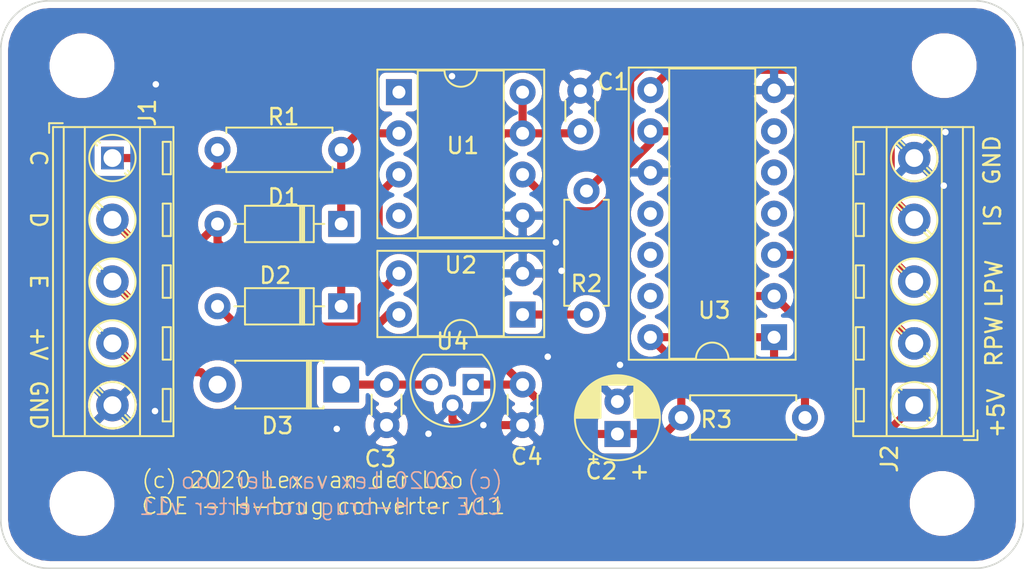
<source format=kicad_pcb>
(kicad_pcb (version 20171130) (host pcbnew "(5.1.5)-3")

  (general
    (thickness 1.6)
    (drawings 20)
    (tracks 110)
    (zones 0)
    (modules 20)
    (nets 16)
  )

  (page A4)
  (title_block
    (title "Converter CDE - H-Bridge")
    (date 2020-05-4)
    (rev 11)
    (comment 1 "+31 655887044")
    (comment 2 "6658 BC Beneden Leeeuwen")
    (comment 3 "Wielstraat 71")
    (comment 4 "(c) 2020 Lex van der Loo")
  )

  (layers
    (0 F.Cu signal hide)
    (31 B.Cu signal hide)
    (32 B.Adhes user hide)
    (33 F.Adhes user)
    (34 B.Paste user hide)
    (35 F.Paste user hide)
    (36 B.SilkS user)
    (37 F.SilkS user)
    (38 B.Mask user hide)
    (39 F.Mask user)
    (40 Dwgs.User user hide)
    (41 Cmts.User user hide)
    (42 Eco1.User user hide)
    (43 Eco2.User user hide)
    (44 Edge.Cuts user)
    (45 Margin user hide)
    (46 B.CrtYd user hide)
    (47 F.CrtYd user hide)
    (48 B.Fab user hide)
    (49 F.Fab user hide)
  )

  (setup
    (last_trace_width 0.25)
    (user_trace_width 0.5)
    (trace_clearance 0.2)
    (zone_clearance 0.4)
    (zone_45_only yes)
    (trace_min 0.2)
    (via_size 0.8)
    (via_drill 0.4)
    (via_min_size 0.4)
    (via_min_drill 0.3)
    (uvia_size 0.3)
    (uvia_drill 0.1)
    (uvias_allowed no)
    (uvia_min_size 0.2)
    (uvia_min_drill 0.1)
    (edge_width 0.1)
    (segment_width 0.2)
    (pcb_text_width 0.3)
    (pcb_text_size 1.5 1.5)
    (mod_edge_width 0.15)
    (mod_text_size 1 1)
    (mod_text_width 0.15)
    (pad_size 3.2 3.2)
    (pad_drill 3.2)
    (pad_to_mask_clearance 0)
    (aux_axis_origin 0 0)
    (visible_elements 7FFFFFFF)
    (pcbplotparams
      (layerselection 0x010fc_ffffffff)
      (usegerberextensions false)
      (usegerberattributes false)
      (usegerberadvancedattributes false)
      (creategerberjobfile false)
      (excludeedgelayer true)
      (linewidth 0.100000)
      (plotframeref false)
      (viasonmask false)
      (mode 1)
      (useauxorigin false)
      (hpglpennumber 1)
      (hpglpenspeed 20)
      (hpglpendiameter 15.000000)
      (psnegative false)
      (psa4output false)
      (plotreference true)
      (plotvalue true)
      (plotinvisibletext false)
      (padsonsilk false)
      (subtractmaskfromsilk false)
      (outputformat 1)
      (mirror false)
      (drillshape 0)
      (scaleselection 1)
      (outputdirectory "Drillv11/"))
  )

  (net 0 "")
  (net 1 +5V)
  (net 2 GND)
  (net 3 /+Voeding)
  (net 4 "Net-(D1-Pad1)")
  (net 5 /D)
  (net 6 "Net-(D2-Pad2)")
  (net 7 /E)
  (net 8 /C)
  (net 9 /RPWM)
  (net 10 /LPWM)
  (net 11 /R_ISenL_IS)
  (net 12 "Net-(R2-Pad2)")
  (net 13 "Net-(R3-Pad2)")
  (net 14 "Net-(U1-Pad1)")
  (net 15 "Net-(C3-Pad1)")

  (net_class Default "This is the default net class."
    (clearance 0.2)
    (trace_width 0.25)
    (via_dia 0.8)
    (via_drill 0.4)
    (uvia_dia 0.3)
    (uvia_drill 0.1)
    (add_net +5V)
    (add_net /+Voeding)
    (add_net /C)
    (add_net /D)
    (add_net /E)
    (add_net /LPWM)
    (add_net /RPWM)
    (add_net /R_ISenL_IS)
    (add_net GND)
    (add_net "Net-(C3-Pad1)")
    (add_net "Net-(D1-Pad1)")
    (add_net "Net-(D2-Pad2)")
    (add_net "Net-(R2-Pad2)")
    (add_net "Net-(R3-Pad2)")
    (add_net "Net-(U1-Pad1)")
  )

  (module Resistor_THT:R_Axial_DIN0207_L6.3mm_D2.5mm_P7.62mm_Horizontal (layer F.Cu) (tedit 5AE5139B) (tstamp 5EB0F8FE)
    (at 66.929 123.698)
    (descr "Resistor, Axial_DIN0207 series, Axial, Horizontal, pin pitch=7.62mm, 0.25W = 1/4W, length*diameter=6.3*2.5mm^2, http://cdn-reichelt.de/documents/datenblatt/B400/1_4W%23YAG.pdf")
    (tags "Resistor Axial_DIN0207 series Axial Horizontal pin pitch 7.62mm 0.25W = 1/4W length 6.3mm diameter 2.5mm")
    (path /5EAE8F0A)
    (fp_text reference R3 (at 2.159 0.127) (layer F.SilkS)
      (effects (font (size 1 1) (thickness 0.15)))
    )
    (fp_text value 1k (at 4.191 0.127) (layer F.Fab)
      (effects (font (size 1 1) (thickness 0.15)))
    )
    (fp_line (start 8.67 -1.5) (end -1.05 -1.5) (layer F.CrtYd) (width 0.05))
    (fp_line (start 8.67 1.5) (end 8.67 -1.5) (layer F.CrtYd) (width 0.05))
    (fp_line (start -1.05 1.5) (end 8.67 1.5) (layer F.CrtYd) (width 0.05))
    (fp_line (start -1.05 -1.5) (end -1.05 1.5) (layer F.CrtYd) (width 0.05))
    (fp_line (start 7.08 1.37) (end 7.08 1.04) (layer F.SilkS) (width 0.12))
    (fp_line (start 0.54 1.37) (end 7.08 1.37) (layer F.SilkS) (width 0.12))
    (fp_line (start 0.54 1.04) (end 0.54 1.37) (layer F.SilkS) (width 0.12))
    (fp_line (start 7.08 -1.37) (end 7.08 -1.04) (layer F.SilkS) (width 0.12))
    (fp_line (start 0.54 -1.37) (end 7.08 -1.37) (layer F.SilkS) (width 0.12))
    (fp_line (start 0.54 -1.04) (end 0.54 -1.37) (layer F.SilkS) (width 0.12))
    (fp_line (start 7.62 0) (end 6.96 0) (layer F.Fab) (width 0.1))
    (fp_line (start 0 0) (end 0.66 0) (layer F.Fab) (width 0.1))
    (fp_line (start 6.96 -1.25) (end 0.66 -1.25) (layer F.Fab) (width 0.1))
    (fp_line (start 6.96 1.25) (end 6.96 -1.25) (layer F.Fab) (width 0.1))
    (fp_line (start 0.66 1.25) (end 6.96 1.25) (layer F.Fab) (width 0.1))
    (fp_line (start 0.66 -1.25) (end 0.66 1.25) (layer F.Fab) (width 0.1))
    (pad 2 thru_hole oval (at 7.62 0) (size 1.6 1.6) (drill 0.8) (layers *.Cu *.Mask)
      (net 13 "Net-(R3-Pad2)"))
    (pad 1 thru_hole circle (at 0 0) (size 1.6 1.6) (drill 0.8) (layers *.Cu *.Mask)
      (net 1 +5V))
    (model ${KISYS3DMOD}/Resistor_THT.3dshapes/R_Axial_DIN0207_L6.3mm_D2.5mm_P7.62mm_Horizontal.wrl
      (at (xyz 0 0 0))
      (scale (xyz 1 1 1))
      (rotate (xyz 0 0 0))
    )
  )

  (module Capacitor_THT:C_Disc_D3.0mm_W1.6mm_P2.50mm (layer F.Cu) (tedit 5AE50EF0) (tstamp 5EB0F751)
    (at 60.706 106.045 90)
    (descr "C, Disc series, Radial, pin pitch=2.50mm, , diameter*width=3.0*1.6mm^2, Capacitor, http://www.vishay.com/docs/45233/krseries.pdf")
    (tags "C Disc series Radial pin pitch 2.50mm  diameter 3.0mm width 1.6mm Capacitor")
    (path /5EAEB34C)
    (fp_text reference C1 (at 3.048 2.032 180) (layer F.SilkS)
      (effects (font (size 1 1) (thickness 0.15)))
    )
    (fp_text value 100n (at 2.159 -1.778 90) (layer F.Fab)
      (effects (font (size 1 1) (thickness 0.15)))
    )
    (fp_line (start -0.25 -0.8) (end -0.25 0.8) (layer F.Fab) (width 0.1))
    (fp_line (start -0.25 0.8) (end 2.75 0.8) (layer F.Fab) (width 0.1))
    (fp_line (start 2.75 0.8) (end 2.75 -0.8) (layer F.Fab) (width 0.1))
    (fp_line (start 2.75 -0.8) (end -0.25 -0.8) (layer F.Fab) (width 0.1))
    (fp_line (start 0.621 -0.92) (end 1.879 -0.92) (layer F.SilkS) (width 0.12))
    (fp_line (start 0.621 0.92) (end 1.879 0.92) (layer F.SilkS) (width 0.12))
    (fp_line (start -1.05 -1.05) (end -1.05 1.05) (layer F.CrtYd) (width 0.05))
    (fp_line (start -1.05 1.05) (end 3.55 1.05) (layer F.CrtYd) (width 0.05))
    (fp_line (start 3.55 1.05) (end 3.55 -1.05) (layer F.CrtYd) (width 0.05))
    (fp_line (start 3.55 -1.05) (end -1.05 -1.05) (layer F.CrtYd) (width 0.05))
    (fp_text user %R (at 1.25 0 90) (layer F.Fab)
      (effects (font (size 0.6 0.6) (thickness 0.09)))
    )
    (pad 1 thru_hole circle (at 0 0 90) (size 1.6 1.6) (drill 0.8) (layers *.Cu *.Mask)
      (net 1 +5V))
    (pad 2 thru_hole circle (at 2.5 0 90) (size 1.6 1.6) (drill 0.8) (layers *.Cu *.Mask)
      (net 2 GND))
    (model ${KISYS3DMOD}/Capacitor_THT.3dshapes/C_Disc_D3.0mm_W1.6mm_P2.50mm.wrl
      (at (xyz 0 0 0))
      (scale (xyz 1 1 1))
      (rotate (xyz 0 0 0))
    )
  )

  (module Package_DIP:DIP-8_W7.62mm_Socket (layer F.Cu) (tedit 5A02E8C5) (tstamp 5EB0F922)
    (at 49.53 103.632)
    (descr "8-lead though-hole mounted DIP package, row spacing 7.62 mm (300 mils), Socket")
    (tags "THT DIP DIL PDIP 2.54mm 7.62mm 300mil Socket")
    (path /5EAEC9E1)
    (fp_text reference U1 (at 3.937 3.302) (layer F.SilkS)
      (effects (font (size 1 1) (thickness 0.15)))
    )
    (fp_text value 6N137 (at 3.937 1.27) (layer F.Fab)
      (effects (font (size 1 1) (thickness 0.15)))
    )
    (fp_arc (start 3.81 -1.33) (end 2.81 -1.33) (angle -180) (layer F.SilkS) (width 0.12))
    (fp_line (start 1.635 -1.27) (end 6.985 -1.27) (layer F.Fab) (width 0.1))
    (fp_line (start 6.985 -1.27) (end 6.985 8.89) (layer F.Fab) (width 0.1))
    (fp_line (start 6.985 8.89) (end 0.635 8.89) (layer F.Fab) (width 0.1))
    (fp_line (start 0.635 8.89) (end 0.635 -0.27) (layer F.Fab) (width 0.1))
    (fp_line (start 0.635 -0.27) (end 1.635 -1.27) (layer F.Fab) (width 0.1))
    (fp_line (start -1.27 -1.33) (end -1.27 8.95) (layer F.Fab) (width 0.1))
    (fp_line (start -1.27 8.95) (end 8.89 8.95) (layer F.Fab) (width 0.1))
    (fp_line (start 8.89 8.95) (end 8.89 -1.33) (layer F.Fab) (width 0.1))
    (fp_line (start 8.89 -1.33) (end -1.27 -1.33) (layer F.Fab) (width 0.1))
    (fp_line (start 2.81 -1.33) (end 1.16 -1.33) (layer F.SilkS) (width 0.12))
    (fp_line (start 1.16 -1.33) (end 1.16 8.95) (layer F.SilkS) (width 0.12))
    (fp_line (start 1.16 8.95) (end 6.46 8.95) (layer F.SilkS) (width 0.12))
    (fp_line (start 6.46 8.95) (end 6.46 -1.33) (layer F.SilkS) (width 0.12))
    (fp_line (start 6.46 -1.33) (end 4.81 -1.33) (layer F.SilkS) (width 0.12))
    (fp_line (start -1.33 -1.39) (end -1.33 9.01) (layer F.SilkS) (width 0.12))
    (fp_line (start -1.33 9.01) (end 8.95 9.01) (layer F.SilkS) (width 0.12))
    (fp_line (start 8.95 9.01) (end 8.95 -1.39) (layer F.SilkS) (width 0.12))
    (fp_line (start 8.95 -1.39) (end -1.33 -1.39) (layer F.SilkS) (width 0.12))
    (fp_line (start -1.55 -1.6) (end -1.55 9.2) (layer F.CrtYd) (width 0.05))
    (fp_line (start -1.55 9.2) (end 9.15 9.2) (layer F.CrtYd) (width 0.05))
    (fp_line (start 9.15 9.2) (end 9.15 -1.6) (layer F.CrtYd) (width 0.05))
    (fp_line (start 9.15 -1.6) (end -1.55 -1.6) (layer F.CrtYd) (width 0.05))
    (pad 1 thru_hole rect (at 0 0) (size 1.6 1.6) (drill 0.8) (layers *.Cu *.Mask)
      (net 14 "Net-(U1-Pad1)"))
    (pad 5 thru_hole oval (at 7.62 7.62) (size 1.6 1.6) (drill 0.8) (layers *.Cu *.Mask)
      (net 2 GND))
    (pad 2 thru_hole oval (at 0 2.54) (size 1.6 1.6) (drill 0.8) (layers *.Cu *.Mask)
      (net 4 "Net-(D1-Pad1)"))
    (pad 6 thru_hole oval (at 7.62 5.08) (size 1.6 1.6) (drill 0.8) (layers *.Cu *.Mask)
      (net 13 "Net-(R3-Pad2)"))
    (pad 3 thru_hole oval (at 0 5.08) (size 1.6 1.6) (drill 0.8) (layers *.Cu *.Mask)
      (net 5 /D))
    (pad 7 thru_hole oval (at 7.62 2.54) (size 1.6 1.6) (drill 0.8) (layers *.Cu *.Mask)
      (net 1 +5V))
    (pad 4 thru_hole oval (at 0 7.62) (size 1.6 1.6) (drill 0.8) (layers *.Cu *.Mask))
    (pad 8 thru_hole oval (at 7.62 0) (size 1.6 1.6) (drill 0.8) (layers *.Cu *.Mask)
      (net 1 +5V))
    (model ${KISYS3DMOD}/Package_DIP.3dshapes/DIP-8_W7.62mm_Socket.wrl
      (at (xyz 0 0 0))
      (scale (xyz 1 1 1))
      (rotate (xyz 0 0 0))
    )
  )

  (module Diode_THT:D_DO-35_SOD27_P7.62mm_Horizontal (layer F.Cu) (tedit 5AE50CD5) (tstamp 5EB0F815)
    (at 45.974 111.76 180)
    (descr "Diode, DO-35_SOD27 series, Axial, Horizontal, pin pitch=7.62mm, , length*diameter=4*2mm^2, , http://www.diodes.com/_files/packages/DO-35.pdf")
    (tags "Diode DO-35_SOD27 series Axial Horizontal pin pitch 7.62mm  length 4mm diameter 2mm")
    (path /5EAEAB01)
    (fp_text reference D1 (at 3.556 1.651) (layer F.SilkS)
      (effects (font (size 1 1) (thickness 0.15)))
    )
    (fp_text value 4148 (at 3.937 0) (layer F.Fab)
      (effects (font (size 1 1) (thickness 0.15)))
    )
    (fp_line (start 1.81 -1) (end 1.81 1) (layer F.Fab) (width 0.1))
    (fp_line (start 1.81 1) (end 5.81 1) (layer F.Fab) (width 0.1))
    (fp_line (start 5.81 1) (end 5.81 -1) (layer F.Fab) (width 0.1))
    (fp_line (start 5.81 -1) (end 1.81 -1) (layer F.Fab) (width 0.1))
    (fp_line (start 0 0) (end 1.81 0) (layer F.Fab) (width 0.1))
    (fp_line (start 7.62 0) (end 5.81 0) (layer F.Fab) (width 0.1))
    (fp_line (start 2.41 -1) (end 2.41 1) (layer F.Fab) (width 0.1))
    (fp_line (start 2.51 -1) (end 2.51 1) (layer F.Fab) (width 0.1))
    (fp_line (start 2.31 -1) (end 2.31 1) (layer F.Fab) (width 0.1))
    (fp_line (start 1.69 -1.12) (end 1.69 1.12) (layer F.SilkS) (width 0.12))
    (fp_line (start 1.69 1.12) (end 5.93 1.12) (layer F.SilkS) (width 0.12))
    (fp_line (start 5.93 1.12) (end 5.93 -1.12) (layer F.SilkS) (width 0.12))
    (fp_line (start 5.93 -1.12) (end 1.69 -1.12) (layer F.SilkS) (width 0.12))
    (fp_line (start 1.04 0) (end 1.69 0) (layer F.SilkS) (width 0.12))
    (fp_line (start 6.58 0) (end 5.93 0) (layer F.SilkS) (width 0.12))
    (fp_line (start 2.41 -1.12) (end 2.41 1.12) (layer F.SilkS) (width 0.12))
    (fp_line (start 2.53 -1.12) (end 2.53 1.12) (layer F.SilkS) (width 0.12))
    (fp_line (start 2.29 -1.12) (end 2.29 1.12) (layer F.SilkS) (width 0.12))
    (fp_line (start -1.05 -1.25) (end -1.05 1.25) (layer F.CrtYd) (width 0.05))
    (fp_line (start -1.05 1.25) (end 8.67 1.25) (layer F.CrtYd) (width 0.05))
    (fp_line (start 8.67 1.25) (end 8.67 -1.25) (layer F.CrtYd) (width 0.05))
    (fp_line (start 8.67 -1.25) (end -1.05 -1.25) (layer F.CrtYd) (width 0.05))
    (fp_text user K (at 0 -1.8) (layer F.Fab)
      (effects (font (size 1 1) (thickness 0.15)))
    )
    (pad 1 thru_hole rect (at 0 0 180) (size 1.6 1.6) (drill 0.8) (layers *.Cu *.Mask)
      (net 4 "Net-(D1-Pad1)"))
    (pad 2 thru_hole oval (at 7.62 0 180) (size 1.6 1.6) (drill 0.8) (layers *.Cu *.Mask)
      (net 5 /D))
    (model ${KISYS3DMOD}/Diode_THT.3dshapes/D_DO-35_SOD27_P7.62mm_Horizontal.wrl
      (at (xyz 0 0 0))
      (scale (xyz 1 1 1))
      (rotate (xyz 0 0 0))
    )
  )

  (module TerminalBlock_MetzConnect:TerminalBlock_MetzConnect_Type086_RT03405HBLC_1x05_P3.81mm_Horizontal locked (layer F.Cu) (tedit 5EBDAF1E) (tstamp 5EB163EF)
    (at 31.877 107.696 270)
    (descr "terminal block Metz Connect Type086_RT03405HBLC, 5 pins, pitch 3.81mm, size 18.9x7.3mm^2, drill diamater 0.7mm, pad diameter 1.4mm, see http://www.metz-connect.com/de/system/files/productfiles/Datenblatt_310861_RT034xxHBLC_OFF-026114K.pdf, script-generated using https://github.com/pointhi/kicad-footprint-generator/scripts/TerminalBlock_MetzConnect")
    (tags "THT terminal block Metz Connect Type086_RT03405HBLC pitch 3.81mm size 18.9x7.3mm^2 drill 0.7mm pad 1.4mm")
    (path /5EB15682)
    (fp_text reference J1 (at -2.794 -2.159 270) (layer F.SilkS)
      (effects (font (size 1 1) (thickness 0.15)))
    )
    (fp_text value S (at -2.667 0.254 270) (layer F.Fab) hide
      (effects (font (size 1 1) (thickness 0.15)))
    )
    (fp_circle (center 0 0) (end 1.25 0) (layer F.Fab) (width 0.1))
    (fp_circle (center 0 0) (end 1.43 0) (layer F.SilkS) (width 0.12))
    (fp_circle (center 3.81 0) (end 5.06 0) (layer F.Fab) (width 0.1))
    (fp_circle (center 3.81 0) (end 5.24 0) (layer F.SilkS) (width 0.12))
    (fp_circle (center 7.62 0) (end 8.87 0) (layer F.Fab) (width 0.1))
    (fp_circle (center 7.62 0) (end 9.05 0) (layer F.SilkS) (width 0.12))
    (fp_circle (center 11.43 0) (end 12.68 0) (layer F.Fab) (width 0.1))
    (fp_circle (center 11.43 0) (end 12.86 0) (layer F.SilkS) (width 0.12))
    (fp_circle (center 15.24 0) (end 16.49 0) (layer F.Fab) (width 0.1))
    (fp_circle (center 15.24 0) (end 16.67 0) (layer F.SilkS) (width 0.12))
    (fp_line (start -1.85 -3.7) (end 17.09 -3.7) (layer F.Fab) (width 0.1))
    (fp_line (start 17.09 -3.7) (end 17.09 3.6) (layer F.Fab) (width 0.1))
    (fp_line (start 17.09 3.6) (end -1.25 3.6) (layer F.Fab) (width 0.1))
    (fp_line (start -1.25 3.6) (end -1.85 3) (layer F.Fab) (width 0.1))
    (fp_line (start -1.85 3) (end -1.85 -3.7) (layer F.Fab) (width 0.1))
    (fp_line (start -1.85 3) (end 17.09 3) (layer F.Fab) (width 0.1))
    (fp_line (start -1.91 3) (end 17.15 3) (layer F.SilkS) (width 0.12))
    (fp_line (start -1.85 1.7) (end 17.09 1.7) (layer F.Fab) (width 0.1))
    (fp_line (start -1.91 1.701) (end 17.15 1.701) (layer F.SilkS) (width 0.12))
    (fp_line (start -1.85 -1.7) (end 17.09 -1.7) (layer F.Fab) (width 0.1))
    (fp_line (start -1.91 -1.7) (end 17.15 -1.7) (layer F.SilkS) (width 0.12))
    (fp_line (start -1.91 -3.76) (end 17.15 -3.76) (layer F.SilkS) (width 0.12))
    (fp_line (start -1.91 3.66) (end 17.15 3.66) (layer F.SilkS) (width 0.12))
    (fp_line (start -1.91 -3.76) (end -1.91 3.66) (layer F.SilkS) (width 0.12))
    (fp_line (start 17.15 -3.76) (end 17.15 3.66) (layer F.SilkS) (width 0.12))
    (fp_line (start 0.949 -0.796) (end -0.796 0.948) (layer F.Fab) (width 0.1))
    (fp_line (start 0.796 -0.948) (end -0.949 0.796) (layer F.Fab) (width 0.1))
    (fp_line (start 1.085 -0.91) (end 0.945 -0.771) (layer F.SilkS) (width 0.12))
    (fp_line (start -0.771 0.945) (end -0.911 1.085) (layer F.SilkS) (width 0.12))
    (fp_line (start 0.911 -1.085) (end 0.771 -0.945) (layer F.SilkS) (width 0.12))
    (fp_line (start -0.946 0.771) (end -1.085 0.91) (layer F.SilkS) (width 0.12))
    (fp_line (start -1 -3.6) (end -1 -3.1) (layer F.Fab) (width 0.1))
    (fp_line (start -1 -3.1) (end 1 -3.1) (layer F.Fab) (width 0.1))
    (fp_line (start 1 -3.1) (end 1 -3.6) (layer F.Fab) (width 0.1))
    (fp_line (start 1 -3.6) (end -1 -3.6) (layer F.Fab) (width 0.1))
    (fp_line (start -1 -3.6) (end 1 -3.6) (layer F.SilkS) (width 0.12))
    (fp_line (start -1 -3.1) (end 1 -3.1) (layer F.SilkS) (width 0.12))
    (fp_line (start -1 -3.6) (end -1 -3.1) (layer F.SilkS) (width 0.12))
    (fp_line (start 1 -3.6) (end 1 -3.1) (layer F.SilkS) (width 0.12))
    (fp_line (start 4.759 -0.796) (end 3.015 0.948) (layer F.Fab) (width 0.1))
    (fp_line (start 4.606 -0.948) (end 2.862 0.796) (layer F.Fab) (width 0.1))
    (fp_line (start 4.895 -0.91) (end 4.596 -0.611) (layer F.SilkS) (width 0.12))
    (fp_line (start 3.2 0.786) (end 2.9 1.085) (layer F.SilkS) (width 0.12))
    (fp_line (start 4.721 -1.085) (end 4.421 -0.786) (layer F.SilkS) (width 0.12))
    (fp_line (start 3.025 0.611) (end 2.726 0.91) (layer F.SilkS) (width 0.12))
    (fp_line (start 2.81 -3.6) (end 2.81 -3.1) (layer F.Fab) (width 0.1))
    (fp_line (start 2.81 -3.1) (end 4.81 -3.1) (layer F.Fab) (width 0.1))
    (fp_line (start 4.81 -3.1) (end 4.81 -3.6) (layer F.Fab) (width 0.1))
    (fp_line (start 4.81 -3.6) (end 2.81 -3.6) (layer F.Fab) (width 0.1))
    (fp_line (start 2.81 -3.6) (end 4.81 -3.6) (layer F.SilkS) (width 0.12))
    (fp_line (start 2.81 -3.1) (end 4.81 -3.1) (layer F.SilkS) (width 0.12))
    (fp_line (start 2.81 -3.6) (end 2.81 -3.1) (layer F.SilkS) (width 0.12))
    (fp_line (start 4.81 -3.6) (end 4.81 -3.1) (layer F.SilkS) (width 0.12))
    (fp_line (start 8.569 -0.796) (end 6.825 0.948) (layer F.Fab) (width 0.1))
    (fp_line (start 8.416 -0.948) (end 6.672 0.796) (layer F.Fab) (width 0.1))
    (fp_line (start 8.705 -0.91) (end 8.406 -0.611) (layer F.SilkS) (width 0.12))
    (fp_line (start 7.01 0.786) (end 6.71 1.085) (layer F.SilkS) (width 0.12))
    (fp_line (start 8.531 -1.085) (end 8.231 -0.786) (layer F.SilkS) (width 0.12))
    (fp_line (start 6.835 0.611) (end 6.536 0.91) (layer F.SilkS) (width 0.12))
    (fp_line (start 6.62 -3.6) (end 6.62 -3.1) (layer F.Fab) (width 0.1))
    (fp_line (start 6.62 -3.1) (end 8.62 -3.1) (layer F.Fab) (width 0.1))
    (fp_line (start 8.62 -3.1) (end 8.62 -3.6) (layer F.Fab) (width 0.1))
    (fp_line (start 8.62 -3.6) (end 6.62 -3.6) (layer F.Fab) (width 0.1))
    (fp_line (start 6.62 -3.6) (end 8.62 -3.6) (layer F.SilkS) (width 0.12))
    (fp_line (start 6.62 -3.1) (end 8.62 -3.1) (layer F.SilkS) (width 0.12))
    (fp_line (start 6.62 -3.6) (end 6.62 -3.1) (layer F.SilkS) (width 0.12))
    (fp_line (start 8.62 -3.6) (end 8.62 -3.1) (layer F.SilkS) (width 0.12))
    (fp_line (start 12.379 -0.796) (end 10.635 0.948) (layer F.Fab) (width 0.1))
    (fp_line (start 12.226 -0.948) (end 10.482 0.796) (layer F.Fab) (width 0.1))
    (fp_line (start 12.515 -0.91) (end 12.216 -0.611) (layer F.SilkS) (width 0.12))
    (fp_line (start 10.82 0.786) (end 10.52 1.085) (layer F.SilkS) (width 0.12))
    (fp_line (start 12.341 -1.085) (end 12.041 -0.786) (layer F.SilkS) (width 0.12))
    (fp_line (start 10.645 0.611) (end 10.346 0.91) (layer F.SilkS) (width 0.12))
    (fp_line (start 10.43 -3.6) (end 10.43 -3.1) (layer F.Fab) (width 0.1))
    (fp_line (start 10.43 -3.1) (end 12.43 -3.1) (layer F.Fab) (width 0.1))
    (fp_line (start 12.43 -3.1) (end 12.43 -3.6) (layer F.Fab) (width 0.1))
    (fp_line (start 12.43 -3.6) (end 10.43 -3.6) (layer F.Fab) (width 0.1))
    (fp_line (start 10.43 -3.6) (end 12.43 -3.6) (layer F.SilkS) (width 0.12))
    (fp_line (start 10.43 -3.1) (end 12.43 -3.1) (layer F.SilkS) (width 0.12))
    (fp_line (start 10.43 -3.6) (end 10.43 -3.1) (layer F.SilkS) (width 0.12))
    (fp_line (start 12.43 -3.6) (end 12.43 -3.1) (layer F.SilkS) (width 0.12))
    (fp_line (start 16.189 -0.796) (end 14.445 0.948) (layer F.Fab) (width 0.1))
    (fp_line (start 16.036 -0.948) (end 14.292 0.796) (layer F.Fab) (width 0.1))
    (fp_line (start 16.325 -0.91) (end 16.026 -0.611) (layer F.SilkS) (width 0.12))
    (fp_line (start 14.63 0.786) (end 14.33 1.085) (layer F.SilkS) (width 0.12))
    (fp_line (start 16.151 -1.085) (end 15.851 -0.786) (layer F.SilkS) (width 0.12))
    (fp_line (start 14.455 0.611) (end 14.156 0.91) (layer F.SilkS) (width 0.12))
    (fp_line (start 14.24 -3.6) (end 14.24 -3.1) (layer F.Fab) (width 0.1))
    (fp_line (start 14.24 -3.1) (end 16.24 -3.1) (layer F.Fab) (width 0.1))
    (fp_line (start 16.24 -3.1) (end 16.24 -3.6) (layer F.Fab) (width 0.1))
    (fp_line (start 16.24 -3.6) (end 14.24 -3.6) (layer F.Fab) (width 0.1))
    (fp_line (start 14.24 -3.6) (end 16.241 -3.6) (layer F.SilkS) (width 0.12))
    (fp_line (start 14.24 -3.1) (end 16.241 -3.1) (layer F.SilkS) (width 0.12))
    (fp_line (start 14.24 -3.6) (end 14.24 -3.1) (layer F.SilkS) (width 0.12))
    (fp_line (start 16.241 -3.6) (end 16.241 -3.1) (layer F.SilkS) (width 0.12))
    (fp_line (start -2.15 3.06) (end -2.15 3.9) (layer F.SilkS) (width 0.12))
    (fp_line (start -2.15 3.9) (end -1.55 3.9) (layer F.SilkS) (width 0.12))
    (fp_line (start -2.35 -4.2) (end -2.35 4.11) (layer F.CrtYd) (width 0.05))
    (fp_line (start -2.35 4.11) (end 17.59 4.11) (layer F.CrtYd) (width 0.05))
    (fp_line (start 17.59 4.11) (end 17.59 -4.2) (layer F.CrtYd) (width 0.05))
    (fp_line (start 17.59 -4.2) (end -2.35 -4.2) (layer F.CrtYd) (width 0.05))
    (fp_text user %R (at 7.62 2.4 270) (layer F.Fab)
      (effects (font (size 1 1) (thickness 0.15)))
    )
    (pad 1 thru_hole rect (at 0 0 270) (size 1.4 1.4) (drill 1.1) (layers *.Cu *.Mask)
      (net 8 /C))
    (pad 2 thru_hole circle (at 3.81 0 270) (size 2 2) (drill 1.1) (layers *.Cu *.Mask)
      (net 5 /D))
    (pad 3 thru_hole circle (at 7.62 0 270) (size 2 2) (drill 1.1) (layers *.Cu *.Mask)
      (net 7 /E))
    (pad 4 thru_hole circle (at 11.43 0 270) (size 2 2) (drill 1.1) (layers *.Cu *.Mask)
      (net 3 /+Voeding))
    (pad 5 thru_hole circle (at 15.24 0 270) (size 2 2) (drill 1.1) (layers *.Cu *.Mask)
      (net 2 GND))
    (model ${KISYS3DMOD}/TerminalBlock_MetzConnect.3dshapes/TerminalBlock_MetzConnect_Type086_RT03405HBLC_1x05_P3.81mm_Horizontal.wrl
      (at (xyz 0 0 0))
      (scale (xyz 1 1 1))
      (rotate (xyz 0 0 0))
    )
  )

  (module MountingHole:MountingHole_3.2mm_M3_DIN965 (layer F.Cu) (tedit 5EB14E1F) (tstamp 5EB1C6FD)
    (at 30.381 129.889)
    (descr "Mounting Hole 3.2mm, no annular, M3, DIN965")
    (tags "mounting hole 3.2mm no annular m3 din965")
    (attr virtual)
    (fp_text reference R (at -0.127 -1.016) (layer F.SilkS)
      (effects (font (size 1 1) (thickness 0.15)))
    )
    (fp_text value 3.2mm (at 4.318 -0.635) (layer F.Fab) hide
      (effects (font (size 1 1) (thickness 0.15)))
    )
    (fp_text user %R (at 0.3 0) (layer F.Fab)
      (effects (font (size 1 1) (thickness 0.15)))
    )
    (fp_circle (center 0 0) (end 2.8 0) (layer Cmts.User) (width 0.15))
    (fp_circle (center 0 0) (end 3.05 0) (layer F.CrtYd) (width 0.05))
    (pad 1 np_thru_hole circle (at -0.381 -0.889) (size 3.2 3.2) (drill 3.2) (layers *.Cu *.Mask))
  )

  (module MountingHole:MountingHole_3.2mm_M3_DIN965 (layer F.Cu) (tedit 56D1B4CB) (tstamp 5EB1C596)
    (at 83.127 129.635)
    (descr "Mounting Hole 3.2mm, no annular, M3, DIN965")
    (tags "mounting hole 3.2mm no annular m3 din965")
    (attr virtual)
    (fp_text reference R (at 0.127 -0.381) (layer F.SilkS)
      (effects (font (size 1 1) (thickness 0.15)))
    )
    (fp_text value 3.2mm (at -4.318 1.143) (layer F.Fab) hide
      (effects (font (size 1 1) (thickness 0.15)))
    )
    (fp_text user %R (at 0.3 0) (layer F.Fab)
      (effects (font (size 1 1) (thickness 0.15)))
    )
    (fp_circle (center 0 0) (end 2.8 0) (layer Cmts.User) (width 0.15))
    (fp_circle (center 0 0) (end 3.05 0) (layer F.CrtYd) (width 0.05))
    (pad 1 np_thru_hole circle (at -0.127 -0.635) (size 3.2 3.2) (drill 3.2) (layers *.Cu *.Mask))
  )

  (module MountingHole:MountingHole_3.2mm_M3_DIN965 (layer F.Cu) (tedit 56D1B4CB) (tstamp 5EB1C59E)
    (at 83 102)
    (descr "Mounting Hole 3.2mm, no annular, M3, DIN965")
    (tags "mounting hole 3.2mm no annular m3 din965")
    (attr virtual)
    (fp_text reference R (at 0.381 0) (layer F.SilkS)
      (effects (font (size 1 1) (thickness 0.15)))
    )
    (fp_text value 3.2mm (at -3.556 -2.032) (layer F.Fab) hide
      (effects (font (size 1 1) (thickness 0.15)))
    )
    (fp_text user %R (at 0.3 0) (layer F.Fab)
      (effects (font (size 1 1) (thickness 0.15)))
    )
    (fp_circle (center 0 0) (end 2.8 0) (layer Cmts.User) (width 0.15))
    (fp_circle (center 0 0) (end 3.05 0) (layer F.CrtYd) (width 0.05))
    (pad 1 np_thru_hole circle (at 0.127 0) (size 3.2 3.2) (drill 3.2) (layers *.Cu *.Mask))
  )

  (module MountingHole:MountingHole_3.2mm_M3_DIN965 (layer F.Cu) (tedit 5EB14D83) (tstamp 5EB1C484)
    (at 30.254 101.111)
    (descr "Mounting Hole 3.2mm, no annular, M3, DIN965")
    (tags "mounting hole 3.2mm no annular m3 din965")
    (attr virtual)
    (fp_text reference R (at -0.254 0.889) (layer F.SilkS) hide
      (effects (font (size 1 1) (thickness 0.15)))
    )
    (fp_text value 3.2mm (at 4.445 0.889) (layer F.Fab) hide
      (effects (font (size 1 1) (thickness 0.15)))
    )
    (fp_text user %R (at 0.3 0) (layer F.Fab)
      (effects (font (size 1 1) (thickness 0.15)))
    )
    (fp_circle (center 0 0) (end 2.8 0) (layer Cmts.User) (width 0.15))
    (fp_circle (center 0 0) (end 3.05 0) (layer F.CrtYd) (width 0.05))
    (pad "" np_thru_hole circle (at -0.254 0.889) (size 3.2 3.2) (drill 3.2) (layers *.Cu *.Mask))
  )

  (module TerminalBlock_MetzConnect:TerminalBlock_MetzConnect_Type086_RT03405HBLC_1x05_P3.81mm_Horizontal (layer F.Cu) (tedit 5EB14BCE) (tstamp 5EB0F8B9)
    (at 81.28 122.936 90)
    (descr "terminal block Metz Connect Type086_RT03405HBLC, 5 pins, pitch 3.81mm, size 18.9x7.3mm^2, drill diamater 0.7mm, pad diameter 1.4mm, see http://www.metz-connect.com/de/system/files/productfiles/Datenblatt_310861_RT034xxHBLC_OFF-026114K.pdf, script-generated using https://github.com/pointhi/kicad-footprint-generator/scripts/TerminalBlock_MetzConnect")
    (tags "THT terminal block Metz Connect Type086_RT03405HBLC pitch 3.81mm size 18.9x7.3mm^2 drill 0.7mm pad 1.4mm")
    (path /5EAF35EF)
    (fp_text reference J2 (at -3.302 -1.524 90) (layer F.SilkS)
      (effects (font (size 1 1) (thickness 0.15)))
    )
    (fp_text value S (at -2.667 0.381 90) (layer F.Fab) hide
      (effects (font (size 1 1) (thickness 0.15)))
    )
    (fp_text user %R (at 7.62 2.4 90) (layer F.Fab)
      (effects (font (size 1 1) (thickness 0.15)))
    )
    (fp_line (start 17.59 -4.2) (end -2.35 -4.2) (layer F.CrtYd) (width 0.05))
    (fp_line (start 17.59 4.11) (end 17.59 -4.2) (layer F.CrtYd) (width 0.05))
    (fp_line (start -2.35 4.11) (end 17.59 4.11) (layer F.CrtYd) (width 0.05))
    (fp_line (start -2.35 -4.2) (end -2.35 4.11) (layer F.CrtYd) (width 0.05))
    (fp_line (start -2.15 3.9) (end -1.55 3.9) (layer F.SilkS) (width 0.12))
    (fp_line (start -2.15 3.06) (end -2.15 3.9) (layer F.SilkS) (width 0.12))
    (fp_line (start 16.241 -3.6) (end 16.241 -3.1) (layer F.SilkS) (width 0.12))
    (fp_line (start 14.24 -3.6) (end 14.24 -3.1) (layer F.SilkS) (width 0.12))
    (fp_line (start 14.24 -3.1) (end 16.241 -3.1) (layer F.SilkS) (width 0.12))
    (fp_line (start 14.24 -3.6) (end 16.241 -3.6) (layer F.SilkS) (width 0.12))
    (fp_line (start 16.24 -3.6) (end 14.24 -3.6) (layer F.Fab) (width 0.1))
    (fp_line (start 16.24 -3.1) (end 16.24 -3.6) (layer F.Fab) (width 0.1))
    (fp_line (start 14.24 -3.1) (end 16.24 -3.1) (layer F.Fab) (width 0.1))
    (fp_line (start 14.24 -3.6) (end 14.24 -3.1) (layer F.Fab) (width 0.1))
    (fp_line (start 14.455 0.611) (end 14.156 0.91) (layer F.SilkS) (width 0.12))
    (fp_line (start 16.151 -1.085) (end 15.851 -0.786) (layer F.SilkS) (width 0.12))
    (fp_line (start 14.63 0.786) (end 14.33 1.085) (layer F.SilkS) (width 0.12))
    (fp_line (start 16.325 -0.91) (end 16.026 -0.611) (layer F.SilkS) (width 0.12))
    (fp_line (start 16.036 -0.948) (end 14.292 0.796) (layer F.Fab) (width 0.1))
    (fp_line (start 16.189 -0.796) (end 14.445 0.948) (layer F.Fab) (width 0.1))
    (fp_line (start 12.43 -3.6) (end 12.43 -3.1) (layer F.SilkS) (width 0.12))
    (fp_line (start 10.43 -3.6) (end 10.43 -3.1) (layer F.SilkS) (width 0.12))
    (fp_line (start 10.43 -3.1) (end 12.43 -3.1) (layer F.SilkS) (width 0.12))
    (fp_line (start 10.43 -3.6) (end 12.43 -3.6) (layer F.SilkS) (width 0.12))
    (fp_line (start 12.43 -3.6) (end 10.43 -3.6) (layer F.Fab) (width 0.1))
    (fp_line (start 12.43 -3.1) (end 12.43 -3.6) (layer F.Fab) (width 0.1))
    (fp_line (start 10.43 -3.1) (end 12.43 -3.1) (layer F.Fab) (width 0.1))
    (fp_line (start 10.43 -3.6) (end 10.43 -3.1) (layer F.Fab) (width 0.1))
    (fp_line (start 10.645 0.611) (end 10.346 0.91) (layer F.SilkS) (width 0.12))
    (fp_line (start 12.341 -1.085) (end 12.041 -0.786) (layer F.SilkS) (width 0.12))
    (fp_line (start 10.82 0.786) (end 10.52 1.085) (layer F.SilkS) (width 0.12))
    (fp_line (start 12.515 -0.91) (end 12.216 -0.611) (layer F.SilkS) (width 0.12))
    (fp_line (start 12.226 -0.948) (end 10.482 0.796) (layer F.Fab) (width 0.1))
    (fp_line (start 12.379 -0.796) (end 10.635 0.948) (layer F.Fab) (width 0.1))
    (fp_line (start 8.62 -3.6) (end 8.62 -3.1) (layer F.SilkS) (width 0.12))
    (fp_line (start 6.62 -3.6) (end 6.62 -3.1) (layer F.SilkS) (width 0.12))
    (fp_line (start 6.62 -3.1) (end 8.62 -3.1) (layer F.SilkS) (width 0.12))
    (fp_line (start 6.62 -3.6) (end 8.62 -3.6) (layer F.SilkS) (width 0.12))
    (fp_line (start 8.62 -3.6) (end 6.62 -3.6) (layer F.Fab) (width 0.1))
    (fp_line (start 8.62 -3.1) (end 8.62 -3.6) (layer F.Fab) (width 0.1))
    (fp_line (start 6.62 -3.1) (end 8.62 -3.1) (layer F.Fab) (width 0.1))
    (fp_line (start 6.62 -3.6) (end 6.62 -3.1) (layer F.Fab) (width 0.1))
    (fp_line (start 6.835 0.611) (end 6.536 0.91) (layer F.SilkS) (width 0.12))
    (fp_line (start 8.531 -1.085) (end 8.231 -0.786) (layer F.SilkS) (width 0.12))
    (fp_line (start 7.01 0.786) (end 6.71 1.085) (layer F.SilkS) (width 0.12))
    (fp_line (start 8.705 -0.91) (end 8.406 -0.611) (layer F.SilkS) (width 0.12))
    (fp_line (start 8.416 -0.948) (end 6.672 0.796) (layer F.Fab) (width 0.1))
    (fp_line (start 8.569 -0.796) (end 6.825 0.948) (layer F.Fab) (width 0.1))
    (fp_line (start 4.81 -3.6) (end 4.81 -3.1) (layer F.SilkS) (width 0.12))
    (fp_line (start 2.81 -3.6) (end 2.81 -3.1) (layer F.SilkS) (width 0.12))
    (fp_line (start 2.81 -3.1) (end 4.81 -3.1) (layer F.SilkS) (width 0.12))
    (fp_line (start 2.81 -3.6) (end 4.81 -3.6) (layer F.SilkS) (width 0.12))
    (fp_line (start 4.81 -3.6) (end 2.81 -3.6) (layer F.Fab) (width 0.1))
    (fp_line (start 4.81 -3.1) (end 4.81 -3.6) (layer F.Fab) (width 0.1))
    (fp_line (start 2.81 -3.1) (end 4.81 -3.1) (layer F.Fab) (width 0.1))
    (fp_line (start 2.81 -3.6) (end 2.81 -3.1) (layer F.Fab) (width 0.1))
    (fp_line (start 3.025 0.611) (end 2.726 0.91) (layer F.SilkS) (width 0.12))
    (fp_line (start 4.721 -1.085) (end 4.421 -0.786) (layer F.SilkS) (width 0.12))
    (fp_line (start 3.2 0.786) (end 2.9 1.085) (layer F.SilkS) (width 0.12))
    (fp_line (start 4.895 -0.91) (end 4.596 -0.611) (layer F.SilkS) (width 0.12))
    (fp_line (start 4.606 -0.948) (end 2.862 0.796) (layer F.Fab) (width 0.1))
    (fp_line (start 4.759 -0.796) (end 3.015 0.948) (layer F.Fab) (width 0.1))
    (fp_line (start 1 -3.6) (end 1 -3.1) (layer F.SilkS) (width 0.12))
    (fp_line (start -1 -3.6) (end -1 -3.1) (layer F.SilkS) (width 0.12))
    (fp_line (start -1 -3.1) (end 1 -3.1) (layer F.SilkS) (width 0.12))
    (fp_line (start -1 -3.6) (end 1 -3.6) (layer F.SilkS) (width 0.12))
    (fp_line (start 1 -3.6) (end -1 -3.6) (layer F.Fab) (width 0.1))
    (fp_line (start 1 -3.1) (end 1 -3.6) (layer F.Fab) (width 0.1))
    (fp_line (start -1 -3.1) (end 1 -3.1) (layer F.Fab) (width 0.1))
    (fp_line (start -1 -3.6) (end -1 -3.1) (layer F.Fab) (width 0.1))
    (fp_line (start -0.946 0.771) (end -1.085 0.91) (layer F.SilkS) (width 0.12))
    (fp_line (start 0.911 -1.085) (end 0.771 -0.945) (layer F.SilkS) (width 0.12))
    (fp_line (start -0.771 0.945) (end -0.911 1.085) (layer F.SilkS) (width 0.12))
    (fp_line (start 1.085 -0.91) (end 0.945 -0.771) (layer F.SilkS) (width 0.12))
    (fp_line (start 0.796 -0.948) (end -0.949 0.796) (layer F.Fab) (width 0.1))
    (fp_line (start 0.949 -0.796) (end -0.796 0.948) (layer F.Fab) (width 0.1))
    (fp_line (start 17.15 -3.76) (end 17.15 3.66) (layer F.SilkS) (width 0.12))
    (fp_line (start -1.91 -3.76) (end -1.91 3.66) (layer F.SilkS) (width 0.12))
    (fp_line (start -1.91 3.66) (end 17.15 3.66) (layer F.SilkS) (width 0.12))
    (fp_line (start -1.91 -3.76) (end 17.15 -3.76) (layer F.SilkS) (width 0.12))
    (fp_line (start -1.91 -1.7) (end 17.15 -1.7) (layer F.SilkS) (width 0.12))
    (fp_line (start -1.85 -1.7) (end 17.09 -1.7) (layer F.Fab) (width 0.1))
    (fp_line (start -1.91 1.701) (end 17.15 1.701) (layer F.SilkS) (width 0.12))
    (fp_line (start -1.85 1.7) (end 17.09 1.7) (layer F.Fab) (width 0.1))
    (fp_line (start -1.91 3) (end 17.15 3) (layer F.SilkS) (width 0.12))
    (fp_line (start -1.85 3) (end 17.09 3) (layer F.Fab) (width 0.1))
    (fp_line (start -1.85 3) (end -1.85 -3.7) (layer F.Fab) (width 0.1))
    (fp_line (start -1.25 3.6) (end -1.85 3) (layer F.Fab) (width 0.1))
    (fp_line (start 17.09 3.6) (end -1.25 3.6) (layer F.Fab) (width 0.1))
    (fp_line (start 17.09 -3.7) (end 17.09 3.6) (layer F.Fab) (width 0.1))
    (fp_line (start -1.85 -3.7) (end 17.09 -3.7) (layer F.Fab) (width 0.1))
    (fp_circle (center 15.24 0) (end 16.67 0) (layer F.SilkS) (width 0.12))
    (fp_circle (center 15.24 0) (end 16.49 0) (layer F.Fab) (width 0.1))
    (fp_circle (center 11.43 0) (end 12.86 0) (layer F.SilkS) (width 0.12))
    (fp_circle (center 11.43 0) (end 12.68 0) (layer F.Fab) (width 0.1))
    (fp_circle (center 7.62 0) (end 9.05 0) (layer F.SilkS) (width 0.12))
    (fp_circle (center 7.62 0) (end 8.87 0) (layer F.Fab) (width 0.1))
    (fp_circle (center 3.81 0) (end 5.24 0) (layer F.SilkS) (width 0.12))
    (fp_circle (center 3.81 0) (end 5.06 0) (layer F.Fab) (width 0.1))
    (fp_circle (center 0 0) (end 1.43 0) (layer F.SilkS) (width 0.12))
    (fp_circle (center 0 0) (end 1.25 0) (layer F.Fab) (width 0.1))
    (pad 5 thru_hole circle (at 15.24 0 90) (size 2 2) (drill 1.1) (layers *.Cu *.Mask)
      (net 2 GND))
    (pad 4 thru_hole circle (at 11.43 0 90) (size 2 2) (drill 1.1) (layers *.Cu *.Mask)
      (net 11 /R_ISenL_IS))
    (pad 3 thru_hole circle (at 7.62 0 90) (size 2 2) (drill 1.1) (layers *.Cu *.Mask)
      (net 10 /LPWM))
    (pad 2 thru_hole circle (at 3.81 0 90) (size 2 2) (drill 1.1) (layers *.Cu *.Mask)
      (net 9 /RPWM))
    (pad 1 thru_hole rect (at 0 0 90) (size 2 2) (drill 1.1) (layers *.Cu *.Mask)
      (net 1 +5V))
    (pad 2 thru_hole circle (at 3.81 0 90) (size 2 2) (drill 1.1) (layers *.Cu *.Mask)
      (net 9 /RPWM))
    (model ${KISYS3DMOD}/TerminalBlock_MetzConnect.3dshapes/TerminalBlock_MetzConnect_Type086_RT03405HBLC_1x05_P3.81mm_Horizontal.wrl
      (at (xyz 0 0 0))
      (scale (xyz 1 1 1))
      (rotate (xyz 0 0 0))
    )
  )

  (module Capacitor_THT:CP_Radial_D5.0mm_P2.00mm (layer F.Cu) (tedit 5AE50EF0) (tstamp 5EB0F7D4)
    (at 62.992 124.714 90)
    (descr "CP, Radial series, Radial, pin pitch=2.00mm, , diameter=5mm, Electrolytic Capacitor")
    (tags "CP Radial series Radial pin pitch 2.00mm  diameter 5mm Electrolytic Capacitor")
    (path /5EAEC0A3)
    (fp_text reference "C2 +" (at -2.286 0.008 180) (layer F.SilkS)
      (effects (font (size 1 1) (thickness 0.15)))
    )
    (fp_text value 10u (at 4.064 0.127 180) (layer F.Fab)
      (effects (font (size 1 1) (thickness 0.15)))
    )
    (fp_circle (center 1 0) (end 3.5 0) (layer F.Fab) (width 0.1))
    (fp_circle (center 1 0) (end 3.62 0) (layer F.SilkS) (width 0.12))
    (fp_circle (center 1 0) (end 3.75 0) (layer F.CrtYd) (width 0.05))
    (fp_line (start -1.133605 -1.0875) (end -0.633605 -1.0875) (layer F.Fab) (width 0.1))
    (fp_line (start -0.883605 -1.3375) (end -0.883605 -0.8375) (layer F.Fab) (width 0.1))
    (fp_line (start 1 1.04) (end 1 2.58) (layer F.SilkS) (width 0.12))
    (fp_line (start 1 -2.58) (end 1 -1.04) (layer F.SilkS) (width 0.12))
    (fp_line (start 1.04 1.04) (end 1.04 2.58) (layer F.SilkS) (width 0.12))
    (fp_line (start 1.04 -2.58) (end 1.04 -1.04) (layer F.SilkS) (width 0.12))
    (fp_line (start 1.08 -2.579) (end 1.08 -1.04) (layer F.SilkS) (width 0.12))
    (fp_line (start 1.08 1.04) (end 1.08 2.579) (layer F.SilkS) (width 0.12))
    (fp_line (start 1.12 -2.578) (end 1.12 -1.04) (layer F.SilkS) (width 0.12))
    (fp_line (start 1.12 1.04) (end 1.12 2.578) (layer F.SilkS) (width 0.12))
    (fp_line (start 1.16 -2.576) (end 1.16 -1.04) (layer F.SilkS) (width 0.12))
    (fp_line (start 1.16 1.04) (end 1.16 2.576) (layer F.SilkS) (width 0.12))
    (fp_line (start 1.2 -2.573) (end 1.2 -1.04) (layer F.SilkS) (width 0.12))
    (fp_line (start 1.2 1.04) (end 1.2 2.573) (layer F.SilkS) (width 0.12))
    (fp_line (start 1.24 -2.569) (end 1.24 -1.04) (layer F.SilkS) (width 0.12))
    (fp_line (start 1.24 1.04) (end 1.24 2.569) (layer F.SilkS) (width 0.12))
    (fp_line (start 1.28 -2.565) (end 1.28 -1.04) (layer F.SilkS) (width 0.12))
    (fp_line (start 1.28 1.04) (end 1.28 2.565) (layer F.SilkS) (width 0.12))
    (fp_line (start 1.32 -2.561) (end 1.32 -1.04) (layer F.SilkS) (width 0.12))
    (fp_line (start 1.32 1.04) (end 1.32 2.561) (layer F.SilkS) (width 0.12))
    (fp_line (start 1.36 -2.556) (end 1.36 -1.04) (layer F.SilkS) (width 0.12))
    (fp_line (start 1.36 1.04) (end 1.36 2.556) (layer F.SilkS) (width 0.12))
    (fp_line (start 1.4 -2.55) (end 1.4 -1.04) (layer F.SilkS) (width 0.12))
    (fp_line (start 1.4 1.04) (end 1.4 2.55) (layer F.SilkS) (width 0.12))
    (fp_line (start 1.44 -2.543) (end 1.44 -1.04) (layer F.SilkS) (width 0.12))
    (fp_line (start 1.44 1.04) (end 1.44 2.543) (layer F.SilkS) (width 0.12))
    (fp_line (start 1.48 -2.536) (end 1.48 -1.04) (layer F.SilkS) (width 0.12))
    (fp_line (start 1.48 1.04) (end 1.48 2.536) (layer F.SilkS) (width 0.12))
    (fp_line (start 1.52 -2.528) (end 1.52 -1.04) (layer F.SilkS) (width 0.12))
    (fp_line (start 1.52 1.04) (end 1.52 2.528) (layer F.SilkS) (width 0.12))
    (fp_line (start 1.56 -2.52) (end 1.56 -1.04) (layer F.SilkS) (width 0.12))
    (fp_line (start 1.56 1.04) (end 1.56 2.52) (layer F.SilkS) (width 0.12))
    (fp_line (start 1.6 -2.511) (end 1.6 -1.04) (layer F.SilkS) (width 0.12))
    (fp_line (start 1.6 1.04) (end 1.6 2.511) (layer F.SilkS) (width 0.12))
    (fp_line (start 1.64 -2.501) (end 1.64 -1.04) (layer F.SilkS) (width 0.12))
    (fp_line (start 1.64 1.04) (end 1.64 2.501) (layer F.SilkS) (width 0.12))
    (fp_line (start 1.68 -2.491) (end 1.68 -1.04) (layer F.SilkS) (width 0.12))
    (fp_line (start 1.68 1.04) (end 1.68 2.491) (layer F.SilkS) (width 0.12))
    (fp_line (start 1.721 -2.48) (end 1.721 -1.04) (layer F.SilkS) (width 0.12))
    (fp_line (start 1.721 1.04) (end 1.721 2.48) (layer F.SilkS) (width 0.12))
    (fp_line (start 1.761 -2.468) (end 1.761 -1.04) (layer F.SilkS) (width 0.12))
    (fp_line (start 1.761 1.04) (end 1.761 2.468) (layer F.SilkS) (width 0.12))
    (fp_line (start 1.801 -2.455) (end 1.801 -1.04) (layer F.SilkS) (width 0.12))
    (fp_line (start 1.801 1.04) (end 1.801 2.455) (layer F.SilkS) (width 0.12))
    (fp_line (start 1.841 -2.442) (end 1.841 -1.04) (layer F.SilkS) (width 0.12))
    (fp_line (start 1.841 1.04) (end 1.841 2.442) (layer F.SilkS) (width 0.12))
    (fp_line (start 1.881 -2.428) (end 1.881 -1.04) (layer F.SilkS) (width 0.12))
    (fp_line (start 1.881 1.04) (end 1.881 2.428) (layer F.SilkS) (width 0.12))
    (fp_line (start 1.921 -2.414) (end 1.921 -1.04) (layer F.SilkS) (width 0.12))
    (fp_line (start 1.921 1.04) (end 1.921 2.414) (layer F.SilkS) (width 0.12))
    (fp_line (start 1.961 -2.398) (end 1.961 -1.04) (layer F.SilkS) (width 0.12))
    (fp_line (start 1.961 1.04) (end 1.961 2.398) (layer F.SilkS) (width 0.12))
    (fp_line (start 2.001 -2.382) (end 2.001 -1.04) (layer F.SilkS) (width 0.12))
    (fp_line (start 2.001 1.04) (end 2.001 2.382) (layer F.SilkS) (width 0.12))
    (fp_line (start 2.041 -2.365) (end 2.041 -1.04) (layer F.SilkS) (width 0.12))
    (fp_line (start 2.041 1.04) (end 2.041 2.365) (layer F.SilkS) (width 0.12))
    (fp_line (start 2.081 -2.348) (end 2.081 -1.04) (layer F.SilkS) (width 0.12))
    (fp_line (start 2.081 1.04) (end 2.081 2.348) (layer F.SilkS) (width 0.12))
    (fp_line (start 2.121 -2.329) (end 2.121 -1.04) (layer F.SilkS) (width 0.12))
    (fp_line (start 2.121 1.04) (end 2.121 2.329) (layer F.SilkS) (width 0.12))
    (fp_line (start 2.161 -2.31) (end 2.161 -1.04) (layer F.SilkS) (width 0.12))
    (fp_line (start 2.161 1.04) (end 2.161 2.31) (layer F.SilkS) (width 0.12))
    (fp_line (start 2.201 -2.29) (end 2.201 -1.04) (layer F.SilkS) (width 0.12))
    (fp_line (start 2.201 1.04) (end 2.201 2.29) (layer F.SilkS) (width 0.12))
    (fp_line (start 2.241 -2.268) (end 2.241 -1.04) (layer F.SilkS) (width 0.12))
    (fp_line (start 2.241 1.04) (end 2.241 2.268) (layer F.SilkS) (width 0.12))
    (fp_line (start 2.281 -2.247) (end 2.281 -1.04) (layer F.SilkS) (width 0.12))
    (fp_line (start 2.281 1.04) (end 2.281 2.247) (layer F.SilkS) (width 0.12))
    (fp_line (start 2.321 -2.224) (end 2.321 -1.04) (layer F.SilkS) (width 0.12))
    (fp_line (start 2.321 1.04) (end 2.321 2.224) (layer F.SilkS) (width 0.12))
    (fp_line (start 2.361 -2.2) (end 2.361 -1.04) (layer F.SilkS) (width 0.12))
    (fp_line (start 2.361 1.04) (end 2.361 2.2) (layer F.SilkS) (width 0.12))
    (fp_line (start 2.401 -2.175) (end 2.401 -1.04) (layer F.SilkS) (width 0.12))
    (fp_line (start 2.401 1.04) (end 2.401 2.175) (layer F.SilkS) (width 0.12))
    (fp_line (start 2.441 -2.149) (end 2.441 -1.04) (layer F.SilkS) (width 0.12))
    (fp_line (start 2.441 1.04) (end 2.441 2.149) (layer F.SilkS) (width 0.12))
    (fp_line (start 2.481 -2.122) (end 2.481 -1.04) (layer F.SilkS) (width 0.12))
    (fp_line (start 2.481 1.04) (end 2.481 2.122) (layer F.SilkS) (width 0.12))
    (fp_line (start 2.521 -2.095) (end 2.521 -1.04) (layer F.SilkS) (width 0.12))
    (fp_line (start 2.521 1.04) (end 2.521 2.095) (layer F.SilkS) (width 0.12))
    (fp_line (start 2.561 -2.065) (end 2.561 -1.04) (layer F.SilkS) (width 0.12))
    (fp_line (start 2.561 1.04) (end 2.561 2.065) (layer F.SilkS) (width 0.12))
    (fp_line (start 2.601 -2.035) (end 2.601 -1.04) (layer F.SilkS) (width 0.12))
    (fp_line (start 2.601 1.04) (end 2.601 2.035) (layer F.SilkS) (width 0.12))
    (fp_line (start 2.641 -2.004) (end 2.641 -1.04) (layer F.SilkS) (width 0.12))
    (fp_line (start 2.641 1.04) (end 2.641 2.004) (layer F.SilkS) (width 0.12))
    (fp_line (start 2.681 -1.971) (end 2.681 -1.04) (layer F.SilkS) (width 0.12))
    (fp_line (start 2.681 1.04) (end 2.681 1.971) (layer F.SilkS) (width 0.12))
    (fp_line (start 2.721 -1.937) (end 2.721 -1.04) (layer F.SilkS) (width 0.12))
    (fp_line (start 2.721 1.04) (end 2.721 1.937) (layer F.SilkS) (width 0.12))
    (fp_line (start 2.761 -1.901) (end 2.761 -1.04) (layer F.SilkS) (width 0.12))
    (fp_line (start 2.761 1.04) (end 2.761 1.901) (layer F.SilkS) (width 0.12))
    (fp_line (start 2.801 -1.864) (end 2.801 -1.04) (layer F.SilkS) (width 0.12))
    (fp_line (start 2.801 1.04) (end 2.801 1.864) (layer F.SilkS) (width 0.12))
    (fp_line (start 2.841 -1.826) (end 2.841 -1.04) (layer F.SilkS) (width 0.12))
    (fp_line (start 2.841 1.04) (end 2.841 1.826) (layer F.SilkS) (width 0.12))
    (fp_line (start 2.881 -1.785) (end 2.881 -1.04) (layer F.SilkS) (width 0.12))
    (fp_line (start 2.881 1.04) (end 2.881 1.785) (layer F.SilkS) (width 0.12))
    (fp_line (start 2.921 -1.743) (end 2.921 -1.04) (layer F.SilkS) (width 0.12))
    (fp_line (start 2.921 1.04) (end 2.921 1.743) (layer F.SilkS) (width 0.12))
    (fp_line (start 2.961 -1.699) (end 2.961 -1.04) (layer F.SilkS) (width 0.12))
    (fp_line (start 2.961 1.04) (end 2.961 1.699) (layer F.SilkS) (width 0.12))
    (fp_line (start 3.001 -1.653) (end 3.001 -1.04) (layer F.SilkS) (width 0.12))
    (fp_line (start 3.001 1.04) (end 3.001 1.653) (layer F.SilkS) (width 0.12))
    (fp_line (start 3.041 -1.605) (end 3.041 1.605) (layer F.SilkS) (width 0.12))
    (fp_line (start 3.081 -1.554) (end 3.081 1.554) (layer F.SilkS) (width 0.12))
    (fp_line (start 3.121 -1.5) (end 3.121 1.5) (layer F.SilkS) (width 0.12))
    (fp_line (start 3.161 -1.443) (end 3.161 1.443) (layer F.SilkS) (width 0.12))
    (fp_line (start 3.201 -1.383) (end 3.201 1.383) (layer F.SilkS) (width 0.12))
    (fp_line (start 3.241 -1.319) (end 3.241 1.319) (layer F.SilkS) (width 0.12))
    (fp_line (start 3.281 -1.251) (end 3.281 1.251) (layer F.SilkS) (width 0.12))
    (fp_line (start 3.321 -1.178) (end 3.321 1.178) (layer F.SilkS) (width 0.12))
    (fp_line (start 3.361 -1.098) (end 3.361 1.098) (layer F.SilkS) (width 0.12))
    (fp_line (start 3.401 -1.011) (end 3.401 1.011) (layer F.SilkS) (width 0.12))
    (fp_line (start 3.441 -0.915) (end 3.441 0.915) (layer F.SilkS) (width 0.12))
    (fp_line (start 3.481 -0.805) (end 3.481 0.805) (layer F.SilkS) (width 0.12))
    (fp_line (start 3.521 -0.677) (end 3.521 0.677) (layer F.SilkS) (width 0.12))
    (fp_line (start 3.561 -0.518) (end 3.561 0.518) (layer F.SilkS) (width 0.12))
    (fp_line (start 3.601 -0.284) (end 3.601 0.284) (layer F.SilkS) (width 0.12))
    (fp_line (start -1.804775 -1.475) (end -1.304775 -1.475) (layer F.SilkS) (width 0.12))
    (fp_line (start -1.554775 -1.725) (end -1.554775 -1.225) (layer F.SilkS) (width 0.12))
    (fp_text user %R (at 1 0 90) (layer F.Fab)
      (effects (font (size 1 1) (thickness 0.15)))
    )
    (pad 1 thru_hole rect (at 0 0 90) (size 1.6 1.6) (drill 0.8) (layers *.Cu *.Mask)
      (net 1 +5V))
    (pad 2 thru_hole circle (at 2 0 90) (size 1.6 1.6) (drill 0.8) (layers *.Cu *.Mask)
      (net 2 GND))
    (model ${KISYS3DMOD}/Capacitor_THT.3dshapes/CP_Radial_D5.0mm_P2.00mm.wrl
      (at (xyz 0 0 0))
      (scale (xyz 1 1 1))
      (rotate (xyz 0 0 0))
    )
  )

  (module Capacitor_THT:C_Disc_D3.0mm_W1.6mm_P2.50mm (layer F.Cu) (tedit 5AE50EF0) (tstamp 5EB0F7E5)
    (at 48.768 121.666 270)
    (descr "C, Disc series, Radial, pin pitch=2.50mm, , diameter*width=3.0*1.6mm^2, Capacitor, http://www.vishay.com/docs/45233/krseries.pdf")
    (tags "C Disc series Radial pin pitch 2.50mm  diameter 3.0mm width 1.6mm Capacitor")
    (path /5EB2A9BB)
    (fp_text reference C3 (at 4.572 0.381 180) (layer F.SilkS)
      (effects (font (size 1 1) (thickness 0.15)))
    )
    (fp_text value 100n (at 1.25 2.05 90) (layer F.Fab)
      (effects (font (size 1 1) (thickness 0.15)))
    )
    (fp_text user %R (at 1.25 0 90) (layer F.Fab)
      (effects (font (size 0.6 0.6) (thickness 0.09)))
    )
    (fp_line (start 3.55 -1.05) (end -1.05 -1.05) (layer F.CrtYd) (width 0.05))
    (fp_line (start 3.55 1.05) (end 3.55 -1.05) (layer F.CrtYd) (width 0.05))
    (fp_line (start -1.05 1.05) (end 3.55 1.05) (layer F.CrtYd) (width 0.05))
    (fp_line (start -1.05 -1.05) (end -1.05 1.05) (layer F.CrtYd) (width 0.05))
    (fp_line (start 0.621 0.92) (end 1.879 0.92) (layer F.SilkS) (width 0.12))
    (fp_line (start 0.621 -0.92) (end 1.879 -0.92) (layer F.SilkS) (width 0.12))
    (fp_line (start 2.75 -0.8) (end -0.25 -0.8) (layer F.Fab) (width 0.1))
    (fp_line (start 2.75 0.8) (end 2.75 -0.8) (layer F.Fab) (width 0.1))
    (fp_line (start -0.25 0.8) (end 2.75 0.8) (layer F.Fab) (width 0.1))
    (fp_line (start -0.25 -0.8) (end -0.25 0.8) (layer F.Fab) (width 0.1))
    (pad 2 thru_hole circle (at 2.5 0 270) (size 1.6 1.6) (drill 0.8) (layers *.Cu *.Mask)
      (net 2 GND))
    (pad 1 thru_hole circle (at 0 0 270) (size 1.6 1.6) (drill 0.8) (layers *.Cu *.Mask)
      (net 15 "Net-(C3-Pad1)"))
    (model ${KISYS3DMOD}/Capacitor_THT.3dshapes/C_Disc_D3.0mm_W1.6mm_P2.50mm.wrl
      (at (xyz 0 0 0))
      (scale (xyz 1 1 1))
      (rotate (xyz 0 0 0))
    )
  )

  (module Capacitor_THT:C_Disc_D3.0mm_W1.6mm_P2.50mm (layer F.Cu) (tedit 5AE50EF0) (tstamp 5EB0F7F6)
    (at 57.15 121.666 270)
    (descr "C, Disc series, Radial, pin pitch=2.50mm, , diameter*width=3.0*1.6mm^2, Capacitor, http://www.vishay.com/docs/45233/krseries.pdf")
    (tags "C Disc series Radial pin pitch 2.50mm  diameter 3.0mm width 1.6mm Capacitor")
    (path /5EB2B189)
    (fp_text reference C4 (at 4.445 -0.254 180) (layer F.SilkS)
      (effects (font (size 1 1) (thickness 0.15)))
    )
    (fp_text value 100n (at 1.25 -1.905 90) (layer F.Fab)
      (effects (font (size 1 1) (thickness 0.15)))
    )
    (fp_line (start -0.25 -0.8) (end -0.25 0.8) (layer F.Fab) (width 0.1))
    (fp_line (start -0.25 0.8) (end 2.75 0.8) (layer F.Fab) (width 0.1))
    (fp_line (start 2.75 0.8) (end 2.75 -0.8) (layer F.Fab) (width 0.1))
    (fp_line (start 2.75 -0.8) (end -0.25 -0.8) (layer F.Fab) (width 0.1))
    (fp_line (start 0.621 -0.92) (end 1.879 -0.92) (layer F.SilkS) (width 0.12))
    (fp_line (start 0.621 0.92) (end 1.879 0.92) (layer F.SilkS) (width 0.12))
    (fp_line (start -1.05 -1.05) (end -1.05 1.05) (layer F.CrtYd) (width 0.05))
    (fp_line (start -1.05 1.05) (end 3.55 1.05) (layer F.CrtYd) (width 0.05))
    (fp_line (start 3.55 1.05) (end 3.55 -1.05) (layer F.CrtYd) (width 0.05))
    (fp_line (start 3.55 -1.05) (end -1.05 -1.05) (layer F.CrtYd) (width 0.05))
    (fp_text user %R (at 1.25 0 90) (layer F.Fab)
      (effects (font (size 0.6 0.6) (thickness 0.09)))
    )
    (pad 1 thru_hole circle (at 0 0 270) (size 1.6 1.6) (drill 0.8) (layers *.Cu *.Mask)
      (net 1 +5V))
    (pad 2 thru_hole circle (at 2.5 0 270) (size 1.6 1.6) (drill 0.8) (layers *.Cu *.Mask)
      (net 2 GND))
    (model ${KISYS3DMOD}/Capacitor_THT.3dshapes/C_Disc_D3.0mm_W1.6mm_P2.50mm.wrl
      (at (xyz 0 0 0))
      (scale (xyz 1 1 1))
      (rotate (xyz 0 0 0))
    )
  )

  (module Diode_THT:D_DO-35_SOD27_P7.62mm_Horizontal (layer F.Cu) (tedit 5AE50CD5) (tstamp 5EB0F834)
    (at 45.974 116.84 180)
    (descr "Diode, DO-35_SOD27 series, Axial, Horizontal, pin pitch=7.62mm, , length*diameter=4*2mm^2, , http://www.diodes.com/_files/packages/DO-35.pdf")
    (tags "Diode DO-35_SOD27 series Axial Horizontal pin pitch 7.62mm  length 4mm diameter 2mm")
    (path /5EAE968C)
    (fp_text reference D2 (at 4.064 1.905) (layer F.SilkS)
      (effects (font (size 1 1) (thickness 0.15)))
    )
    (fp_text value 4148 (at 3.937 0.127) (layer F.Fab)
      (effects (font (size 1 1) (thickness 0.15)))
    )
    (fp_text user K (at 0 -1.8) (layer F.Fab)
      (effects (font (size 1 1) (thickness 0.15)))
    )
    (fp_line (start 8.67 -1.25) (end -1.05 -1.25) (layer F.CrtYd) (width 0.05))
    (fp_line (start 8.67 1.25) (end 8.67 -1.25) (layer F.CrtYd) (width 0.05))
    (fp_line (start -1.05 1.25) (end 8.67 1.25) (layer F.CrtYd) (width 0.05))
    (fp_line (start -1.05 -1.25) (end -1.05 1.25) (layer F.CrtYd) (width 0.05))
    (fp_line (start 2.29 -1.12) (end 2.29 1.12) (layer F.SilkS) (width 0.12))
    (fp_line (start 2.53 -1.12) (end 2.53 1.12) (layer F.SilkS) (width 0.12))
    (fp_line (start 2.41 -1.12) (end 2.41 1.12) (layer F.SilkS) (width 0.12))
    (fp_line (start 6.58 0) (end 5.93 0) (layer F.SilkS) (width 0.12))
    (fp_line (start 1.04 0) (end 1.69 0) (layer F.SilkS) (width 0.12))
    (fp_line (start 5.93 -1.12) (end 1.69 -1.12) (layer F.SilkS) (width 0.12))
    (fp_line (start 5.93 1.12) (end 5.93 -1.12) (layer F.SilkS) (width 0.12))
    (fp_line (start 1.69 1.12) (end 5.93 1.12) (layer F.SilkS) (width 0.12))
    (fp_line (start 1.69 -1.12) (end 1.69 1.12) (layer F.SilkS) (width 0.12))
    (fp_line (start 2.31 -1) (end 2.31 1) (layer F.Fab) (width 0.1))
    (fp_line (start 2.51 -1) (end 2.51 1) (layer F.Fab) (width 0.1))
    (fp_line (start 2.41 -1) (end 2.41 1) (layer F.Fab) (width 0.1))
    (fp_line (start 7.62 0) (end 5.81 0) (layer F.Fab) (width 0.1))
    (fp_line (start 0 0) (end 1.81 0) (layer F.Fab) (width 0.1))
    (fp_line (start 5.81 -1) (end 1.81 -1) (layer F.Fab) (width 0.1))
    (fp_line (start 5.81 1) (end 5.81 -1) (layer F.Fab) (width 0.1))
    (fp_line (start 1.81 1) (end 5.81 1) (layer F.Fab) (width 0.1))
    (fp_line (start 1.81 -1) (end 1.81 1) (layer F.Fab) (width 0.1))
    (pad 2 thru_hole oval (at 7.62 0 180) (size 1.6 1.6) (drill 0.8) (layers *.Cu *.Mask)
      (net 6 "Net-(D2-Pad2)"))
    (pad 1 thru_hole rect (at 0 0 180) (size 1.6 1.6) (drill 0.8) (layers *.Cu *.Mask)
      (net 5 /D))
    (model ${KISYS3DMOD}/Diode_THT.3dshapes/D_DO-35_SOD27_P7.62mm_Horizontal.wrl
      (at (xyz 0 0 0))
      (scale (xyz 1 1 1))
      (rotate (xyz 0 0 0))
    )
  )

  (module Diode_THT:D_DO-41_SOD81_P7.62mm_Horizontal (layer F.Cu) (tedit 5AE50CD5) (tstamp 5EB0F853)
    (at 45.974 121.666 180)
    (descr "Diode, DO-41_SOD81 series, Axial, Horizontal, pin pitch=7.62mm, , length*diameter=5.2*2.7mm^2, , http://www.diodes.com/_files/packages/DO-41%20(Plastic).pdf")
    (tags "Diode DO-41_SOD81 series Axial Horizontal pin pitch 7.62mm  length 5.2mm diameter 2.7mm")
    (path /5EB11306)
    (fp_text reference D3 (at 3.937 -2.54) (layer F.SilkS)
      (effects (font (size 1 1) (thickness 0.15)))
    )
    (fp_text value 4004 (at 4.064 -0.127) (layer F.Fab)
      (effects (font (size 1 1) (thickness 0.15)))
    )
    (fp_line (start 1.21 -1.35) (end 1.21 1.35) (layer F.Fab) (width 0.1))
    (fp_line (start 1.21 1.35) (end 6.41 1.35) (layer F.Fab) (width 0.1))
    (fp_line (start 6.41 1.35) (end 6.41 -1.35) (layer F.Fab) (width 0.1))
    (fp_line (start 6.41 -1.35) (end 1.21 -1.35) (layer F.Fab) (width 0.1))
    (fp_line (start 0 0) (end 1.21 0) (layer F.Fab) (width 0.1))
    (fp_line (start 7.62 0) (end 6.41 0) (layer F.Fab) (width 0.1))
    (fp_line (start 1.99 -1.35) (end 1.99 1.35) (layer F.Fab) (width 0.1))
    (fp_line (start 2.09 -1.35) (end 2.09 1.35) (layer F.Fab) (width 0.1))
    (fp_line (start 1.89 -1.35) (end 1.89 1.35) (layer F.Fab) (width 0.1))
    (fp_line (start 1.09 -1.34) (end 1.09 -1.47) (layer F.SilkS) (width 0.12))
    (fp_line (start 1.09 -1.47) (end 6.53 -1.47) (layer F.SilkS) (width 0.12))
    (fp_line (start 6.53 -1.47) (end 6.53 -1.34) (layer F.SilkS) (width 0.12))
    (fp_line (start 1.09 1.34) (end 1.09 1.47) (layer F.SilkS) (width 0.12))
    (fp_line (start 1.09 1.47) (end 6.53 1.47) (layer F.SilkS) (width 0.12))
    (fp_line (start 6.53 1.47) (end 6.53 1.34) (layer F.SilkS) (width 0.12))
    (fp_line (start 1.99 -1.47) (end 1.99 1.47) (layer F.SilkS) (width 0.12))
    (fp_line (start 2.11 -1.47) (end 2.11 1.47) (layer F.SilkS) (width 0.12))
    (fp_line (start 1.87 -1.47) (end 1.87 1.47) (layer F.SilkS) (width 0.12))
    (fp_line (start -1.35 -1.6) (end -1.35 1.6) (layer F.CrtYd) (width 0.05))
    (fp_line (start -1.35 1.6) (end 8.97 1.6) (layer F.CrtYd) (width 0.05))
    (fp_line (start 8.97 1.6) (end 8.97 -1.6) (layer F.CrtYd) (width 0.05))
    (fp_line (start 8.97 -1.6) (end -1.35 -1.6) (layer F.CrtYd) (width 0.05))
    (fp_text user K (at 0 -2.1) (layer F.Fab)
      (effects (font (size 1 1) (thickness 0.15)))
    )
    (pad 1 thru_hole rect (at 0 0 180) (size 2.2 2.2) (drill 1.1) (layers *.Cu *.Mask)
      (net 15 "Net-(C3-Pad1)"))
    (pad 2 thru_hole oval (at 7.62 0 180) (size 2.2 2.2) (drill 1.1) (layers *.Cu *.Mask)
      (net 3 /+Voeding))
    (model ${KISYS3DMOD}/Diode_THT.3dshapes/D_DO-41_SOD81_P7.62mm_Horizontal.wrl
      (at (xyz 0 0 0))
      (scale (xyz 1 1 1))
      (rotate (xyz 0 0 0))
    )
  )

  (module Resistor_THT:R_Axial_DIN0207_L6.3mm_D2.5mm_P7.62mm_Horizontal (layer F.Cu) (tedit 5AE5139B) (tstamp 5EB0F8D0)
    (at 45.974 107.188 180)
    (descr "Resistor, Axial_DIN0207 series, Axial, Horizontal, pin pitch=7.62mm, 0.25W = 1/4W, length*diameter=6.3*2.5mm^2, http://cdn-reichelt.de/documents/datenblatt/B400/1_4W%23YAG.pdf")
    (tags "Resistor Axial_DIN0207 series Axial Horizontal pin pitch 7.62mm 0.25W = 1/4W length 6.3mm diameter 2.5mm")
    (path /5EAE855F)
    (fp_text reference R1 (at 3.556 2.032) (layer F.SilkS)
      (effects (font (size 1 1) (thickness 0.15)))
    )
    (fp_text value 2k2 (at 3.937 -0.127) (layer F.Fab)
      (effects (font (size 1 1) (thickness 0.15)))
    )
    (fp_line (start 0.66 -1.25) (end 0.66 1.25) (layer F.Fab) (width 0.1))
    (fp_line (start 0.66 1.25) (end 6.96 1.25) (layer F.Fab) (width 0.1))
    (fp_line (start 6.96 1.25) (end 6.96 -1.25) (layer F.Fab) (width 0.1))
    (fp_line (start 6.96 -1.25) (end 0.66 -1.25) (layer F.Fab) (width 0.1))
    (fp_line (start 0 0) (end 0.66 0) (layer F.Fab) (width 0.1))
    (fp_line (start 7.62 0) (end 6.96 0) (layer F.Fab) (width 0.1))
    (fp_line (start 0.54 -1.04) (end 0.54 -1.37) (layer F.SilkS) (width 0.12))
    (fp_line (start 0.54 -1.37) (end 7.08 -1.37) (layer F.SilkS) (width 0.12))
    (fp_line (start 7.08 -1.37) (end 7.08 -1.04) (layer F.SilkS) (width 0.12))
    (fp_line (start 0.54 1.04) (end 0.54 1.37) (layer F.SilkS) (width 0.12))
    (fp_line (start 0.54 1.37) (end 7.08 1.37) (layer F.SilkS) (width 0.12))
    (fp_line (start 7.08 1.37) (end 7.08 1.04) (layer F.SilkS) (width 0.12))
    (fp_line (start -1.05 -1.5) (end -1.05 1.5) (layer F.CrtYd) (width 0.05))
    (fp_line (start -1.05 1.5) (end 8.67 1.5) (layer F.CrtYd) (width 0.05))
    (fp_line (start 8.67 1.5) (end 8.67 -1.5) (layer F.CrtYd) (width 0.05))
    (fp_line (start 8.67 -1.5) (end -1.05 -1.5) (layer F.CrtYd) (width 0.05))
    (pad 1 thru_hole circle (at 0 0 180) (size 1.6 1.6) (drill 0.8) (layers *.Cu *.Mask)
      (net 4 "Net-(D1-Pad1)"))
    (pad 2 thru_hole oval (at 7.62 0 180) (size 1.6 1.6) (drill 0.8) (layers *.Cu *.Mask)
      (net 8 /C))
    (model ${KISYS3DMOD}/Resistor_THT.3dshapes/R_Axial_DIN0207_L6.3mm_D2.5mm_P7.62mm_Horizontal.wrl
      (at (xyz 0 0 0))
      (scale (xyz 1 1 1))
      (rotate (xyz 0 0 0))
    )
  )

  (module Resistor_THT:R_Axial_DIN0207_L6.3mm_D2.5mm_P7.62mm_Horizontal (layer F.Cu) (tedit 5AE5139B) (tstamp 5EB0F8E7)
    (at 61.087 109.728 270)
    (descr "Resistor, Axial_DIN0207 series, Axial, Horizontal, pin pitch=7.62mm, 0.25W = 1/4W, length*diameter=6.3*2.5mm^2, http://cdn-reichelt.de/documents/datenblatt/B400/1_4W%23YAG.pdf")
    (tags "Resistor Axial_DIN0207 series Axial Horizontal pin pitch 7.62mm 0.25W = 1/4W length 6.3mm diameter 2.5mm")
    (path /5EB1FCA6)
    (fp_text reference R2 (at 5.715 0 180) (layer F.SilkS)
      (effects (font (size 1 1) (thickness 0.15)))
    )
    (fp_text value 1k (at 3.937 0.127 90) (layer F.Fab)
      (effects (font (size 1 1) (thickness 0.15)))
    )
    (fp_line (start 0.66 -1.25) (end 0.66 1.25) (layer F.Fab) (width 0.1))
    (fp_line (start 0.66 1.25) (end 6.96 1.25) (layer F.Fab) (width 0.1))
    (fp_line (start 6.96 1.25) (end 6.96 -1.25) (layer F.Fab) (width 0.1))
    (fp_line (start 6.96 -1.25) (end 0.66 -1.25) (layer F.Fab) (width 0.1))
    (fp_line (start 0 0) (end 0.66 0) (layer F.Fab) (width 0.1))
    (fp_line (start 7.62 0) (end 6.96 0) (layer F.Fab) (width 0.1))
    (fp_line (start 0.54 -1.04) (end 0.54 -1.37) (layer F.SilkS) (width 0.12))
    (fp_line (start 0.54 -1.37) (end 7.08 -1.37) (layer F.SilkS) (width 0.12))
    (fp_line (start 7.08 -1.37) (end 7.08 -1.04) (layer F.SilkS) (width 0.12))
    (fp_line (start 0.54 1.04) (end 0.54 1.37) (layer F.SilkS) (width 0.12))
    (fp_line (start 0.54 1.37) (end 7.08 1.37) (layer F.SilkS) (width 0.12))
    (fp_line (start 7.08 1.37) (end 7.08 1.04) (layer F.SilkS) (width 0.12))
    (fp_line (start -1.05 -1.5) (end -1.05 1.5) (layer F.CrtYd) (width 0.05))
    (fp_line (start -1.05 1.5) (end 8.67 1.5) (layer F.CrtYd) (width 0.05))
    (fp_line (start 8.67 1.5) (end 8.67 -1.5) (layer F.CrtYd) (width 0.05))
    (fp_line (start 8.67 -1.5) (end -1.05 -1.5) (layer F.CrtYd) (width 0.05))
    (pad 1 thru_hole circle (at 0 0 270) (size 1.6 1.6) (drill 0.8) (layers *.Cu *.Mask)
      (net 11 /R_ISenL_IS))
    (pad 2 thru_hole oval (at 7.62 0 270) (size 1.6 1.6) (drill 0.8) (layers *.Cu *.Mask)
      (net 12 "Net-(R2-Pad2)"))
    (model ${KISYS3DMOD}/Resistor_THT.3dshapes/R_Axial_DIN0207_L6.3mm_D2.5mm_P7.62mm_Horizontal.wrl
      (at (xyz 0 0 0))
      (scale (xyz 1 1 1))
      (rotate (xyz 0 0 0))
    )
  )

  (module Package_DIP:DIP-4_W7.62mm_Socket (layer F.Cu) (tedit 5A02E8C5) (tstamp 5EB0F942)
    (at 57.15 117.348 180)
    (descr "4-lead though-hole mounted DIP package, row spacing 7.62 mm (300 mils), Socket")
    (tags "THT DIP DIL PDIP 2.54mm 7.62mm 300mil Socket")
    (path /5EB08342)
    (fp_text reference U2 (at 3.81 3.048) (layer F.SilkS)
      (effects (font (size 1 1) (thickness 0.15)))
    )
    (fp_text value TLP785 (at 3.683 1.524) (layer F.Fab)
      (effects (font (size 1 1) (thickness 0.15)))
    )
    (fp_arc (start 3.81 -1.33) (end 2.81 -1.33) (angle -180) (layer F.SilkS) (width 0.12))
    (fp_line (start 1.635 -1.27) (end 6.985 -1.27) (layer F.Fab) (width 0.1))
    (fp_line (start 6.985 -1.27) (end 6.985 3.81) (layer F.Fab) (width 0.1))
    (fp_line (start 6.985 3.81) (end 0.635 3.81) (layer F.Fab) (width 0.1))
    (fp_line (start 0.635 3.81) (end 0.635 -0.27) (layer F.Fab) (width 0.1))
    (fp_line (start 0.635 -0.27) (end 1.635 -1.27) (layer F.Fab) (width 0.1))
    (fp_line (start -1.27 -1.33) (end -1.27 3.87) (layer F.Fab) (width 0.1))
    (fp_line (start -1.27 3.87) (end 8.89 3.87) (layer F.Fab) (width 0.1))
    (fp_line (start 8.89 3.87) (end 8.89 -1.33) (layer F.Fab) (width 0.1))
    (fp_line (start 8.89 -1.33) (end -1.27 -1.33) (layer F.Fab) (width 0.1))
    (fp_line (start 2.81 -1.33) (end 1.16 -1.33) (layer F.SilkS) (width 0.12))
    (fp_line (start 1.16 -1.33) (end 1.16 3.87) (layer F.SilkS) (width 0.12))
    (fp_line (start 1.16 3.87) (end 6.46 3.87) (layer F.SilkS) (width 0.12))
    (fp_line (start 6.46 3.87) (end 6.46 -1.33) (layer F.SilkS) (width 0.12))
    (fp_line (start 6.46 -1.33) (end 4.81 -1.33) (layer F.SilkS) (width 0.12))
    (fp_line (start -1.33 -1.39) (end -1.33 3.93) (layer F.SilkS) (width 0.12))
    (fp_line (start -1.33 3.93) (end 8.95 3.93) (layer F.SilkS) (width 0.12))
    (fp_line (start 8.95 3.93) (end 8.95 -1.39) (layer F.SilkS) (width 0.12))
    (fp_line (start 8.95 -1.39) (end -1.33 -1.39) (layer F.SilkS) (width 0.12))
    (fp_line (start -1.55 -1.6) (end -1.55 4.15) (layer F.CrtYd) (width 0.05))
    (fp_line (start -1.55 4.15) (end 9.15 4.15) (layer F.CrtYd) (width 0.05))
    (fp_line (start 9.15 4.15) (end 9.15 -1.6) (layer F.CrtYd) (width 0.05))
    (fp_line (start 9.15 -1.6) (end -1.55 -1.6) (layer F.CrtYd) (width 0.05))
    (pad 1 thru_hole rect (at 0 0 180) (size 1.6 1.6) (drill 0.8) (layers *.Cu *.Mask)
      (net 12 "Net-(R2-Pad2)"))
    (pad 3 thru_hole oval (at 7.62 2.54 180) (size 1.6 1.6) (drill 0.8) (layers *.Cu *.Mask)
      (net 6 "Net-(D2-Pad2)"))
    (pad 2 thru_hole oval (at 0 2.54 180) (size 1.6 1.6) (drill 0.8) (layers *.Cu *.Mask)
      (net 2 GND))
    (pad 4 thru_hole oval (at 7.62 0 180) (size 1.6 1.6) (drill 0.8) (layers *.Cu *.Mask)
      (net 7 /E))
    (model ${KISYS3DMOD}/Package_DIP.3dshapes/DIP-4_W7.62mm_Socket.wrl
      (at (xyz 0 0 0))
      (scale (xyz 1 1 1))
      (rotate (xyz 0 0 0))
    )
  )

  (module Package_DIP:DIP-14_W7.62mm_Socket (layer F.Cu) (tedit 5A02E8C5) (tstamp 5EB0F96C)
    (at 72.644 118.745 180)
    (descr "14-lead though-hole mounted DIP package, row spacing 7.62 mm (300 mils), Socket")
    (tags "THT DIP DIL PDIP 2.54mm 7.62mm 300mil Socket")
    (path /5EAEFD68)
    (fp_text reference U3 (at 3.683 1.651) (layer F.SilkS)
      (effects (font (size 1 1) (thickness 0.15)))
    )
    (fp_text value 74LS86 (at 3.683 14.605) (layer F.Fab)
      (effects (font (size 1 1) (thickness 0.15)))
    )
    (fp_arc (start 3.81 -1.33) (end 2.81 -1.33) (angle -180) (layer F.SilkS) (width 0.12))
    (fp_line (start 1.635 -1.27) (end 6.985 -1.27) (layer F.Fab) (width 0.1))
    (fp_line (start 6.985 -1.27) (end 6.985 16.51) (layer F.Fab) (width 0.1))
    (fp_line (start 6.985 16.51) (end 0.635 16.51) (layer F.Fab) (width 0.1))
    (fp_line (start 0.635 16.51) (end 0.635 -0.27) (layer F.Fab) (width 0.1))
    (fp_line (start 0.635 -0.27) (end 1.635 -1.27) (layer F.Fab) (width 0.1))
    (fp_line (start -1.27 -1.33) (end -1.27 16.57) (layer F.Fab) (width 0.1))
    (fp_line (start -1.27 16.57) (end 8.89 16.57) (layer F.Fab) (width 0.1))
    (fp_line (start 8.89 16.57) (end 8.89 -1.33) (layer F.Fab) (width 0.1))
    (fp_line (start 8.89 -1.33) (end -1.27 -1.33) (layer F.Fab) (width 0.1))
    (fp_line (start 2.81 -1.33) (end 1.16 -1.33) (layer F.SilkS) (width 0.12))
    (fp_line (start 1.16 -1.33) (end 1.16 16.57) (layer F.SilkS) (width 0.12))
    (fp_line (start 1.16 16.57) (end 6.46 16.57) (layer F.SilkS) (width 0.12))
    (fp_line (start 6.46 16.57) (end 6.46 -1.33) (layer F.SilkS) (width 0.12))
    (fp_line (start 6.46 -1.33) (end 4.81 -1.33) (layer F.SilkS) (width 0.12))
    (fp_line (start -1.33 -1.39) (end -1.33 16.63) (layer F.SilkS) (width 0.12))
    (fp_line (start -1.33 16.63) (end 8.95 16.63) (layer F.SilkS) (width 0.12))
    (fp_line (start 8.95 16.63) (end 8.95 -1.39) (layer F.SilkS) (width 0.12))
    (fp_line (start 8.95 -1.39) (end -1.33 -1.39) (layer F.SilkS) (width 0.12))
    (fp_line (start -1.55 -1.6) (end -1.55 16.85) (layer F.CrtYd) (width 0.05))
    (fp_line (start -1.55 16.85) (end 9.15 16.85) (layer F.CrtYd) (width 0.05))
    (fp_line (start 9.15 16.85) (end 9.15 -1.6) (layer F.CrtYd) (width 0.05))
    (fp_line (start 9.15 -1.6) (end -1.55 -1.6) (layer F.CrtYd) (width 0.05))
    (pad 1 thru_hole rect (at 0 0 180) (size 1.6 1.6) (drill 0.8) (layers *.Cu *.Mask)
      (net 1 +5V))
    (pad 8 thru_hole oval (at 7.62 15.24 180) (size 1.6 1.6) (drill 0.8) (layers *.Cu *.Mask)
      (net 10 /LPWM))
    (pad 2 thru_hole oval (at 0 2.54 180) (size 1.6 1.6) (drill 0.8) (layers *.Cu *.Mask)
      (net 13 "Net-(R3-Pad2)"))
    (pad 9 thru_hole oval (at 7.62 12.7 180) (size 1.6 1.6) (drill 0.8) (layers *.Cu *.Mask)
      (net 13 "Net-(R3-Pad2)"))
    (pad 3 thru_hole oval (at 0 5.08 180) (size 1.6 1.6) (drill 0.8) (layers *.Cu *.Mask)
      (net 9 /RPWM))
    (pad 10 thru_hole oval (at 7.62 10.16 180) (size 1.6 1.6) (drill 0.8) (layers *.Cu *.Mask)
      (net 2 GND))
    (pad 4 thru_hole oval (at 0 7.62 180) (size 1.6 1.6) (drill 0.8) (layers *.Cu *.Mask))
    (pad 11 thru_hole oval (at 7.62 7.62 180) (size 1.6 1.6) (drill 0.8) (layers *.Cu *.Mask))
    (pad 5 thru_hole oval (at 0 10.16 180) (size 1.6 1.6) (drill 0.8) (layers *.Cu *.Mask))
    (pad 12 thru_hole oval (at 7.62 5.08 180) (size 1.6 1.6) (drill 0.8) (layers *.Cu *.Mask))
    (pad 6 thru_hole oval (at 0 12.7 180) (size 1.6 1.6) (drill 0.8) (layers *.Cu *.Mask))
    (pad 13 thru_hole oval (at 7.62 2.54 180) (size 1.6 1.6) (drill 0.8) (layers *.Cu *.Mask))
    (pad 7 thru_hole oval (at 0 15.24 180) (size 1.6 1.6) (drill 0.8) (layers *.Cu *.Mask)
      (net 2 GND))
    (pad 14 thru_hole oval (at 7.62 0 180) (size 1.6 1.6) (drill 0.8) (layers *.Cu *.Mask)
      (net 1 +5V))
    (model ${KISYS3DMOD}/Package_DIP.3dshapes/DIP-14_W7.62mm_Socket.wrl
      (at (xyz 0 0 0))
      (scale (xyz 1 1 1))
      (rotate (xyz 0 0 0))
    )
  )

  (module Package_TO_SOT_THT:TO-92 (layer F.Cu) (tedit 5A279852) (tstamp 5EB0F97E)
    (at 54.102 121.666 180)
    (descr "TO-92 leads molded, narrow, drill 0.75mm (see NXP sot054_po.pdf)")
    (tags "to-92 sc-43 sc-43a sot54 PA33 transistor")
    (path /5EB292E5)
    (fp_text reference U4 (at 1.27 2.667) (layer F.SilkS)
      (effects (font (size 1 1) (thickness 0.15)))
    )
    (fp_text value LM78L05 (at 1.397 -3.81) (layer F.Fab)
      (effects (font (size 1 1) (thickness 0.15)))
    )
    (fp_line (start -0.53 1.85) (end 3.07 1.85) (layer F.SilkS) (width 0.12))
    (fp_line (start -0.5 1.75) (end 3 1.75) (layer F.Fab) (width 0.1))
    (fp_line (start -1.46 -2.73) (end 4 -2.73) (layer F.CrtYd) (width 0.05))
    (fp_line (start -1.46 -2.73) (end -1.46 2.01) (layer F.CrtYd) (width 0.05))
    (fp_line (start 4 2.01) (end 4 -2.73) (layer F.CrtYd) (width 0.05))
    (fp_line (start 4 2.01) (end -1.46 2.01) (layer F.CrtYd) (width 0.05))
    (fp_arc (start 1.27 0) (end 1.27 -2.48) (angle 135) (layer F.Fab) (width 0.1))
    (fp_arc (start 1.27 0) (end 1.27 -2.6) (angle -135) (layer F.SilkS) (width 0.12))
    (fp_arc (start 1.27 0) (end 1.27 -2.48) (angle -135) (layer F.Fab) (width 0.1))
    (fp_arc (start 1.27 0) (end 1.27 -2.6) (angle 135) (layer F.SilkS) (width 0.12))
    (pad 2 thru_hole circle (at 1.27 -1.27 270) (size 1.3 1.3) (drill 0.75) (layers *.Cu *.Mask)
      (net 2 GND))
    (pad 3 thru_hole circle (at 2.54 0 270) (size 1.3 1.3) (drill 0.75) (layers *.Cu *.Mask)
      (net 15 "Net-(C3-Pad1)"))
    (pad 1 thru_hole rect (at 0 0 270) (size 1.3 1.3) (drill 0.75) (layers *.Cu *.Mask)
      (net 1 +5V))
    (model ${KISYS3DMOD}/Package_TO_SOT_THT.3dshapes/TO-92.wrl
      (at (xyz 0 0 0))
      (scale (xyz 1 1 1))
      (rotate (xyz 0 0 0))
    )
  )

  (gr_arc (start 85 130) (end 85 133) (angle -90) (layer Edge.Cuts) (width 0.1) (tstamp 5ED5521F))
  (gr_arc (start 85 101) (end 88 101) (angle -90) (layer Edge.Cuts) (width 0.1) (tstamp 5ED5521F))
  (gr_arc (start 28 130) (end 25 130) (angle -90) (layer Edge.Cuts) (width 0.1) (tstamp 5ED5521F))
  (gr_arc (start 28 101) (end 28 98) (angle -90) (layer Edge.Cuts) (width 0.1))
  (gr_text "(c) 2020 Lex van der Loo\nCDE - H-brug converter v11" (at 56 128.4) (layer B.SilkS) (tstamp 5ED52520)
    (effects (font (size 1 1) (thickness 0.1)) (justify left mirror))
  )
  (gr_text "(c) 2020 Lex van der Loo\nCDE - H-brug converter v11" (at 33.6 128.35) (layer F.SilkS)
    (effects (font (size 1 1) (thickness 0.1)) (justify left))
  )
  (gr_text GND (at 86.073 107.823 90) (layer F.SilkS) (tstamp 5EBDB782)
    (effects (font (size 1 1) (thickness 0.15)))
  )
  (gr_text "\nIS" (at 85.311 111.252 90) (layer F.SilkS) (tstamp 5EBDB781)
    (effects (font (size 1 1) (thickness 0.15)))
  )
  (gr_text LPW (at 86.2 115.443 90) (layer F.SilkS) (tstamp 5EBDB780)
    (effects (font (size 1 1) (thickness 0.15)))
  )
  (gr_text RPW (at 86.2 118.999 90) (layer F.SilkS) (tstamp 5EBDB77F)
    (effects (font (size 1 1) (thickness 0.15)))
  )
  (gr_text +5V (at 86.327 123.444 90) (layer F.SilkS) (tstamp 5EBDB77E)
    (effects (font (size 1 1) (thickness 0.15)))
  )
  (gr_text GND (at 27.322 122.936 270) (layer F.SilkS)
    (effects (font (size 1 1) (thickness 0.15)))
  )
  (gr_text +V (at 27.322 119.126 270) (layer F.SilkS)
    (effects (font (size 1 1) (thickness 0.15)))
  )
  (gr_text E (at 27.322 115.316 270) (layer F.SilkS)
    (effects (font (size 1 1) (thickness 0.15)))
  )
  (gr_text D (at 27.322 111.506 270) (layer F.SilkS)
    (effects (font (size 1 1) (thickness 0.15)))
  )
  (gr_text C (at 27.322 107.696 270) (layer F.SilkS)
    (effects (font (size 1 1) (thickness 0.15)))
  )
  (gr_line (start 88 101) (end 88 130) (layer Edge.Cuts) (width 0.1))
  (gr_line (start 28 98) (end 85 98) (layer Edge.Cuts) (width 0.1))
  (gr_line (start 25 130) (end 25 101) (layer Edge.Cuts) (width 0.1))
  (gr_line (start 85 133) (end 28 133) (layer Edge.Cuts) (width 0.1))

  (segment (start 54.102 121.666) (end 57.15 121.666) (width 0.5) (layer F.Cu) (net 1))
  (segment (start 57.15 103.632) (end 57.15 106.172) (width 0.5) (layer F.Cu) (net 1))
  (segment (start 60.579 106.172) (end 60.706 106.045) (width 0.5) (layer F.Cu) (net 1))
  (segment (start 57.15 106.172) (end 60.579 106.172) (width 0.5) (layer F.Cu) (net 1))
  (segment (start 55.372 119.888) (end 57.15 121.666) (width 0.5) (layer F.Cu) (net 1))
  (segment (start 55.372 106.81863) (end 55.372 119.888) (width 0.5) (layer F.Cu) (net 1))
  (segment (start 56.01863 106.172) (end 55.372 106.81863) (width 0.5) (layer F.Cu) (net 1))
  (segment (start 57.15 106.172) (end 56.01863 106.172) (width 0.5) (layer F.Cu) (net 1))
  (segment (start 60.198 124.714) (end 62.992 124.714) (width 0.5) (layer F.Cu) (net 1))
  (segment (start 57.15 121.666) (end 60.198 124.714) (width 0.5) (layer F.Cu) (net 1))
  (segment (start 65.913 124.714) (end 66.929 123.698) (width 0.5) (layer F.Cu) (net 1))
  (segment (start 62.992 124.714) (end 65.913 124.714) (width 0.5) (layer F.Cu) (net 1))
  (segment (start 66.929 120.65) (end 65.024 118.745) (width 0.5) (layer F.Cu) (net 1))
  (segment (start 66.929 123.698) (end 66.929 120.65) (width 0.5) (layer F.Cu) (net 1))
  (segment (start 72.644 118.745) (end 65.024 118.745) (width 0.5) (layer F.Cu) (net 1))
  (segment (start 78.105 126.111) (end 81.28 122.936) (width 0.5) (layer F.Cu) (net 1))
  (segment (start 72.644 118.745) (end 72.644 124.714) (width 0.5) (layer F.Cu) (net 1))
  (segment (start 74.041 126.111) (end 78.105 126.111) (width 0.5) (layer F.Cu) (net 1))
  (segment (start 72.644 124.714) (end 74.041 126.111) (width 0.5) (layer F.Cu) (net 1))
  (segment (start 52.832 123.855238) (end 53.182762 124.206) (width 0.5) (layer F.Cu) (net 2))
  (segment (start 52.832 122.936) (end 52.832 123.855238) (width 0.5) (layer F.Cu) (net 2))
  (segment (start 53.222762 124.166) (end 54.734 124.166) (width 0.5) (layer F.Cu) (net 2))
  (segment (start 53.182762 124.206) (end 53.222762 124.166) (width 0.5) (layer F.Cu) (net 2))
  (via (at 34.5 123.3) (size 0.8) (drill 0.4) (layers F.Cu B.Cu) (net 2))
  (via (at 45.7 124.4) (size 0.8) (drill 0.4) (layers F.Cu B.Cu) (net 2))
  (via (at 51.35 124.7) (size 0.8) (drill 0.4) (layers F.Cu B.Cu) (net 2))
  (segment (start 54.734 124.166) (end 57.15 124.166) (width 0.5) (layer F.Cu) (net 2) (tstamp 5ED5236E))
  (via (at 54.734 124.166) (size 0.8) (drill 0.4) (layers F.Cu B.Cu) (net 2))
  (via (at 58.7 119.95) (size 0.8) (drill 0.4) (layers F.Cu B.Cu) (net 2))
  (via (at 63.15 120.45) (size 0.8) (drill 0.4) (layers F.Cu B.Cu) (net 2))
  (via (at 59.55 114.65) (size 0.8) (drill 0.4) (layers F.Cu B.Cu) (net 2))
  (via (at 59.2 112.9) (size 0.8) (drill 0.4) (layers F.Cu B.Cu) (net 2))
  (via (at 83.1 109.4) (size 0.8) (drill 0.4) (layers F.Cu B.Cu) (net 2))
  (via (at 83.2 106.1) (size 0.8) (drill 0.4) (layers F.Cu B.Cu) (net 2))
  (via (at 34.55 103.15) (size 0.8) (drill 0.4) (layers F.Cu B.Cu) (net 2))
  (via (at 52.8 102.65) (size 0.8) (drill 0.4) (layers F.Cu B.Cu) (net 2))
  (segment (start 38.354 121.666) (end 38.1 121.666) (width 0.5) (layer F.Cu) (net 3))
  (segment (start 38.1 121.666) (end 37.338 120.904) (width 0.5) (layer F.Cu) (net 3))
  (segment (start 33.655 120.904) (end 31.877 119.126) (width 0.5) (layer F.Cu) (net 3))
  (segment (start 37.338 120.904) (end 33.655 120.904) (width 0.5) (layer F.Cu) (net 3))
  (segment (start 45.974 107.188) (end 45.974 111.76) (width 0.5) (layer F.Cu) (net 4))
  (segment (start 46.99 106.172) (end 45.974 107.188) (width 0.5) (layer F.Cu) (net 4))
  (segment (start 49.53 106.172) (end 46.99 106.172) (width 0.5) (layer F.Cu) (net 4))
  (segment (start 31.877 111.506) (end 33.147 112.776) (width 0.5) (layer F.Cu) (net 5))
  (segment (start 37.338 112.776) (end 38.354 111.76) (width 0.5) (layer F.Cu) (net 5))
  (segment (start 33.147 112.776) (end 37.338 112.776) (width 0.5) (layer F.Cu) (net 5))
  (segment (start 39.00063 113.538) (end 44.704 113.538) (width 0.5) (layer F.Cu) (net 5))
  (segment (start 38.354 111.76) (end 38.354 112.89137) (width 0.5) (layer F.Cu) (net 5))
  (segment (start 44.704 113.538) (end 45.974 114.808) (width 0.5) (layer F.Cu) (net 5))
  (segment (start 38.354 112.89137) (end 39.00063 113.538) (width 0.5) (layer F.Cu) (net 5))
  (segment (start 49.53 108.712) (end 48.279999 109.962001) (width 0.5) (layer F.Cu) (net 5))
  (segment (start 45.974 114.808) (end 45.974 115.062) (width 0.5) (layer F.Cu) (net 5))
  (segment (start 48.279999 112.756001) (end 45.974 115.062) (width 0.5) (layer F.Cu) (net 5))
  (segment (start 48.279999 109.962001) (end 48.279999 112.756001) (width 0.5) (layer F.Cu) (net 5))
  (segment (start 45.974 115.062) (end 45.974 116.84) (width 0.5) (layer F.Cu) (net 5))
  (segment (start 39.604001 118.090001) (end 39.153999 117.639999) (width 0.5) (layer F.Cu) (net 6))
  (segment (start 47.134001 118.090001) (end 39.604001 118.090001) (width 0.5) (layer F.Cu) (net 6))
  (segment (start 47.224001 116.859999) (end 47.224001 118.000001) (width 0.5) (layer F.Cu) (net 6))
  (segment (start 48.476001 115.607999) (end 47.224001 116.859999) (width 0.5) (layer F.Cu) (net 6))
  (segment (start 47.224001 118.000001) (end 47.134001 118.090001) (width 0.5) (layer F.Cu) (net 6))
  (segment (start 48.730001 115.607999) (end 48.476001 115.607999) (width 0.5) (layer F.Cu) (net 6))
  (segment (start 39.153999 117.639999) (end 38.354 116.84) (width 0.5) (layer F.Cu) (net 6))
  (segment (start 49.53 114.808) (end 48.730001 115.607999) (width 0.5) (layer F.Cu) (net 6))
  (segment (start 31.877 115.824) (end 31.75 115.951) (width 0.5) (layer F.Cu) (net 7))
  (segment (start 47.423954 118.790011) (end 38.018011 118.790011) (width 0.5) (layer F.Cu) (net 7))
  (segment (start 49.53 117.348) (end 48.865965 117.348) (width 0.5) (layer F.Cu) (net 7))
  (segment (start 48.865965 117.348) (end 47.423954 118.790011) (width 0.5) (layer F.Cu) (net 7))
  (segment (start 38.018011 118.790011) (end 36.322 117.094) (width 0.5) (layer F.Cu) (net 7))
  (segment (start 36.322 117.094) (end 33.528 117.094) (width 0.5) (layer F.Cu) (net 7))
  (segment (start 33.528 116.967) (end 31.877 115.316) (width 0.5) (layer F.Cu) (net 7))
  (segment (start 33.528 117.094) (end 33.528 116.967) (width 0.5) (layer F.Cu) (net 7))
  (segment (start 38.354 108.204) (end 38.354 107.188) (width 0.5) (layer F.Cu) (net 8))
  (segment (start 37.846 108.712) (end 38.354 108.204) (width 0.5) (layer F.Cu) (net 8))
  (segment (start 31.877 107.696) (end 33.077 107.696) (width 0.5) (layer F.Cu) (net 8))
  (segment (start 34.093 108.712) (end 37.846 108.712) (width 0.5) (layer F.Cu) (net 8))
  (segment (start 33.077 107.696) (end 34.093 108.712) (width 0.5) (layer F.Cu) (net 8))
  (segment (start 73.77537 113.665) (end 72.644 113.665) (width 0.5) (layer F.Cu) (net 9))
  (segment (start 77.724 113.665) (end 73.77537 113.665) (width 0.5) (layer F.Cu) (net 9))
  (segment (start 81.28 119.126) (end 78.74 116.586) (width 0.5) (layer F.Cu) (net 9))
  (segment (start 78.74 114.681) (end 77.724 113.665) (width 0.5) (layer F.Cu) (net 9))
  (segment (start 78.74 116.586) (end 78.74 114.681) (width 0.5) (layer F.Cu) (net 9))
  (segment (start 65.024 103.505) (end 66.274001 102.254999) (width 0.5) (layer F.Cu) (net 10))
  (segment (start 66.274001 102.254999) (end 76.092999 102.254999) (width 0.5) (layer F.Cu) (net 10))
  (segment (start 76.092999 102.254999) (end 79.129989 105.291989) (width 0.5) (layer F.Cu) (net 10))
  (segment (start 79.129989 113.165989) (end 81.28 115.316) (width 0.5) (layer F.Cu) (net 10))
  (segment (start 79.129989 105.291989) (end 79.129989 113.165989) (width 0.5) (layer F.Cu) (net 10))
  (segment (start 80.280001 110.506001) (end 81.28 111.506) (width 0.5) (layer F.Cu) (net 11))
  (segment (start 79.829999 110.055999) (end 80.280001 110.506001) (width 0.5) (layer F.Cu) (net 11))
  (segment (start 65.124009 101.554989) (end 76.382952 101.554989) (width 0.5) (layer F.Cu) (net 11))
  (segment (start 79.829999 105.002036) (end 79.829999 110.055999) (width 0.5) (layer F.Cu) (net 11))
  (segment (start 63.773999 102.904999) (end 65.124009 101.554989) (width 0.5) (layer F.Cu) (net 11))
  (segment (start 76.382952 101.554989) (end 79.829999 105.002036) (width 0.5) (layer F.Cu) (net 11))
  (segment (start 63.773999 107.041001) (end 63.773999 102.904999) (width 0.5) (layer F.Cu) (net 11))
  (segment (start 61.087 109.728) (end 63.773999 107.041001) (width 0.5) (layer F.Cu) (net 11))
  (segment (start 57.15 117.348) (end 61.087 117.348) (width 0.5) (layer F.Cu) (net 12))
  (segment (start 67.31 106.045) (end 68.961 107.696) (width 0.5) (layer F.Cu) (net 13))
  (segment (start 68.961 114.681) (end 70.485 116.205) (width 0.5) (layer F.Cu) (net 13))
  (segment (start 68.961 107.696) (end 68.961 114.681) (width 0.5) (layer F.Cu) (net 13))
  (segment (start 65.024 106.045) (end 67.31 106.045) (width 0.5) (layer F.Cu) (net 13))
  (segment (start 70.485 116.205) (end 72.644 116.205) (width 0.5) (layer F.Cu) (net 13))
  (segment (start 65.024 106.780962) (end 65.024 106.045) (width 0.5) (layer F.Cu) (net 13))
  (segment (start 63.119 108.685962) (end 65.024 106.780962) (width 0.5) (layer F.Cu) (net 13))
  (segment (start 63.119 109.546002) (end 63.119 108.685962) (width 0.5) (layer F.Cu) (net 13))
  (segment (start 61.687001 110.978001) (end 63.119 109.546002) (width 0.5) (layer F.Cu) (net 13))
  (segment (start 59.416001 110.978001) (end 61.687001 110.978001) (width 0.5) (layer F.Cu) (net 13))
  (segment (start 57.15 108.712) (end 59.416001 110.978001) (width 0.5) (layer F.Cu) (net 13))
  (segment (start 74.549 118.11) (end 74.549 123.698) (width 0.5) (layer F.Cu) (net 13))
  (segment (start 72.644 116.205) (end 74.549 118.11) (width 0.5) (layer F.Cu) (net 13))
  (segment (start 45.974 121.666) (end 48.768 121.666) (width 0.5) (layer F.Cu) (net 15))
  (segment (start 48.768 121.666) (end 51.562 121.666) (width 0.5) (layer F.Cu) (net 15))

  (zone (net 2) (net_name GND) (layer B.Cu) (tstamp 5ED555EA) (hatch edge 0.508)
    (connect_pads (clearance 0.4))
    (min_thickness 0.254)
    (fill yes (arc_segments 32) (thermal_gap 0.508) (thermal_bridge_width 0.508))
    (polygon
      (pts
        (xy 88 133) (xy 25 133) (xy 25 98) (xy 88 98)
      )
    )
    (filled_polygon
      (pts
        (xy 85.470094 98.62586) (xy 85.922277 98.762382) (xy 86.339336 98.984135) (xy 86.705379 99.282674) (xy 87.006463 99.646621)
        (xy 87.231125 100.062127) (xy 87.370801 100.513344) (xy 87.423 101.009988) (xy 87.423001 129.971772) (xy 87.37414 130.470089)
        (xy 87.237618 130.922277) (xy 87.015863 131.339337) (xy 86.717326 131.705379) (xy 86.353376 132.006465) (xy 85.937878 132.231123)
        (xy 85.486657 132.370801) (xy 84.990011 132.423) (xy 28.028218 132.423) (xy 27.529911 132.37414) (xy 27.077723 132.237618)
        (xy 26.660663 132.015863) (xy 26.294621 131.717326) (xy 25.993535 131.353376) (xy 25.768877 130.937878) (xy 25.629199 130.486657)
        (xy 25.577 129.990011) (xy 25.577 128.790509) (xy 27.873 128.790509) (xy 27.873 129.209491) (xy 27.954739 129.620423)
        (xy 28.115077 130.007512) (xy 28.347851 130.355884) (xy 28.644116 130.652149) (xy 28.992488 130.884923) (xy 29.379577 131.045261)
        (xy 29.790509 131.127) (xy 30.209491 131.127) (xy 30.620423 131.045261) (xy 31.007512 130.884923) (xy 31.355884 130.652149)
        (xy 31.652149 130.355884) (xy 31.884923 130.007512) (xy 32.045261 129.620423) (xy 32.127 129.209491) (xy 32.127 128.790509)
        (xy 80.873 128.790509) (xy 80.873 129.209491) (xy 80.954739 129.620423) (xy 81.115077 130.007512) (xy 81.347851 130.355884)
        (xy 81.644116 130.652149) (xy 81.992488 130.884923) (xy 82.379577 131.045261) (xy 82.790509 131.127) (xy 83.209491 131.127)
        (xy 83.620423 131.045261) (xy 84.007512 130.884923) (xy 84.355884 130.652149) (xy 84.652149 130.355884) (xy 84.884923 130.007512)
        (xy 85.045261 129.620423) (xy 85.127 129.209491) (xy 85.127 128.790509) (xy 85.045261 128.379577) (xy 84.884923 127.992488)
        (xy 84.652149 127.644116) (xy 84.355884 127.347851) (xy 84.007512 127.115077) (xy 83.620423 126.954739) (xy 83.209491 126.873)
        (xy 82.790509 126.873) (xy 82.379577 126.954739) (xy 81.992488 127.115077) (xy 81.644116 127.347851) (xy 81.347851 127.644116)
        (xy 81.115077 127.992488) (xy 80.954739 128.379577) (xy 80.873 128.790509) (xy 32.127 128.790509) (xy 32.045261 128.379577)
        (xy 31.884923 127.992488) (xy 31.652149 127.644116) (xy 31.355884 127.347851) (xy 31.007512 127.115077) (xy 30.620423 126.954739)
        (xy 30.209491 126.873) (xy 29.790509 126.873) (xy 29.379577 126.954739) (xy 28.992488 127.115077) (xy 28.644116 127.347851)
        (xy 28.347851 127.644116) (xy 28.115077 127.992488) (xy 27.954739 128.379577) (xy 27.873 128.790509) (xy 25.577 128.790509)
        (xy 25.577 125.158702) (xy 47.954903 125.158702) (xy 48.026486 125.402671) (xy 48.281996 125.523571) (xy 48.556184 125.5923)
        (xy 48.838512 125.606217) (xy 49.11813 125.564787) (xy 49.384292 125.469603) (xy 49.509514 125.402671) (xy 49.581097 125.158702)
        (xy 56.336903 125.158702) (xy 56.408486 125.402671) (xy 56.663996 125.523571) (xy 56.938184 125.5923) (xy 57.220512 125.606217)
        (xy 57.50013 125.564787) (xy 57.766292 125.469603) (xy 57.891514 125.402671) (xy 57.963097 125.158702) (xy 57.15 124.345605)
        (xy 56.336903 125.158702) (xy 49.581097 125.158702) (xy 48.768 124.345605) (xy 47.954903 125.158702) (xy 25.577 125.158702)
        (xy 25.577 124.071413) (xy 30.921192 124.071413) (xy 31.016956 124.335814) (xy 31.306571 124.476704) (xy 31.618108 124.558384)
        (xy 31.939595 124.577718) (xy 32.258675 124.533961) (xy 32.563088 124.428795) (xy 32.737044 124.335814) (xy 32.77301 124.236512)
        (xy 47.327783 124.236512) (xy 47.369213 124.51613) (xy 47.464397 124.782292) (xy 47.531329 124.907514) (xy 47.775298 124.979097)
        (xy 48.588395 124.166) (xy 48.947605 124.166) (xy 49.760702 124.979097) (xy 50.004671 124.907514) (xy 50.125571 124.652004)
        (xy 50.1943 124.377816) (xy 50.201265 124.236512) (xy 55.709783 124.236512) (xy 55.751213 124.51613) (xy 55.846397 124.782292)
        (xy 55.913329 124.907514) (xy 56.157298 124.979097) (xy 56.970395 124.166) (xy 57.329605 124.166) (xy 58.142702 124.979097)
        (xy 58.386671 124.907514) (xy 58.507571 124.652004) (xy 58.5763 124.377816) (xy 58.590217 124.095488) (xy 58.548787 123.81587)
        (xy 58.453603 123.549708) (xy 58.386671 123.424486) (xy 58.142702 123.352903) (xy 57.329605 124.166) (xy 56.970395 124.166)
        (xy 56.157298 123.352903) (xy 55.913329 123.424486) (xy 55.792429 123.679996) (xy 55.7237 123.954184) (xy 55.709783 124.236512)
        (xy 50.201265 124.236512) (xy 50.208217 124.095488) (xy 50.167626 123.821527) (xy 52.126078 123.821527) (xy 52.179466 124.050201)
        (xy 52.409374 124.156095) (xy 52.655524 124.215102) (xy 52.908455 124.224952) (xy 53.158449 124.18527) (xy 53.395896 124.097578)
        (xy 53.484534 124.050201) (xy 53.537922 123.821527) (xy 52.832 123.115605) (xy 52.126078 123.821527) (xy 50.167626 123.821527)
        (xy 50.166787 123.81587) (xy 50.071603 123.549708) (xy 50.004671 123.424486) (xy 49.760702 123.352903) (xy 48.947605 124.166)
        (xy 48.588395 124.166) (xy 47.775298 123.352903) (xy 47.531329 123.424486) (xy 47.410429 123.679996) (xy 47.3417 123.954184)
        (xy 47.327783 124.236512) (xy 32.77301 124.236512) (xy 32.832808 124.071413) (xy 31.877 123.115605) (xy 30.921192 124.071413)
        (xy 25.577 124.071413) (xy 25.577 122.998595) (xy 30.235282 122.998595) (xy 30.279039 123.317675) (xy 30.384205 123.622088)
        (xy 30.477186 123.796044) (xy 30.741587 123.891808) (xy 31.697395 122.936) (xy 32.056605 122.936) (xy 33.012413 123.891808)
        (xy 33.276814 123.796044) (xy 33.417704 123.506429) (xy 33.499384 123.194892) (xy 33.518718 122.873405) (xy 33.474961 122.554325)
        (xy 33.369795 122.249912) (xy 33.276814 122.075956) (xy 33.012413 121.980192) (xy 32.056605 122.936) (xy 31.697395 122.936)
        (xy 30.741587 121.980192) (xy 30.477186 122.075956) (xy 30.336296 122.365571) (xy 30.254616 122.677108) (xy 30.235282 122.998595)
        (xy 25.577 122.998595) (xy 25.577 121.800587) (xy 30.921192 121.800587) (xy 31.877 122.756395) (xy 32.832808 121.800587)
        (xy 32.737044 121.536186) (xy 32.67449 121.505755) (xy 36.727 121.505755) (xy 36.727 121.826245) (xy 36.789525 122.140578)
        (xy 36.912172 122.436673) (xy 37.090227 122.703152) (xy 37.316848 122.929773) (xy 37.583327 123.107828) (xy 37.879422 123.230475)
        (xy 38.193755 123.293) (xy 38.514245 123.293) (xy 38.828578 123.230475) (xy 39.124673 123.107828) (xy 39.391152 122.929773)
        (xy 39.617773 122.703152) (xy 39.795828 122.436673) (xy 39.918475 122.140578) (xy 39.981 121.826245) (xy 39.981 121.505755)
        (xy 39.918475 121.191422) (xy 39.795828 120.895327) (xy 39.617773 120.628848) (xy 39.554925 120.566) (xy 44.344451 120.566)
        (xy 44.344451 122.766) (xy 44.354626 122.86931) (xy 44.384761 122.96865) (xy 44.433696 123.060202) (xy 44.499552 123.140448)
        (xy 44.579798 123.206304) (xy 44.67135 123.255239) (xy 44.77069 123.285374) (xy 44.874 123.295549) (xy 47.074 123.295549)
        (xy 47.17731 123.285374) (xy 47.27665 123.255239) (xy 47.368202 123.206304) (xy 47.448448 123.140448) (xy 47.514304 123.060202)
        (xy 47.563239 122.96865) (xy 47.593374 122.86931) (xy 47.603549 122.766) (xy 47.603549 122.311812) (xy 47.737252 122.511913)
        (xy 47.922087 122.696748) (xy 48.13943 122.841972) (xy 48.171582 122.85529) (xy 48.151708 122.862397) (xy 48.026486 122.929329)
        (xy 47.954903 123.173298) (xy 48.768 123.986395) (xy 49.581097 123.173298) (xy 49.509514 122.929329) (xy 49.358351 122.857803)
        (xy 49.39657 122.841972) (xy 49.613913 122.696748) (xy 49.798748 122.511913) (xy 49.943972 122.29457) (xy 50.044004 122.053072)
        (xy 50.095 121.796698) (xy 50.095 121.550076) (xy 50.385 121.550076) (xy 50.385 121.781924) (xy 50.430231 122.009318)
        (xy 50.518956 122.223519) (xy 50.647764 122.416294) (xy 50.811706 122.580236) (xy 51.004481 122.709044) (xy 51.218682 122.797769)
        (xy 51.446076 122.843) (xy 51.549647 122.843) (xy 51.543048 123.012455) (xy 51.58273 123.262449) (xy 51.670422 123.499896)
        (xy 51.717799 123.588534) (xy 51.946473 123.641922) (xy 52.652395 122.936) (xy 52.638253 122.921858) (xy 52.817858 122.742253)
        (xy 52.832 122.756395) (xy 52.846143 122.742253) (xy 53.025748 122.921858) (xy 53.011605 122.936) (xy 53.717527 123.641922)
        (xy 53.946201 123.588534) (xy 54.052095 123.358626) (xy 54.111102 123.112476) (xy 54.120952 122.859545) (xy 54.11873 122.845549)
        (xy 54.752 122.845549) (xy 54.85531 122.835374) (xy 54.95465 122.805239) (xy 55.046202 122.756304) (xy 55.126448 122.690448)
        (xy 55.192304 122.610202) (xy 55.241239 122.51865) (xy 55.271374 122.41931) (xy 55.281549 122.316) (xy 55.281549 121.535302)
        (xy 55.823 121.535302) (xy 55.823 121.796698) (xy 55.873996 122.053072) (xy 55.974028 122.29457) (xy 56.119252 122.511913)
        (xy 56.304087 122.696748) (xy 56.52143 122.841972) (xy 56.553582 122.85529) (xy 56.533708 122.862397) (xy 56.408486 122.929329)
        (xy 56.336903 123.173298) (xy 57.15 123.986395) (xy 57.963097 123.173298) (xy 57.891514 122.929329) (xy 57.740351 122.857803)
        (xy 57.77857 122.841972) (xy 57.864564 122.784512) (xy 61.551783 122.784512) (xy 61.593213 123.06413) (xy 61.688397 123.330292)
        (xy 61.755329 123.455514) (xy 61.876597 123.491095) (xy 61.817552 123.539552) (xy 61.751696 123.619798) (xy 61.702761 123.71135)
        (xy 61.672626 123.81069) (xy 61.662451 123.914) (xy 61.662451 125.514) (xy 61.672626 125.61731) (xy 61.702761 125.71665)
        (xy 61.751696 125.808202) (xy 61.817552 125.888448) (xy 61.897798 125.954304) (xy 61.98935 126.003239) (xy 62.08869 126.033374)
        (xy 62.192 126.043549) (xy 63.792 126.043549) (xy 63.89531 126.033374) (xy 63.99465 126.003239) (xy 64.086202 125.954304)
        (xy 64.166448 125.888448) (xy 64.232304 125.808202) (xy 64.281239 125.71665) (xy 64.311374 125.61731) (xy 64.321549 125.514)
        (xy 64.321549 123.914) (xy 64.311374 123.81069) (xy 64.281239 123.71135) (xy 64.232304 123.619798) (xy 64.189222 123.567302)
        (xy 65.602 123.567302) (xy 65.602 123.828698) (xy 65.652996 124.085072) (xy 65.753028 124.32657) (xy 65.898252 124.543913)
        (xy 66.083087 124.728748) (xy 66.30043 124.873972) (xy 66.541928 124.974004) (xy 66.798302 125.025) (xy 67.059698 125.025)
        (xy 67.316072 124.974004) (xy 67.55757 124.873972) (xy 67.774913 124.728748) (xy 67.959748 124.543913) (xy 68.104972 124.32657)
        (xy 68.205004 124.085072) (xy 68.256 123.828698) (xy 68.256 123.567302) (xy 73.222 123.567302) (xy 73.222 123.828698)
        (xy 73.272996 124.085072) (xy 73.373028 124.32657) (xy 73.518252 124.543913) (xy 73.703087 124.728748) (xy 73.92043 124.873972)
        (xy 74.161928 124.974004) (xy 74.418302 125.025) (xy 74.679698 125.025) (xy 74.936072 124.974004) (xy 75.17757 124.873972)
        (xy 75.394913 124.728748) (xy 75.579748 124.543913) (xy 75.724972 124.32657) (xy 75.825004 124.085072) (xy 75.876 123.828698)
        (xy 75.876 123.567302) (xy 75.825004 123.310928) (xy 75.724972 123.06943) (xy 75.579748 122.852087) (xy 75.394913 122.667252)
        (xy 75.17757 122.522028) (xy 74.936072 122.421996) (xy 74.679698 122.371) (xy 74.418302 122.371) (xy 74.161928 122.421996)
        (xy 73.92043 122.522028) (xy 73.703087 122.667252) (xy 73.518252 122.852087) (xy 73.373028 123.06943) (xy 73.272996 123.310928)
        (xy 73.222 123.567302) (xy 68.256 123.567302) (xy 68.205004 123.310928) (xy 68.104972 123.06943) (xy 67.959748 122.852087)
        (xy 67.774913 122.667252) (xy 67.55757 122.522028) (xy 67.316072 122.421996) (xy 67.059698 122.371) (xy 66.798302 122.371)
        (xy 66.541928 122.421996) (xy 66.30043 122.522028) (xy 66.083087 122.667252) (xy 65.898252 122.852087) (xy 65.753028 123.06943)
        (xy 65.652996 123.310928) (xy 65.602 123.567302) (xy 64.189222 123.567302) (xy 64.166448 123.539552) (xy 64.107403 123.491095)
        (xy 64.228671 123.455514) (xy 64.349571 123.200004) (xy 64.4183 122.925816) (xy 64.432217 122.643488) (xy 64.390787 122.36387)
        (xy 64.295603 122.097708) (xy 64.228671 121.972486) (xy 64.10432 121.936) (xy 79.750451 121.936) (xy 79.750451 123.936)
        (xy 79.760626 124.03931) (xy 79.790761 124.13865) (xy 79.839696 124.230202) (xy 79.905552 124.310448) (xy 79.985798 124.376304)
        (xy 80.07735 124.425239) (xy 80.17669 124.455374) (xy 80.28 124.465549) (xy 82.28 124.465549) (xy 82.38331 124.455374)
        (xy 82.48265 124.425239) (xy 82.574202 124.376304) (xy 82.654448 124.310448) (xy 82.720304 124.230202) (xy 82.769239 124.13865)
        (xy 82.799374 124.03931) (xy 82.809549 123.936) (xy 82.809549 121.936) (xy 82.799374 121.83269) (xy 82.769239 121.73335)
        (xy 82.720304 121.641798) (xy 82.654448 121.561552) (xy 82.574202 121.495696) (xy 82.48265 121.446761) (xy 82.38331 121.416626)
        (xy 82.28 121.406451) (xy 80.28 121.406451) (xy 80.17669 121.416626) (xy 80.07735 121.446761) (xy 79.985798 121.495696)
        (xy 79.905552 121.561552) (xy 79.839696 121.641798) (xy 79.790761 121.73335) (xy 79.760626 121.83269) (xy 79.750451 121.936)
        (xy 64.10432 121.936) (xy 63.984702 121.900903) (xy 63.171605 122.714) (xy 63.185748 122.728143) (xy 63.006143 122.907748)
        (xy 62.992 122.893605) (xy 62.977858 122.907748) (xy 62.798253 122.728143) (xy 62.812395 122.714) (xy 61.999298 121.900903)
        (xy 61.755329 121.972486) (xy 61.634429 122.227996) (xy 61.5657 122.502184) (xy 61.551783 122.784512) (xy 57.864564 122.784512)
        (xy 57.995913 122.696748) (xy 58.180748 122.511913) (xy 58.325972 122.29457) (xy 58.426004 122.053072) (xy 58.477 121.796698)
        (xy 58.477 121.721298) (xy 62.178903 121.721298) (xy 62.992 122.534395) (xy 63.805097 121.721298) (xy 63.733514 121.477329)
        (xy 63.478004 121.356429) (xy 63.203816 121.2877) (xy 62.921488 121.273783) (xy 62.64187 121.315213) (xy 62.375708 121.410397)
        (xy 62.250486 121.477329) (xy 62.178903 121.721298) (xy 58.477 121.721298) (xy 58.477 121.535302) (xy 58.426004 121.278928)
        (xy 58.325972 121.03743) (xy 58.180748 120.820087) (xy 57.995913 120.635252) (xy 57.77857 120.490028) (xy 57.537072 120.389996)
        (xy 57.280698 120.339) (xy 57.019302 120.339) (xy 56.762928 120.389996) (xy 56.52143 120.490028) (xy 56.304087 120.635252)
        (xy 56.119252 120.820087) (xy 55.974028 121.03743) (xy 55.873996 121.278928) (xy 55.823 121.535302) (xy 55.281549 121.535302)
        (xy 55.281549 121.016) (xy 55.271374 120.91269) (xy 55.241239 120.81335) (xy 55.192304 120.721798) (xy 55.126448 120.641552)
        (xy 55.046202 120.575696) (xy 54.95465 120.526761) (xy 54.85531 120.496626) (xy 54.752 120.486451) (xy 53.452 120.486451)
        (xy 53.34869 120.496626) (xy 53.24935 120.526761) (xy 53.157798 120.575696) (xy 53.077552 120.641552) (xy 53.011696 120.721798)
        (xy 52.962761 120.81335) (xy 52.932626 120.91269) (xy 52.922451 121.016) (xy 52.922451 121.653548) (xy 52.755545 121.647048)
        (xy 52.739 121.649674) (xy 52.739 121.550076) (xy 52.693769 121.322682) (xy 52.605044 121.108481) (xy 52.476236 120.915706)
        (xy 52.312294 120.751764) (xy 52.119519 120.622956) (xy 51.905318 120.534231) (xy 51.677924 120.489) (xy 51.446076 120.489)
        (xy 51.218682 120.534231) (xy 51.004481 120.622956) (xy 50.811706 120.751764) (xy 50.647764 120.915706) (xy 50.518956 121.108481)
        (xy 50.430231 121.322682) (xy 50.385 121.550076) (xy 50.095 121.550076) (xy 50.095 121.535302) (xy 50.044004 121.278928)
        (xy 49.943972 121.03743) (xy 49.798748 120.820087) (xy 49.613913 120.635252) (xy 49.39657 120.490028) (xy 49.155072 120.389996)
        (xy 48.898698 120.339) (xy 48.637302 120.339) (xy 48.380928 120.389996) (xy 48.13943 120.490028) (xy 47.922087 120.635252)
        (xy 47.737252 120.820087) (xy 47.603549 121.020188) (xy 47.603549 120.566) (xy 47.593374 120.46269) (xy 47.563239 120.36335)
        (xy 47.514304 120.271798) (xy 47.448448 120.191552) (xy 47.368202 120.125696) (xy 47.27665 120.076761) (xy 47.17731 120.046626)
        (xy 47.074 120.036451) (xy 44.874 120.036451) (xy 44.77069 120.046626) (xy 44.67135 120.076761) (xy 44.579798 120.125696)
        (xy 44.499552 120.191552) (xy 44.433696 120.271798) (xy 44.384761 120.36335) (xy 44.354626 120.46269) (xy 44.344451 120.566)
        (xy 39.554925 120.566) (xy 39.391152 120.402227) (xy 39.124673 120.224172) (xy 38.828578 120.101525) (xy 38.514245 120.039)
        (xy 38.193755 120.039) (xy 37.879422 120.101525) (xy 37.583327 120.224172) (xy 37.316848 120.402227) (xy 37.090227 120.628848)
        (xy 36.912172 120.895327) (xy 36.789525 121.191422) (xy 36.727 121.505755) (xy 32.67449 121.505755) (xy 32.447429 121.395296)
        (xy 32.135892 121.313616) (xy 31.814405 121.294282) (xy 31.495325 121.338039) (xy 31.190912 121.443205) (xy 31.016956 121.536186)
        (xy 30.921192 121.800587) (xy 25.577 121.800587) (xy 25.577 118.975604) (xy 30.35 118.975604) (xy 30.35 119.276396)
        (xy 30.408681 119.57141) (xy 30.52379 119.849306) (xy 30.690901 120.099406) (xy 30.903594 120.312099) (xy 31.153694 120.47921)
        (xy 31.43159 120.594319) (xy 31.726604 120.653) (xy 32.027396 120.653) (xy 32.32241 120.594319) (xy 32.600306 120.47921)
        (xy 32.850406 120.312099) (xy 33.063099 120.099406) (xy 33.23021 119.849306) (xy 33.345319 119.57141) (xy 33.404 119.276396)
        (xy 33.404 118.975604) (xy 33.345319 118.68059) (xy 33.23021 118.402694) (xy 33.063099 118.152594) (xy 32.850406 117.939901)
        (xy 32.600306 117.77279) (xy 32.32241 117.657681) (xy 32.027396 117.599) (xy 31.726604 117.599) (xy 31.43159 117.657681)
        (xy 31.153694 117.77279) (xy 30.903594 117.939901) (xy 30.690901 118.152594) (xy 30.52379 118.402694) (xy 30.408681 118.68059)
        (xy 30.35 118.975604) (xy 25.577 118.975604) (xy 25.577 115.165604) (xy 30.35 115.165604) (xy 30.35 115.466396)
        (xy 30.408681 115.76141) (xy 30.52379 116.039306) (xy 30.690901 116.289406) (xy 30.903594 116.502099) (xy 31.153694 116.66921)
        (xy 31.43159 116.784319) (xy 31.726604 116.843) (xy 32.027396 116.843) (xy 32.32241 116.784319) (xy 32.503515 116.709302)
        (xy 37.027 116.709302) (xy 37.027 116.970698) (xy 37.077996 117.227072) (xy 37.178028 117.46857) (xy 37.323252 117.685913)
        (xy 37.508087 117.870748) (xy 37.72543 118.015972) (xy 37.966928 118.116004) (xy 38.223302 118.167) (xy 38.484698 118.167)
        (xy 38.741072 118.116004) (xy 38.98257 118.015972) (xy 39.199913 117.870748) (xy 39.384748 117.685913) (xy 39.529972 117.46857)
        (xy 39.630004 117.227072) (xy 39.681 116.970698) (xy 39.681 116.709302) (xy 39.630004 116.452928) (xy 39.529972 116.21143)
        (xy 39.415427 116.04) (xy 44.644451 116.04) (xy 44.644451 117.64) (xy 44.654626 117.74331) (xy 44.684761 117.84265)
        (xy 44.733696 117.934202) (xy 44.799552 118.014448) (xy 44.879798 118.080304) (xy 44.97135 118.129239) (xy 45.07069 118.159374)
        (xy 45.174 118.169549) (xy 46.774 118.169549) (xy 46.87731 118.159374) (xy 46.97665 118.129239) (xy 47.068202 118.080304)
        (xy 47.148448 118.014448) (xy 47.214304 117.934202) (xy 47.263239 117.84265) (xy 47.293374 117.74331) (xy 47.303549 117.64)
        (xy 47.303549 116.04) (xy 47.293374 115.93669) (xy 47.263239 115.83735) (xy 47.214304 115.745798) (xy 47.148448 115.665552)
        (xy 47.068202 115.599696) (xy 46.97665 115.550761) (xy 46.87731 115.520626) (xy 46.774 115.510451) (xy 45.174 115.510451)
        (xy 45.07069 115.520626) (xy 44.97135 115.550761) (xy 44.879798 115.599696) (xy 44.799552 115.665552) (xy 44.733696 115.745798)
        (xy 44.684761 115.83735) (xy 44.654626 115.93669) (xy 44.644451 116.04) (xy 39.415427 116.04) (xy 39.384748 115.994087)
        (xy 39.199913 115.809252) (xy 38.98257 115.664028) (xy 38.741072 115.563996) (xy 38.484698 115.513) (xy 38.223302 115.513)
        (xy 37.966928 115.563996) (xy 37.72543 115.664028) (xy 37.508087 115.809252) (xy 37.323252 115.994087) (xy 37.178028 116.21143)
        (xy 37.077996 116.452928) (xy 37.027 116.709302) (xy 32.503515 116.709302) (xy 32.600306 116.66921) (xy 32.850406 116.502099)
        (xy 33.063099 116.289406) (xy 33.23021 116.039306) (xy 33.345319 115.76141) (xy 33.404 115.466396) (xy 33.404 115.165604)
        (xy 33.345319 114.87059) (xy 33.265256 114.677302) (xy 48.203 114.677302) (xy 48.203 114.938698) (xy 48.253996 115.195072)
        (xy 48.354028 115.43657) (xy 48.499252 115.653913) (xy 48.684087 115.838748) (xy 48.90143 115.983972) (xy 49.128433 116.078)
        (xy 48.90143 116.172028) (xy 48.684087 116.317252) (xy 48.499252 116.502087) (xy 48.354028 116.71943) (xy 48.253996 116.960928)
        (xy 48.203 117.217302) (xy 48.203 117.478698) (xy 48.253996 117.735072) (xy 48.354028 117.97657) (xy 48.499252 118.193913)
        (xy 48.684087 118.378748) (xy 48.90143 118.523972) (xy 49.142928 118.624004) (xy 49.399302 118.675) (xy 49.660698 118.675)
        (xy 49.917072 118.624004) (xy 50.15857 118.523972) (xy 50.375913 118.378748) (xy 50.560748 118.193913) (xy 50.705972 117.97657)
        (xy 50.806004 117.735072) (xy 50.857 117.478698) (xy 50.857 117.217302) (xy 50.806004 116.960928) (xy 50.705972 116.71943)
        (xy 50.560748 116.502087) (xy 50.375913 116.317252) (xy 50.15857 116.172028) (xy 49.931567 116.078) (xy 50.15857 115.983972)
        (xy 50.375913 115.838748) (xy 50.560748 115.653913) (xy 50.705972 115.43657) (xy 50.806004 115.195072) (xy 50.813569 115.157039)
        (xy 55.758096 115.157039) (xy 55.798754 115.291087) (xy 55.918963 115.54542) (xy 56.086481 115.771414) (xy 56.294869 115.960385)
        (xy 56.391689 116.018451) (xy 56.35 116.018451) (xy 56.24669 116.028626) (xy 56.14735 116.058761) (xy 56.055798 116.107696)
        (xy 55.975552 116.173552) (xy 55.909696 116.253798) (xy 55.860761 116.34535) (xy 55.830626 116.44469) (xy 55.820451 116.548)
        (xy 55.820451 118.148) (xy 55.830626 118.25131) (xy 55.860761 118.35065) (xy 55.909696 118.442202) (xy 55.975552 118.522448)
        (xy 56.055798 118.588304) (xy 56.14735 118.637239) (xy 56.24669 118.667374) (xy 56.35 118.677549) (xy 57.95 118.677549)
        (xy 58.05331 118.667374) (xy 58.15265 118.637239) (xy 58.244202 118.588304) (xy 58.324448 118.522448) (xy 58.390304 118.442202)
        (xy 58.439239 118.35065) (xy 58.469374 118.25131) (xy 58.479549 118.148) (xy 58.479549 117.217302) (xy 59.76 117.217302)
        (xy 59.76 117.478698) (xy 59.810996 117.735072) (xy 59.911028 117.97657) (xy 60.056252 118.193913) (xy 60.241087 118.378748)
        (xy 60.45843 118.523972) (xy 60.699928 118.624004) (xy 60.956302 118.675) (xy 61.217698 118.675) (xy 61.474072 118.624004)
        (xy 61.71557 118.523972) (xy 61.932913 118.378748) (xy 62.117748 118.193913) (xy 62.262972 117.97657) (xy 62.363004 117.735072)
        (xy 62.414 117.478698) (xy 62.414 117.217302) (xy 62.363004 116.960928) (xy 62.262972 116.71943) (xy 62.117748 116.502087)
        (xy 61.932913 116.317252) (xy 61.71557 116.172028) (xy 61.474072 116.071996) (xy 61.217698 116.021) (xy 60.956302 116.021)
        (xy 60.699928 116.071996) (xy 60.45843 116.172028) (xy 60.241087 116.317252) (xy 60.056252 116.502087) (xy 59.911028 116.71943)
        (xy 59.810996 116.960928) (xy 59.76 117.217302) (xy 58.479549 117.217302) (xy 58.479549 116.548) (xy 58.469374 116.44469)
        (xy 58.439239 116.34535) (xy 58.390304 116.253798) (xy 58.324448 116.173552) (xy 58.244202 116.107696) (xy 58.15265 116.058761)
        (xy 58.05331 116.028626) (xy 57.95 116.018451) (xy 57.908311 116.018451) (xy 58.005131 115.960385) (xy 58.213519 115.771414)
        (xy 58.381037 115.54542) (xy 58.501246 115.291087) (xy 58.541904 115.157039) (xy 58.419915 114.935) (xy 57.277 114.935)
        (xy 57.277 114.955) (xy 57.023 114.955) (xy 57.023 114.935) (xy 55.880085 114.935) (xy 55.758096 115.157039)
        (xy 50.813569 115.157039) (xy 50.857 114.938698) (xy 50.857 114.677302) (xy 50.81357 114.458961) (xy 55.758096 114.458961)
        (xy 55.880085 114.681) (xy 57.023 114.681) (xy 57.023 113.537376) (xy 57.277 113.537376) (xy 57.277 114.681)
        (xy 58.419915 114.681) (xy 58.541904 114.458961) (xy 58.501246 114.324913) (xy 58.381037 114.07058) (xy 58.213519 113.844586)
        (xy 58.005131 113.655615) (xy 57.763881 113.51093) (xy 57.49904 113.416091) (xy 57.277 113.537376) (xy 57.023 113.537376)
        (xy 56.80096 113.416091) (xy 56.536119 113.51093) (xy 56.294869 113.655615) (xy 56.086481 113.844586) (xy 55.918963 114.07058)
        (xy 55.798754 114.324913) (xy 55.758096 114.458961) (xy 50.81357 114.458961) (xy 50.806004 114.420928) (xy 50.705972 114.17943)
        (xy 50.560748 113.962087) (xy 50.375913 113.777252) (xy 50.15857 113.632028) (xy 49.917072 113.531996) (xy 49.660698 113.481)
        (xy 49.399302 113.481) (xy 49.142928 113.531996) (xy 48.90143 113.632028) (xy 48.684087 113.777252) (xy 48.499252 113.962087)
        (xy 48.354028 114.17943) (xy 48.253996 114.420928) (xy 48.203 114.677302) (xy 33.265256 114.677302) (xy 33.23021 114.592694)
        (xy 33.063099 114.342594) (xy 32.850406 114.129901) (xy 32.600306 113.96279) (xy 32.32241 113.847681) (xy 32.027396 113.789)
        (xy 31.726604 113.789) (xy 31.43159 113.847681) (xy 31.153694 113.96279) (xy 30.903594 114.129901) (xy 30.690901 114.342594)
        (xy 30.52379 114.592694) (xy 30.408681 114.87059) (xy 30.35 115.165604) (xy 25.577 115.165604) (xy 25.577 111.355604)
        (xy 30.35 111.355604) (xy 30.35 111.656396) (xy 30.408681 111.95141) (xy 30.52379 112.229306) (xy 30.690901 112.479406)
        (xy 30.903594 112.692099) (xy 31.153694 112.85921) (xy 31.43159 112.974319) (xy 31.726604 113.033) (xy 32.027396 113.033)
        (xy 32.32241 112.974319) (xy 32.600306 112.85921) (xy 32.850406 112.692099) (xy 33.063099 112.479406) (xy 33.23021 112.229306)
        (xy 33.345319 111.95141) (xy 33.404 111.656396) (xy 33.404 111.629302) (xy 37.027 111.629302) (xy 37.027 111.890698)
        (xy 37.077996 112.147072) (xy 37.178028 112.38857) (xy 37.323252 112.605913) (xy 37.508087 112.790748) (xy 37.72543 112.935972)
        (xy 37.966928 113.036004) (xy 38.223302 113.087) (xy 38.484698 113.087) (xy 38.741072 113.036004) (xy 38.98257 112.935972)
        (xy 39.199913 112.790748) (xy 39.384748 112.605913) (xy 39.529972 112.38857) (xy 39.630004 112.147072) (xy 39.681 111.890698)
        (xy 39.681 111.629302) (xy 39.630004 111.372928) (xy 39.529972 111.13143) (xy 39.415427 110.96) (xy 44.644451 110.96)
        (xy 44.644451 112.56) (xy 44.654626 112.66331) (xy 44.684761 112.76265) (xy 44.733696 112.854202) (xy 44.799552 112.934448)
        (xy 44.879798 113.000304) (xy 44.97135 113.049239) (xy 45.07069 113.079374) (xy 45.174 113.089549) (xy 46.774 113.089549)
        (xy 46.87731 113.079374) (xy 46.97665 113.049239) (xy 47.068202 113.000304) (xy 47.148448 112.934448) (xy 47.214304 112.854202)
        (xy 47.263239 112.76265) (xy 47.293374 112.66331) (xy 47.303549 112.56) (xy 47.303549 110.96) (xy 47.293374 110.85669)
        (xy 47.263239 110.75735) (xy 47.214304 110.665798) (xy 47.148448 110.585552) (xy 47.068202 110.519696) (xy 46.97665 110.470761)
        (xy 46.87731 110.440626) (xy 46.774 110.430451) (xy 45.174 110.430451) (xy 45.07069 110.440626) (xy 44.97135 110.470761)
        (xy 44.879798 110.519696) (xy 44.799552 110.585552) (xy 44.733696 110.665798) (xy 44.684761 110.75735) (xy 44.654626 110.85669)
        (xy 44.644451 110.96) (xy 39.415427 110.96) (xy 39.384748 110.914087) (xy 39.199913 110.729252) (xy 38.98257 110.584028)
        (xy 38.741072 110.483996) (xy 38.484698 110.433) (xy 38.223302 110.433) (xy 37.966928 110.483996) (xy 37.72543 110.584028)
        (xy 37.508087 110.729252) (xy 37.323252 110.914087) (xy 37.178028 111.13143) (xy 37.077996 111.372928) (xy 37.027 111.629302)
        (xy 33.404 111.629302) (xy 33.404 111.355604) (xy 33.345319 111.06059) (xy 33.23021 110.782694) (xy 33.063099 110.532594)
        (xy 32.850406 110.319901) (xy 32.600306 110.15279) (xy 32.32241 110.037681) (xy 32.027396 109.979) (xy 31.726604 109.979)
        (xy 31.43159 110.037681) (xy 31.153694 110.15279) (xy 30.903594 110.319901) (xy 30.690901 110.532594) (xy 30.52379 110.782694)
        (xy 30.408681 111.06059) (xy 30.35 111.355604) (xy 25.577 111.355604) (xy 25.577 106.996) (xy 30.647451 106.996)
        (xy 30.647451 108.396) (xy 30.657626 108.49931) (xy 30.687761 108.59865) (xy 30.736696 108.690202) (xy 30.802552 108.770448)
        (xy 30.882798 108.836304) (xy 30.97435 108.885239) (xy 31.07369 108.915374) (xy 31.177 108.925549) (xy 32.577 108.925549)
        (xy 32.68031 108.915374) (xy 32.77965 108.885239) (xy 32.871202 108.836304) (xy 32.951448 108.770448) (xy 33.017304 108.690202)
        (xy 33.066239 108.59865) (xy 33.096374 108.49931) (xy 33.106549 108.396) (xy 33.106549 107.057302) (xy 37.027 107.057302)
        (xy 37.027 107.318698) (xy 37.077996 107.575072) (xy 37.178028 107.81657) (xy 37.323252 108.033913) (xy 37.508087 108.218748)
        (xy 37.72543 108.363972) (xy 37.966928 108.464004) (xy 38.223302 108.515) (xy 38.484698 108.515) (xy 38.741072 108.464004)
        (xy 38.98257 108.363972) (xy 39.199913 108.218748) (xy 39.384748 108.033913) (xy 39.529972 107.81657) (xy 39.630004 107.575072)
        (xy 39.681 107.318698) (xy 39.681 107.057302) (xy 44.647 107.057302) (xy 44.647 107.318698) (xy 44.697996 107.575072)
        (xy 44.798028 107.81657) (xy 44.943252 108.033913) (xy 45.128087 108.218748) (xy 45.34543 108.363972) (xy 45.586928 108.464004)
        (xy 45.843302 108.515) (xy 46.104698 108.515) (xy 46.361072 108.464004) (xy 46.60257 108.363972) (xy 46.819913 108.218748)
        (xy 47.004748 108.033913) (xy 47.149972 107.81657) (xy 47.250004 107.575072) (xy 47.301 107.318698) (xy 47.301 107.057302)
        (xy 47.250004 106.800928) (xy 47.149972 106.55943) (xy 47.004748 106.342087) (xy 46.819913 106.157252) (xy 46.60257 106.012028)
        (xy 46.361072 105.911996) (xy 46.104698 105.861) (xy 45.843302 105.861) (xy 45.586928 105.911996) (xy 45.34543 106.012028)
        (xy 45.128087 106.157252) (xy 44.943252 106.342087) (xy 44.798028 106.55943) (xy 44.697996 106.800928) (xy 44.647 107.057302)
        (xy 39.681 107.057302) (xy 39.630004 106.800928) (xy 39.529972 106.55943) (xy 39.384748 106.342087) (xy 39.199913 106.157252)
        (xy 38.98257 106.012028) (xy 38.741072 105.911996) (xy 38.484698 105.861) (xy 38.223302 105.861) (xy 37.966928 105.911996)
        (xy 37.72543 106.012028) (xy 37.508087 106.157252) (xy 37.323252 106.342087) (xy 37.178028 106.55943) (xy 37.077996 106.800928)
        (xy 37.027 107.057302) (xy 33.106549 107.057302) (xy 33.106549 106.996) (xy 33.096374 106.89269) (xy 33.066239 106.79335)
        (xy 33.017304 106.701798) (xy 32.951448 106.621552) (xy 32.871202 106.555696) (xy 32.77965 106.506761) (xy 32.68031 106.476626)
        (xy 32.577 106.466451) (xy 31.177 106.466451) (xy 31.07369 106.476626) (xy 30.97435 106.506761) (xy 30.882798 106.555696)
        (xy 30.802552 106.621552) (xy 30.736696 106.701798) (xy 30.687761 106.79335) (xy 30.657626 106.89269) (xy 30.647451 106.996)
        (xy 25.577 106.996) (xy 25.577 101.790509) (xy 27.873 101.790509) (xy 27.873 102.209491) (xy 27.954739 102.620423)
        (xy 28.115077 103.007512) (xy 28.347851 103.355884) (xy 28.644116 103.652149) (xy 28.992488 103.884923) (xy 29.379577 104.045261)
        (xy 29.790509 104.127) (xy 30.209491 104.127) (xy 30.620423 104.045261) (xy 31.007512 103.884923) (xy 31.355884 103.652149)
        (xy 31.652149 103.355884) (xy 31.884923 103.007512) (xy 31.957622 102.832) (xy 48.200451 102.832) (xy 48.200451 104.432)
        (xy 48.210626 104.53531) (xy 48.240761 104.63465) (xy 48.289696 104.726202) (xy 48.355552 104.806448) (xy 48.435798 104.872304)
        (xy 48.52735 104.921239) (xy 48.62669 104.951374) (xy 48.73 104.961549) (xy 48.984669 104.961549) (xy 48.90143 104.996028)
        (xy 48.684087 105.141252) (xy 48.499252 105.326087) (xy 48.354028 105.54343) (xy 48.253996 105.784928) (xy 48.203 106.041302)
        (xy 48.203 106.302698) (xy 48.253996 106.559072) (xy 48.354028 106.80057) (xy 48.499252 107.017913) (xy 48.684087 107.202748)
        (xy 48.90143 107.347972) (xy 49.128433 107.442) (xy 48.90143 107.536028) (xy 48.684087 107.681252) (xy 48.499252 107.866087)
        (xy 48.354028 108.08343) (xy 48.253996 108.324928) (xy 48.203 108.581302) (xy 48.203 108.842698) (xy 48.253996 109.099072)
        (xy 48.354028 109.34057) (xy 48.499252 109.557913) (xy 48.684087 109.742748) (xy 48.90143 109.887972) (xy 49.128433 109.982)
        (xy 48.90143 110.076028) (xy 48.684087 110.221252) (xy 48.499252 110.406087) (xy 48.354028 110.62343) (xy 48.253996 110.864928)
        (xy 48.203 111.121302) (xy 48.203 111.382698) (xy 48.253996 111.639072) (xy 48.354028 111.88057) (xy 48.499252 112.097913)
        (xy 48.684087 112.282748) (xy 48.90143 112.427972) (xy 49.142928 112.528004) (xy 49.399302 112.579) (xy 49.660698 112.579)
        (xy 49.917072 112.528004) (xy 50.15857 112.427972) (xy 50.375913 112.282748) (xy 50.560748 112.097913) (xy 50.705972 111.88057)
        (xy 50.806004 111.639072) (xy 50.813569 111.601039) (xy 55.758096 111.601039) (xy 55.798754 111.735087) (xy 55.918963 111.98942)
        (xy 56.086481 112.215414) (xy 56.294869 112.404385) (xy 56.536119 112.54907) (xy 56.80096 112.643909) (xy 57.023 112.522624)
        (xy 57.023 111.379) (xy 57.277 111.379) (xy 57.277 112.522624) (xy 57.49904 112.643909) (xy 57.763881 112.54907)
        (xy 58.005131 112.404385) (xy 58.213519 112.215414) (xy 58.381037 111.98942) (xy 58.501246 111.735087) (xy 58.541904 111.601039)
        (xy 58.419915 111.379) (xy 57.277 111.379) (xy 57.023 111.379) (xy 55.880085 111.379) (xy 55.758096 111.601039)
        (xy 50.813569 111.601039) (xy 50.857 111.382698) (xy 50.857 111.121302) (xy 50.81357 110.902961) (xy 55.758096 110.902961)
        (xy 55.880085 111.125) (xy 57.023 111.125) (xy 57.023 111.105) (xy 57.277 111.105) (xy 57.277 111.125)
        (xy 58.419915 111.125) (xy 58.541904 110.902961) (xy 58.501246 110.768913) (xy 58.381037 110.51458) (xy 58.213519 110.288586)
        (xy 58.005131 110.099615) (xy 57.763881 109.95493) (xy 57.685061 109.926705) (xy 57.77857 109.887972) (xy 57.995913 109.742748)
        (xy 58.141359 109.597302) (xy 59.76 109.597302) (xy 59.76 109.858698) (xy 59.810996 110.115072) (xy 59.911028 110.35657)
        (xy 60.056252 110.573913) (xy 60.241087 110.758748) (xy 60.45843 110.903972) (xy 60.699928 111.004004) (xy 60.956302 111.055)
        (xy 61.217698 111.055) (xy 61.474072 111.004004) (xy 61.71557 110.903972) (xy 61.932913 110.758748) (xy 62.117748 110.573913)
        (xy 62.262972 110.35657) (xy 62.363004 110.115072) (xy 62.414 109.858698) (xy 62.414 109.597302) (xy 62.363004 109.340928)
        (xy 62.262972 109.09943) (xy 62.152462 108.934039) (xy 63.632096 108.934039) (xy 63.672754 109.068087) (xy 63.792963 109.32242)
        (xy 63.960481 109.548414) (xy 64.168869 109.737385) (xy 64.410119 109.88207) (xy 64.488939 109.910295) (xy 64.39543 109.949028)
        (xy 64.178087 110.094252) (xy 63.993252 110.279087) (xy 63.848028 110.49643) (xy 63.747996 110.737928) (xy 63.697 110.994302)
        (xy 63.697 111.255698) (xy 63.747996 111.512072) (xy 63.848028 111.75357) (xy 63.993252 111.970913) (xy 64.178087 112.155748)
        (xy 64.39543 112.300972) (xy 64.622433 112.395) (xy 64.39543 112.489028) (xy 64.178087 112.634252) (xy 63.993252 112.819087)
        (xy 63.848028 113.03643) (xy 63.747996 113.277928) (xy 63.697 113.534302) (xy 63.697 113.795698) (xy 63.747996 114.052072)
        (xy 63.848028 114.29357) (xy 63.993252 114.510913) (xy 64.178087 114.695748) (xy 64.39543 114.840972) (xy 64.622433 114.935)
        (xy 64.39543 115.029028) (xy 64.178087 115.174252) (xy 63.993252 115.359087) (xy 63.848028 115.57643) (xy 63.747996 115.817928)
        (xy 63.697 116.074302) (xy 63.697 116.335698) (xy 63.747996 116.592072) (xy 63.848028 116.83357) (xy 63.993252 117.050913)
        (xy 64.178087 117.235748) (xy 64.39543 117.380972) (xy 64.622433 117.475) (xy 64.39543 117.569028) (xy 64.178087 117.714252)
        (xy 63.993252 117.899087) (xy 63.848028 118.11643) (xy 63.747996 118.357928) (xy 63.697 118.614302) (xy 63.697 118.875698)
        (xy 63.747996 119.132072) (xy 63.848028 119.37357) (xy 63.993252 119.590913) (xy 64.178087 119.775748) (xy 64.39543 119.920972)
        (xy 64.636928 120.021004) (xy 64.893302 120.072) (xy 65.154698 120.072) (xy 65.411072 120.021004) (xy 65.65257 119.920972)
        (xy 65.869913 119.775748) (xy 66.054748 119.590913) (xy 66.199972 119.37357) (xy 66.300004 119.132072) (xy 66.351 118.875698)
        (xy 66.351 118.614302) (xy 66.300004 118.357928) (xy 66.199972 118.11643) (xy 66.054748 117.899087) (xy 65.869913 117.714252)
        (xy 65.65257 117.569028) (xy 65.425567 117.475) (xy 65.65257 117.380972) (xy 65.869913 117.235748) (xy 66.054748 117.050913)
        (xy 66.199972 116.83357) (xy 66.300004 116.592072) (xy 66.351 116.335698) (xy 66.351 116.074302) (xy 66.300004 115.817928)
        (xy 66.199972 115.57643) (xy 66.054748 115.359087) (xy 65.869913 115.174252) (xy 65.65257 115.029028) (xy 65.425567 114.935)
        (xy 65.65257 114.840972) (xy 65.869913 114.695748) (xy 66.054748 114.510913) (xy 66.199972 114.29357) (xy 66.300004 114.052072)
        (xy 66.351 113.795698) (xy 66.351 113.534302) (xy 66.300004 113.277928) (xy 66.199972 113.03643) (xy 66.054748 112.819087)
        (xy 65.869913 112.634252) (xy 65.65257 112.489028) (xy 65.425567 112.395) (xy 65.65257 112.300972) (xy 65.869913 112.155748)
        (xy 66.054748 111.970913) (xy 66.199972 111.75357) (xy 66.300004 111.512072) (xy 66.351 111.255698) (xy 66.351 110.994302)
        (xy 66.300004 110.737928) (xy 66.199972 110.49643) (xy 66.054748 110.279087) (xy 65.869913 110.094252) (xy 65.65257 109.949028)
        (xy 65.559061 109.910295) (xy 65.637881 109.88207) (xy 65.879131 109.737385) (xy 66.087519 109.548414) (xy 66.255037 109.32242)
        (xy 66.375246 109.068087) (xy 66.415904 108.934039) (xy 66.293915 108.712) (xy 65.151 108.712) (xy 65.151 108.732)
        (xy 64.897 108.732) (xy 64.897 108.712) (xy 63.754085 108.712) (xy 63.632096 108.934039) (xy 62.152462 108.934039)
        (xy 62.117748 108.882087) (xy 61.932913 108.697252) (xy 61.71557 108.552028) (xy 61.474072 108.451996) (xy 61.217698 108.401)
        (xy 60.956302 108.401) (xy 60.699928 108.451996) (xy 60.45843 108.552028) (xy 60.241087 108.697252) (xy 60.056252 108.882087)
        (xy 59.911028 109.09943) (xy 59.810996 109.340928) (xy 59.76 109.597302) (xy 58.141359 109.597302) (xy 58.180748 109.557913)
        (xy 58.325972 109.34057) (xy 58.426004 109.099072) (xy 58.477 108.842698) (xy 58.477 108.581302) (xy 58.426004 108.324928)
        (xy 58.389153 108.235961) (xy 63.632096 108.235961) (xy 63.754085 108.458) (xy 64.897 108.458) (xy 64.897 108.438)
        (xy 65.151 108.438) (xy 65.151 108.458) (xy 66.293915 108.458) (xy 66.415904 108.235961) (xy 66.375246 108.101913)
        (xy 66.255037 107.84758) (xy 66.087519 107.621586) (xy 65.879131 107.432615) (xy 65.637881 107.28793) (xy 65.559061 107.259705)
        (xy 65.65257 107.220972) (xy 65.869913 107.075748) (xy 66.054748 106.890913) (xy 66.199972 106.67357) (xy 66.300004 106.432072)
        (xy 66.351 106.175698) (xy 66.351 105.914302) (xy 66.300004 105.657928) (xy 66.199972 105.41643) (xy 66.054748 105.199087)
        (xy 65.869913 105.014252) (xy 65.65257 104.869028) (xy 65.425567 104.775) (xy 65.65257 104.680972) (xy 65.869913 104.535748)
        (xy 66.054748 104.350913) (xy 66.199972 104.13357) (xy 66.300004 103.892072) (xy 66.307569 103.854039) (xy 71.252096 103.854039)
        (xy 71.292754 103.988087) (xy 71.412963 104.24242) (xy 71.580481 104.468414) (xy 71.788869 104.657385) (xy 72.030119 104.80207)
        (xy 72.108939 104.830295) (xy 72.01543 104.869028) (xy 71.798087 105.014252) (xy 71.613252 105.199087) (xy 71.468028 105.41643)
        (xy 71.367996 105.657928) (xy 71.317 105.914302) (xy 71.317 106.175698) (xy 71.367996 106.432072) (xy 71.468028 106.67357)
        (xy 71.613252 106.890913) (xy 71.798087 107.075748) (xy 72.01543 107.220972) (xy 72.242433 107.315) (xy 72.01543 107.409028)
        (xy 71.798087 107.554252) (xy 71.613252 107.739087) (xy 71.468028 107.95643) (xy 71.367996 108.197928) (xy 71.317 108.454302)
        (xy 71.317 108.715698) (xy 71.367996 108.972072) (xy 71.468028 109.21357) (xy 71.613252 109.430913) (xy 71.798087 109.615748)
        (xy 72.01543 109.760972) (xy 72.242433 109.855) (xy 72.01543 109.949028) (xy 71.798087 110.094252) (xy 71.613252 110.279087)
        (xy 71.468028 110.49643) (xy 71.367996 110.737928) (xy 71.317 110.994302) (xy 71.317 111.255698) (xy 71.367996 111.512072)
        (xy 71.468028 111.75357) (xy 71.613252 111.970913) (xy 71.798087 112.155748) (xy 72.01543 112.300972) (xy 72.242433 112.395)
        (xy 72.01543 112.489028) (xy 71.798087 112.634252) (xy 71.613252 112.819087) (xy 71.468028 113.03643) (xy 71.367996 113.277928)
        (xy 71.317 113.534302) (xy 71.317 113.795698) (xy 71.367996 114.052072) (xy 71.468028 114.29357) (xy 71.613252 114.510913)
        (xy 71.798087 114.695748) (xy 72.01543 114.840972) (xy 72.242433 114.935) (xy 72.01543 115.029028) (xy 71.798087 115.174252)
        (xy 71.613252 115.359087) (xy 71.468028 115.57643) (xy 71.367996 115.817928) (xy 71.317 116.074302) (xy 71.317 116.335698)
        (xy 71.367996 116.592072) (xy 71.468028 116.83357) (xy 71.613252 117.050913) (xy 71.798087 117.235748) (xy 72.01543 117.380972)
        (xy 72.098669 117.415451) (xy 71.844 117.415451) (xy 71.74069 117.425626) (xy 71.64135 117.455761) (xy 71.549798 117.504696)
        (xy 71.469552 117.570552) (xy 71.403696 117.650798) (xy 71.354761 117.74235) (xy 71.324626 117.84169) (xy 71.314451 117.945)
        (xy 71.314451 119.545) (xy 71.324626 119.64831) (xy 71.354761 119.74765) (xy 71.403696 119.839202) (xy 71.469552 119.919448)
        (xy 71.549798 119.985304) (xy 71.64135 120.034239) (xy 71.74069 120.064374) (xy 71.844 120.074549) (xy 73.444 120.074549)
        (xy 73.54731 120.064374) (xy 73.64665 120.034239) (xy 73.738202 119.985304) (xy 73.818448 119.919448) (xy 73.884304 119.839202)
        (xy 73.933239 119.74765) (xy 73.963374 119.64831) (xy 73.973549 119.545) (xy 73.973549 118.975604) (xy 79.753 118.975604)
        (xy 79.753 119.276396) (xy 79.811681 119.57141) (xy 79.92679 119.849306) (xy 80.093901 120.099406) (xy 80.306594 120.312099)
        (xy 80.556694 120.47921) (xy 80.83459 120.594319) (xy 81.129604 120.653) (xy 81.430396 120.653) (xy 81.72541 120.594319)
        (xy 82.003306 120.47921) (xy 82.253406 120.312099) (xy 82.466099 120.099406) (xy 82.63321 119.849306) (xy 82.748319 119.57141)
        (xy 82.807 119.276396) (xy 82.807 118.975604) (xy 82.748319 118.68059) (xy 82.63321 118.402694) (xy 82.466099 118.152594)
        (xy 82.253406 117.939901) (xy 82.003306 117.77279) (xy 81.72541 117.657681) (xy 81.430396 117.599) (xy 81.129604 117.599)
        (xy 80.83459 117.657681) (xy 80.556694 117.77279) (xy 80.306594 117.939901) (xy 80.093901 118.152594) (xy 79.92679 118.402694)
        (xy 79.811681 118.68059) (xy 79.753 118.975604) (xy 73.973549 118.975604) (xy 73.973549 117.945) (xy 73.963374 117.84169)
        (xy 73.933239 117.74235) (xy 73.884304 117.650798) (xy 73.818448 117.570552) (xy 73.738202 117.504696) (xy 73.64665 117.455761)
        (xy 73.54731 117.425626) (xy 73.444 117.415451) (xy 73.189331 117.415451) (xy 73.27257 117.380972) (xy 73.489913 117.235748)
        (xy 73.674748 117.050913) (xy 73.819972 116.83357) (xy 73.920004 116.592072) (xy 73.971 116.335698) (xy 73.971 116.074302)
        (xy 73.920004 115.817928) (xy 73.819972 115.57643) (xy 73.674748 115.359087) (xy 73.489913 115.174252) (xy 73.476971 115.165604)
        (xy 79.753 115.165604) (xy 79.753 115.466396) (xy 79.811681 115.76141) (xy 79.92679 116.039306) (xy 80.093901 116.289406)
        (xy 80.306594 116.502099) (xy 80.556694 116.66921) (xy 80.83459 116.784319) (xy 81.129604 116.843) (xy 81.430396 116.843)
        (xy 81.72541 116.784319) (xy 82.003306 116.66921) (xy 82.253406 116.502099) (xy 82.466099 116.289406) (xy 82.63321 116.039306)
        (xy 82.748319 115.76141) (xy 82.807 115.466396) (xy 82.807 115.165604) (xy 82.748319 114.87059) (xy 82.63321 114.592694)
        (xy 82.466099 114.342594) (xy 82.253406 114.129901) (xy 82.003306 113.96279) (xy 81.72541 113.847681) (xy 81.430396 113.789)
        (xy 81.129604 113.789) (xy 80.83459 113.847681) (xy 80.556694 113.96279) (xy 80.306594 114.129901) (xy 80.093901 114.342594)
        (xy 79.92679 114.592694) (xy 79.811681 114.87059) (xy 79.753 115.165604) (xy 73.476971 115.165604) (xy 73.27257 115.029028)
        (xy 73.045567 114.935) (xy 73.27257 114.840972) (xy 73.489913 114.695748) (xy 73.674748 114.510913) (xy 73.819972 114.29357)
        (xy 73.920004 114.052072) (xy 73.971 113.795698) (xy 73.971 113.534302) (xy 73.920004 113.277928) (xy 73.819972 113.03643)
        (xy 73.674748 112.819087) (xy 73.489913 112.634252) (xy 73.27257 112.489028) (xy 73.045567 112.395) (xy 73.27257 112.300972)
        (xy 73.489913 112.155748) (xy 73.674748 111.970913) (xy 73.819972 111.75357) (xy 73.920004 111.512072) (xy 73.951127 111.355604)
        (xy 79.753 111.355604) (xy 79.753 111.656396) (xy 79.811681 111.95141) (xy 79.92679 112.229306) (xy 80.093901 112.479406)
        (xy 80.306594 112.692099) (xy 80.556694 112.85921) (xy 80.83459 112.974319) (xy 81.129604 113.033) (xy 81.430396 113.033)
        (xy 81.72541 112.974319) (xy 82.003306 112.85921) (xy 82.253406 112.692099) (xy 82.466099 112.479406) (xy 82.63321 112.229306)
        (xy 82.748319 111.95141) (xy 82.807 111.656396) (xy 82.807 111.355604) (xy 82.748319 111.06059) (xy 82.63321 110.782694)
        (xy 82.466099 110.532594) (xy 82.253406 110.319901) (xy 82.003306 110.15279) (xy 81.72541 110.037681) (xy 81.430396 109.979)
        (xy 81.129604 109.979) (xy 80.83459 110.037681) (xy 80.556694 110.15279) (xy 80.306594 110.319901) (xy 80.093901 110.532594)
        (xy 79.92679 110.782694) (xy 79.811681 111.06059) (xy 79.753 111.355604) (xy 73.951127 111.355604) (xy 73.971 111.255698)
        (xy 73.971 110.994302) (xy 73.920004 110.737928) (xy 73.819972 110.49643) (xy 73.674748 110.279087) (xy 73.489913 110.094252)
        (xy 73.27257 109.949028) (xy 73.045567 109.855) (xy 73.27257 109.760972) (xy 73.489913 109.615748) (xy 73.674748 109.430913)
        (xy 73.819972 109.21357) (xy 73.920004 108.972072) (xy 73.947982 108.831413) (xy 80.324192 108.831413) (xy 80.419956 109.095814)
        (xy 80.709571 109.236704) (xy 81.021108 109.318384) (xy 81.342595 109.337718) (xy 81.661675 109.293961) (xy 81.966088 109.188795)
        (xy 82.140044 109.095814) (xy 82.235808 108.831413) (xy 81.28 107.875605) (xy 80.324192 108.831413) (xy 73.947982 108.831413)
        (xy 73.971 108.715698) (xy 73.971 108.454302) (xy 73.920004 108.197928) (xy 73.819972 107.95643) (xy 73.687783 107.758595)
        (xy 79.638282 107.758595) (xy 79.682039 108.077675) (xy 79.787205 108.382088) (xy 79.880186 108.556044) (xy 80.144587 108.651808)
        (xy 81.100395 107.696) (xy 81.459605 107.696) (xy 82.415413 108.651808) (xy 82.679814 108.556044) (xy 82.820704 108.266429)
        (xy 82.902384 107.954892) (xy 82.921718 107.633405) (xy 82.877961 107.314325) (xy 82.772795 107.009912) (xy 82.679814 106.835956)
        (xy 82.415413 106.740192) (xy 81.459605 107.696) (xy 81.100395 107.696) (xy 80.144587 106.740192) (xy 79.880186 106.835956)
        (xy 79.739296 107.125571) (xy 79.657616 107.437108) (xy 79.638282 107.758595) (xy 73.687783 107.758595) (xy 73.674748 107.739087)
        (xy 73.489913 107.554252) (xy 73.27257 107.409028) (xy 73.045567 107.315) (xy 73.27257 107.220972) (xy 73.489913 107.075748)
        (xy 73.674748 106.890913) (xy 73.819972 106.67357) (xy 73.866771 106.560587) (xy 80.324192 106.560587) (xy 81.28 107.516395)
        (xy 82.235808 106.560587) (xy 82.140044 106.296186) (xy 81.850429 106.155296) (xy 81.538892 106.073616) (xy 81.217405 106.054282)
        (xy 80.898325 106.098039) (xy 80.593912 106.203205) (xy 80.419956 106.296186) (xy 80.324192 106.560587) (xy 73.866771 106.560587)
        (xy 73.920004 106.432072) (xy 73.971 106.175698) (xy 73.971 105.914302) (xy 73.920004 105.657928) (xy 73.819972 105.41643)
        (xy 73.674748 105.199087) (xy 73.489913 105.014252) (xy 73.27257 104.869028) (xy 73.179061 104.830295) (xy 73.257881 104.80207)
        (xy 73.499131 104.657385) (xy 73.707519 104.468414) (xy 73.875037 104.24242) (xy 73.995246 103.988087) (xy 74.035904 103.854039)
        (xy 73.913915 103.632) (xy 72.771 103.632) (xy 72.771 103.652) (xy 72.517 103.652) (xy 72.517 103.632)
        (xy 71.374085 103.632) (xy 71.252096 103.854039) (xy 66.307569 103.854039) (xy 66.351 103.635698) (xy 66.351 103.374302)
        (xy 66.30757 103.155961) (xy 71.252096 103.155961) (xy 71.374085 103.378) (xy 72.517 103.378) (xy 72.517 102.234376)
        (xy 72.771 102.234376) (xy 72.771 103.378) (xy 73.913915 103.378) (xy 74.035904 103.155961) (xy 73.995246 103.021913)
        (xy 73.875037 102.76758) (xy 73.707519 102.541586) (xy 73.499131 102.352615) (xy 73.257881 102.20793) (xy 72.99304 102.113091)
        (xy 72.771 102.234376) (xy 72.517 102.234376) (xy 72.29496 102.113091) (xy 72.030119 102.20793) (xy 71.788869 102.352615)
        (xy 71.580481 102.541586) (xy 71.412963 102.76758) (xy 71.292754 103.021913) (xy 71.252096 103.155961) (xy 66.30757 103.155961)
        (xy 66.300004 103.117928) (xy 66.199972 102.87643) (xy 66.054748 102.659087) (xy 65.869913 102.474252) (xy 65.65257 102.329028)
        (xy 65.411072 102.228996) (xy 65.154698 102.178) (xy 64.893302 102.178) (xy 64.636928 102.228996) (xy 64.39543 102.329028)
        (xy 64.178087 102.474252) (xy 63.993252 102.659087) (xy 63.848028 102.87643) (xy 63.747996 103.117928) (xy 63.697 103.374302)
        (xy 63.697 103.635698) (xy 63.747996 103.892072) (xy 63.848028 104.13357) (xy 63.993252 104.350913) (xy 64.178087 104.535748)
        (xy 64.39543 104.680972) (xy 64.622433 104.775) (xy 64.39543 104.869028) (xy 64.178087 105.014252) (xy 63.993252 105.199087)
        (xy 63.848028 105.41643) (xy 63.747996 105.657928) (xy 63.697 105.914302) (xy 63.697 106.175698) (xy 63.747996 106.432072)
        (xy 63.848028 106.67357) (xy 63.993252 106.890913) (xy 64.178087 107.075748) (xy 64.39543 107.220972) (xy 64.488939 107.259705)
        (xy 64.410119 107.28793) (xy 64.168869 107.432615) (xy 63.960481 107.621586) (xy 63.792963 107.84758) (xy 63.672754 108.101913)
        (xy 63.632096 108.235961) (xy 58.389153 108.235961) (xy 58.325972 108.08343) (xy 58.180748 107.866087) (xy 57.995913 107.681252)
        (xy 57.77857 107.536028) (xy 57.551567 107.442) (xy 57.77857 107.347972) (xy 57.995913 107.202748) (xy 58.180748 107.017913)
        (xy 58.325972 106.80057) (xy 58.426004 106.559072) (xy 58.477 106.302698) (xy 58.477 106.041302) (xy 58.451739 105.914302)
        (xy 59.379 105.914302) (xy 59.379 106.175698) (xy 59.429996 106.432072) (xy 59.530028 106.67357) (xy 59.675252 106.890913)
        (xy 59.860087 107.075748) (xy 60.07743 107.220972) (xy 60.318928 107.321004) (xy 60.575302 107.372) (xy 60.836698 107.372)
        (xy 61.093072 107.321004) (xy 61.33457 107.220972) (xy 61.551913 107.075748) (xy 61.736748 106.890913) (xy 61.881972 106.67357)
        (xy 61.982004 106.432072) (xy 62.033 106.175698) (xy 62.033 105.914302) (xy 61.982004 105.657928) (xy 61.881972 105.41643)
        (xy 61.736748 105.199087) (xy 61.551913 105.014252) (xy 61.33457 104.869028) (xy 61.302418 104.85571) (xy 61.322292 104.848603)
        (xy 61.447514 104.781671) (xy 61.519097 104.537702) (xy 60.706 103.724605) (xy 59.892903 104.537702) (xy 59.964486 104.781671)
        (xy 60.115649 104.853197) (xy 60.07743 104.869028) (xy 59.860087 105.014252) (xy 59.675252 105.199087) (xy 59.530028 105.41643)
        (xy 59.429996 105.657928) (xy 59.379 105.914302) (xy 58.451739 105.914302) (xy 58.426004 105.784928) (xy 58.325972 105.54343)
        (xy 58.180748 105.326087) (xy 57.995913 105.141252) (xy 57.77857 104.996028) (xy 57.551567 104.902) (xy 57.77857 104.807972)
        (xy 57.995913 104.662748) (xy 58.180748 104.477913) (xy 58.325972 104.26057) (xy 58.426004 104.019072) (xy 58.477 103.762698)
        (xy 58.477 103.615512) (xy 59.265783 103.615512) (xy 59.307213 103.89513) (xy 59.402397 104.161292) (xy 59.469329 104.286514)
        (xy 59.713298 104.358097) (xy 60.526395 103.545) (xy 60.885605 103.545) (xy 61.698702 104.358097) (xy 61.942671 104.286514)
        (xy 62.063571 104.031004) (xy 62.1323 103.756816) (xy 62.146217 103.474488) (xy 62.104787 103.19487) (xy 62.009603 102.928708)
        (xy 61.942671 102.803486) (xy 61.698702 102.731903) (xy 60.885605 103.545) (xy 60.526395 103.545) (xy 59.713298 102.731903)
        (xy 59.469329 102.803486) (xy 59.348429 103.058996) (xy 59.2797 103.333184) (xy 59.265783 103.615512) (xy 58.477 103.615512)
        (xy 58.477 103.501302) (xy 58.426004 103.244928) (xy 58.325972 103.00343) (xy 58.180748 102.786087) (xy 57.995913 102.601252)
        (xy 57.922649 102.552298) (xy 59.892903 102.552298) (xy 60.706 103.365395) (xy 61.519097 102.552298) (xy 61.447514 102.308329)
        (xy 61.192004 102.187429) (xy 60.917816 102.1187) (xy 60.635488 102.104783) (xy 60.35587 102.146213) (xy 60.089708 102.241397)
        (xy 59.964486 102.308329) (xy 59.892903 102.552298) (xy 57.922649 102.552298) (xy 57.77857 102.456028) (xy 57.537072 102.355996)
        (xy 57.280698 102.305) (xy 57.019302 102.305) (xy 56.762928 102.355996) (xy 56.52143 102.456028) (xy 56.304087 102.601252)
        (xy 56.119252 102.786087) (xy 55.974028 103.00343) (xy 55.873996 103.244928) (xy 55.823 103.501302) (xy 55.823 103.762698)
        (xy 55.873996 104.019072) (xy 55.974028 104.26057) (xy 56.119252 104.477913) (xy 56.304087 104.662748) (xy 56.52143 104.807972)
        (xy 56.748433 104.902) (xy 56.52143 104.996028) (xy 56.304087 105.141252) (xy 56.119252 105.326087) (xy 55.974028 105.54343)
        (xy 55.873996 105.784928) (xy 55.823 106.041302) (xy 55.823 106.302698) (xy 55.873996 106.559072) (xy 55.974028 106.80057)
        (xy 56.119252 107.017913) (xy 56.304087 107.202748) (xy 56.52143 107.347972) (xy 56.748433 107.442) (xy 56.52143 107.536028)
        (xy 56.304087 107.681252) (xy 56.119252 107.866087) (xy 55.974028 108.08343) (xy 55.873996 108.324928) (xy 55.823 108.581302)
        (xy 55.823 108.842698) (xy 55.873996 109.099072) (xy 55.974028 109.34057) (xy 56.119252 109.557913) (xy 56.304087 109.742748)
        (xy 56.52143 109.887972) (xy 56.614939 109.926705) (xy 56.536119 109.95493) (xy 56.294869 110.099615) (xy 56.086481 110.288586)
        (xy 55.918963 110.51458) (xy 55.798754 110.768913) (xy 55.758096 110.902961) (xy 50.81357 110.902961) (xy 50.806004 110.864928)
        (xy 50.705972 110.62343) (xy 50.560748 110.406087) (xy 50.375913 110.221252) (xy 50.15857 110.076028) (xy 49.931567 109.982)
        (xy 50.15857 109.887972) (xy 50.375913 109.742748) (xy 50.560748 109.557913) (xy 50.705972 109.34057) (xy 50.806004 109.099072)
        (xy 50.857 108.842698) (xy 50.857 108.581302) (xy 50.806004 108.324928) (xy 50.705972 108.08343) (xy 50.560748 107.866087)
        (xy 50.375913 107.681252) (xy 50.15857 107.536028) (xy 49.931567 107.442) (xy 50.15857 107.347972) (xy 50.375913 107.202748)
        (xy 50.560748 107.017913) (xy 50.705972 106.80057) (xy 50.806004 106.559072) (xy 50.857 106.302698) (xy 50.857 106.041302)
        (xy 50.806004 105.784928) (xy 50.705972 105.54343) (xy 50.560748 105.326087) (xy 50.375913 105.141252) (xy 50.15857 104.996028)
        (xy 50.075331 104.961549) (xy 50.33 104.961549) (xy 50.43331 104.951374) (xy 50.53265 104.921239) (xy 50.624202 104.872304)
        (xy 50.704448 104.806448) (xy 50.770304 104.726202) (xy 50.819239 104.63465) (xy 50.849374 104.53531) (xy 50.859549 104.432)
        (xy 50.859549 102.832) (xy 50.849374 102.72869) (xy 50.819239 102.62935) (xy 50.770304 102.537798) (xy 50.704448 102.457552)
        (xy 50.624202 102.391696) (xy 50.53265 102.342761) (xy 50.43331 102.312626) (xy 50.33 102.302451) (xy 48.73 102.302451)
        (xy 48.62669 102.312626) (xy 48.52735 102.342761) (xy 48.435798 102.391696) (xy 48.355552 102.457552) (xy 48.289696 102.537798)
        (xy 48.240761 102.62935) (xy 48.210626 102.72869) (xy 48.200451 102.832) (xy 31.957622 102.832) (xy 32.045261 102.620423)
        (xy 32.127 102.209491) (xy 32.127 101.790509) (xy 81 101.790509) (xy 81 102.209491) (xy 81.081739 102.620423)
        (xy 81.242077 103.007512) (xy 81.474851 103.355884) (xy 81.771116 103.652149) (xy 82.119488 103.884923) (xy 82.506577 104.045261)
        (xy 82.917509 104.127) (xy 83.336491 104.127) (xy 83.747423 104.045261) (xy 84.134512 103.884923) (xy 84.482884 103.652149)
        (xy 84.779149 103.355884) (xy 85.011923 103.007512) (xy 85.172261 102.620423) (xy 85.254 102.209491) (xy 85.254 101.790509)
        (xy 85.172261 101.379577) (xy 85.011923 100.992488) (xy 84.779149 100.644116) (xy 84.482884 100.347851) (xy 84.134512 100.115077)
        (xy 83.747423 99.954739) (xy 83.336491 99.873) (xy 82.917509 99.873) (xy 82.506577 99.954739) (xy 82.119488 100.115077)
        (xy 81.771116 100.347851) (xy 81.474851 100.644116) (xy 81.242077 100.992488) (xy 81.081739 101.379577) (xy 81 101.790509)
        (xy 32.127 101.790509) (xy 32.045261 101.379577) (xy 31.884923 100.992488) (xy 31.652149 100.644116) (xy 31.355884 100.347851)
        (xy 31.007512 100.115077) (xy 30.620423 99.954739) (xy 30.209491 99.873) (xy 29.790509 99.873) (xy 29.379577 99.954739)
        (xy 28.992488 100.115077) (xy 28.644116 100.347851) (xy 28.347851 100.644116) (xy 28.115077 100.992488) (xy 27.954739 101.379577)
        (xy 27.873 101.790509) (xy 25.577 101.790509) (xy 25.577 101.028219) (xy 25.62586 100.529906) (xy 25.762382 100.077723)
        (xy 25.984135 99.660664) (xy 26.282674 99.294621) (xy 26.646621 98.993537) (xy 27.062127 98.768875) (xy 27.513344 98.629199)
        (xy 28.009988 98.577) (xy 84.971781 98.577)
      )
    )
  )
  (zone (net 2) (net_name GND) (layer F.Cu) (tstamp 5ED555E7) (hatch edge 0.508)
    (connect_pads (clearance 0.4))
    (min_thickness 0.254)
    (fill yes (arc_segments 32) (thermal_gap 0.508) (thermal_bridge_width 0.508))
    (polygon
      (pts
        (xy 88 133) (xy 25 133) (xy 25 98) (xy 88 98)
      )
    )
    (filled_polygon
      (pts
        (xy 85.470094 98.62586) (xy 85.922277 98.762382) (xy 86.339336 98.984135) (xy 86.705379 99.282674) (xy 87.006463 99.646621)
        (xy 87.231125 100.062127) (xy 87.370801 100.513344) (xy 87.423 101.009988) (xy 87.423001 129.971772) (xy 87.37414 130.470089)
        (xy 87.237618 130.922277) (xy 87.015863 131.339337) (xy 86.717326 131.705379) (xy 86.353376 132.006465) (xy 85.937878 132.231123)
        (xy 85.486657 132.370801) (xy 84.990011 132.423) (xy 28.028218 132.423) (xy 27.529911 132.37414) (xy 27.077723 132.237618)
        (xy 26.660663 132.015863) (xy 26.294621 131.717326) (xy 25.993535 131.353376) (xy 25.768877 130.937878) (xy 25.629199 130.486657)
        (xy 25.577 129.990011) (xy 25.577 128.790509) (xy 27.873 128.790509) (xy 27.873 129.209491) (xy 27.954739 129.620423)
        (xy 28.115077 130.007512) (xy 28.347851 130.355884) (xy 28.644116 130.652149) (xy 28.992488 130.884923) (xy 29.379577 131.045261)
        (xy 29.790509 131.127) (xy 30.209491 131.127) (xy 30.620423 131.045261) (xy 31.007512 130.884923) (xy 31.355884 130.652149)
        (xy 31.652149 130.355884) (xy 31.884923 130.007512) (xy 32.045261 129.620423) (xy 32.127 129.209491) (xy 32.127 128.790509)
        (xy 80.873 128.790509) (xy 80.873 129.209491) (xy 80.954739 129.620423) (xy 81.115077 130.007512) (xy 81.347851 130.355884)
        (xy 81.644116 130.652149) (xy 81.992488 130.884923) (xy 82.379577 131.045261) (xy 82.790509 131.127) (xy 83.209491 131.127)
        (xy 83.620423 131.045261) (xy 84.007512 130.884923) (xy 84.355884 130.652149) (xy 84.652149 130.355884) (xy 84.884923 130.007512)
        (xy 85.045261 129.620423) (xy 85.127 129.209491) (xy 85.127 128.790509) (xy 85.045261 128.379577) (xy 84.884923 127.992488)
        (xy 84.652149 127.644116) (xy 84.355884 127.347851) (xy 84.007512 127.115077) (xy 83.620423 126.954739) (xy 83.209491 126.873)
        (xy 82.790509 126.873) (xy 82.379577 126.954739) (xy 81.992488 127.115077) (xy 81.644116 127.347851) (xy 81.347851 127.644116)
        (xy 81.115077 127.992488) (xy 80.954739 128.379577) (xy 80.873 128.790509) (xy 32.127 128.790509) (xy 32.045261 128.379577)
        (xy 31.884923 127.992488) (xy 31.652149 127.644116) (xy 31.355884 127.347851) (xy 31.007512 127.115077) (xy 30.620423 126.954739)
        (xy 30.209491 126.873) (xy 29.790509 126.873) (xy 29.379577 126.954739) (xy 28.992488 127.115077) (xy 28.644116 127.347851)
        (xy 28.347851 127.644116) (xy 28.115077 127.992488) (xy 27.954739 128.379577) (xy 27.873 128.790509) (xy 25.577 128.790509)
        (xy 25.577 125.158702) (xy 47.954903 125.158702) (xy 48.026486 125.402671) (xy 48.281996 125.523571) (xy 48.556184 125.5923)
        (xy 48.838512 125.606217) (xy 49.11813 125.564787) (xy 49.384292 125.469603) (xy 49.509514 125.402671) (xy 49.581097 125.158702)
        (xy 56.336903 125.158702) (xy 56.408486 125.402671) (xy 56.663996 125.523571) (xy 56.938184 125.5923) (xy 57.220512 125.606217)
        (xy 57.50013 125.564787) (xy 57.766292 125.469603) (xy 57.891514 125.402671) (xy 57.963097 125.158702) (xy 57.15 124.345605)
        (xy 56.336903 125.158702) (xy 49.581097 125.158702) (xy 48.768 124.345605) (xy 47.954903 125.158702) (xy 25.577 125.158702)
        (xy 25.577 124.071413) (xy 30.921192 124.071413) (xy 31.016956 124.335814) (xy 31.306571 124.476704) (xy 31.618108 124.558384)
        (xy 31.939595 124.577718) (xy 32.258675 124.533961) (xy 32.563088 124.428795) (xy 32.737044 124.335814) (xy 32.77301 124.236512)
        (xy 47.327783 124.236512) (xy 47.369213 124.51613) (xy 47.464397 124.782292) (xy 47.531329 124.907514) (xy 47.775298 124.979097)
        (xy 48.588395 124.166) (xy 48.947605 124.166) (xy 49.760702 124.979097) (xy 50.004671 124.907514) (xy 50.125571 124.652004)
        (xy 50.1943 124.377816) (xy 50.201265 124.236512) (xy 55.709783 124.236512) (xy 55.751213 124.51613) (xy 55.846397 124.782292)
        (xy 55.913329 124.907514) (xy 56.157298 124.979097) (xy 56.970395 124.166) (xy 56.157298 123.352903) (xy 55.913329 123.424486)
        (xy 55.792429 123.679996) (xy 55.7237 123.954184) (xy 55.709783 124.236512) (xy 50.201265 124.236512) (xy 50.208217 124.095488)
        (xy 50.167626 123.821527) (xy 52.126078 123.821527) (xy 52.179466 124.050201) (xy 52.409374 124.156095) (xy 52.655524 124.215102)
        (xy 52.908455 124.224952) (xy 53.158449 124.18527) (xy 53.395896 124.097578) (xy 53.484534 124.050201) (xy 53.537922 123.821527)
        (xy 52.832 123.115605) (xy 52.126078 123.821527) (xy 50.167626 123.821527) (xy 50.166787 123.81587) (xy 50.071603 123.549708)
        (xy 50.004671 123.424486) (xy 49.760702 123.352903) (xy 48.947605 124.166) (xy 48.588395 124.166) (xy 47.775298 123.352903)
        (xy 47.531329 123.424486) (xy 47.410429 123.679996) (xy 47.3417 123.954184) (xy 47.327783 124.236512) (xy 32.77301 124.236512)
        (xy 32.832808 124.071413) (xy 31.877 123.115605) (xy 30.921192 124.071413) (xy 25.577 124.071413) (xy 25.577 122.998595)
        (xy 30.235282 122.998595) (xy 30.279039 123.317675) (xy 30.384205 123.622088) (xy 30.477186 123.796044) (xy 30.741587 123.891808)
        (xy 31.697395 122.936) (xy 32.056605 122.936) (xy 33.012413 123.891808) (xy 33.276814 123.796044) (xy 33.417704 123.506429)
        (xy 33.499384 123.194892) (xy 33.518718 122.873405) (xy 33.474961 122.554325) (xy 33.369795 122.249912) (xy 33.276814 122.075956)
        (xy 33.012413 121.980192) (xy 32.056605 122.936) (xy 31.697395 122.936) (xy 30.741587 121.980192) (xy 30.477186 122.075956)
        (xy 30.336296 122.365571) (xy 30.254616 122.677108) (xy 30.235282 122.998595) (xy 25.577 122.998595) (xy 25.577 121.800587)
        (xy 30.921192 121.800587) (xy 31.877 122.756395) (xy 32.832808 121.800587) (xy 32.737044 121.536186) (xy 32.447429 121.395296)
        (xy 32.135892 121.313616) (xy 31.814405 121.294282) (xy 31.495325 121.338039) (xy 31.190912 121.443205) (xy 31.016956 121.536186)
        (xy 30.921192 121.800587) (xy 25.577 121.800587) (xy 25.577 118.975604) (xy 30.35 118.975604) (xy 30.35 119.276396)
        (xy 30.408681 119.57141) (xy 30.52379 119.849306) (xy 30.690901 120.099406) (xy 30.903594 120.312099) (xy 31.153694 120.47921)
        (xy 31.43159 120.594319) (xy 31.726604 120.653) (xy 32.027396 120.653) (xy 32.259074 120.606917) (xy 33.07859 121.426434)
        (xy 33.10292 121.45608) (xy 33.132564 121.480408) (xy 33.132565 121.480409) (xy 33.173109 121.513682) (xy 33.221234 121.553177)
        (xy 33.356216 121.625327) (xy 33.502681 121.669757) (xy 33.616834 121.681) (xy 33.616836 121.681) (xy 33.655 121.684759)
        (xy 33.693163 121.681) (xy 36.727 121.681) (xy 36.727 121.826245) (xy 36.789525 122.140578) (xy 36.912172 122.436673)
        (xy 37.090227 122.703152) (xy 37.316848 122.929773) (xy 37.583327 123.107828) (xy 37.879422 123.230475) (xy 38.193755 123.293)
        (xy 38.514245 123.293) (xy 38.828578 123.230475) (xy 39.124673 123.107828) (xy 39.391152 122.929773) (xy 39.617773 122.703152)
        (xy 39.795828 122.436673) (xy 39.918475 122.140578) (xy 39.981 121.826245) (xy 39.981 121.505755) (xy 39.918475 121.191422)
        (xy 39.795828 120.895327) (xy 39.617773 120.628848) (xy 39.554925 120.566) (xy 44.344451 120.566) (xy 44.344451 122.766)
        (xy 44.354626 122.86931) (xy 44.384761 122.96865) (xy 44.433696 123.060202) (xy 44.499552 123.140448) (xy 44.579798 123.206304)
        (xy 44.67135 123.255239) (xy 44.77069 123.285374) (xy 44.874 123.295549) (xy 47.074 123.295549) (xy 47.17731 123.285374)
        (xy 47.27665 123.255239) (xy 47.368202 123.206304) (xy 47.448448 123.140448) (xy 47.514304 123.060202) (xy 47.563239 122.96865)
        (xy 47.593374 122.86931) (xy 47.603549 122.766) (xy 47.603549 122.443) (xy 47.691206 122.443) (xy 47.737252 122.511913)
        (xy 47.922087 122.696748) (xy 48.13943 122.841972) (xy 48.171582 122.85529) (xy 48.151708 122.862397) (xy 48.026486 122.929329)
        (xy 47.954903 123.173298) (xy 48.768 123.986395) (xy 49.581097 123.173298) (xy 49.509514 122.929329) (xy 49.358351 122.857803)
        (xy 49.39657 122.841972) (xy 49.613913 122.696748) (xy 49.798748 122.511913) (xy 49.844794 122.443) (xy 50.67447 122.443)
        (xy 50.811706 122.580236) (xy 51.004481 122.709044) (xy 51.218682 122.797769) (xy 51.446076 122.843) (xy 51.549647 122.843)
        (xy 51.543048 123.012455) (xy 51.58273 123.262449) (xy 51.670422 123.499896) (xy 51.717799 123.588534) (xy 51.946473 123.641922)
        (xy 52.652395 122.936) (xy 52.638253 122.921858) (xy 52.817858 122.742253) (xy 52.832 122.756395) (xy 52.846143 122.742253)
        (xy 53.025748 122.921858) (xy 53.011605 122.936) (xy 53.717527 123.641922) (xy 53.946201 123.588534) (xy 54.052095 123.358626)
        (xy 54.111102 123.112476) (xy 54.120952 122.859545) (xy 54.11873 122.845549) (xy 54.752 122.845549) (xy 54.85531 122.835374)
        (xy 54.95465 122.805239) (xy 55.046202 122.756304) (xy 55.126448 122.690448) (xy 55.192304 122.610202) (xy 55.241239 122.51865)
        (xy 55.264188 122.443) (xy 56.073206 122.443) (xy 56.119252 122.511913) (xy 56.304087 122.696748) (xy 56.52143 122.841972)
        (xy 56.553582 122.85529) (xy 56.533708 122.862397) (xy 56.408486 122.929329) (xy 56.336903 123.173298) (xy 57.15 123.986395)
        (xy 57.164143 123.972253) (xy 57.343748 124.151858) (xy 57.329605 124.166) (xy 58.142702 124.979097) (xy 58.386671 124.907514)
        (xy 58.507571 124.652004) (xy 58.5763 124.377816) (xy 58.585069 124.199913) (xy 59.62159 125.236434) (xy 59.64592 125.26608)
        (xy 59.675564 125.290408) (xy 59.675565 125.290409) (xy 59.764233 125.363177) (xy 59.813804 125.389673) (xy 59.899216 125.435327)
        (xy 60.045681 125.479757) (xy 60.159834 125.491) (xy 60.159836 125.491) (xy 60.198 125.494759) (xy 60.236163 125.491)
        (xy 61.662451 125.491) (xy 61.662451 125.514) (xy 61.672626 125.61731) (xy 61.702761 125.71665) (xy 61.751696 125.808202)
        (xy 61.817552 125.888448) (xy 61.897798 125.954304) (xy 61.98935 126.003239) (xy 62.08869 126.033374) (xy 62.192 126.043549)
        (xy 63.792 126.043549) (xy 63.89531 126.033374) (xy 63.99465 126.003239) (xy 64.086202 125.954304) (xy 64.166448 125.888448)
        (xy 64.232304 125.808202) (xy 64.281239 125.71665) (xy 64.311374 125.61731) (xy 64.321549 125.514) (xy 64.321549 125.491)
        (xy 65.874837 125.491) (xy 65.913 125.494759) (xy 65.951163 125.491) (xy 65.951166 125.491) (xy 66.065319 125.479757)
        (xy 66.211784 125.435327) (xy 66.346766 125.363177) (xy 66.46508 125.26608) (xy 66.489412 125.236431) (xy 66.717013 125.008831)
        (xy 66.798302 125.025) (xy 67.059698 125.025) (xy 67.316072 124.974004) (xy 67.55757 124.873972) (xy 67.774913 124.728748)
        (xy 67.959748 124.543913) (xy 68.104972 124.32657) (xy 68.205004 124.085072) (xy 68.256 123.828698) (xy 68.256 123.567302)
        (xy 68.205004 123.310928) (xy 68.104972 123.06943) (xy 67.959748 122.852087) (xy 67.774913 122.667252) (xy 67.706 122.621206)
        (xy 67.706 120.688163) (xy 67.709759 120.65) (xy 67.704275 120.594319) (xy 67.694757 120.497681) (xy 67.650327 120.351216)
        (xy 67.607877 120.271798) (xy 67.578177 120.216233) (xy 67.505409 120.127565) (xy 67.505408 120.127564) (xy 67.48108 120.09792)
        (xy 67.451436 120.073592) (xy 66.899844 119.522) (xy 71.314451 119.522) (xy 71.314451 119.545) (xy 71.324626 119.64831)
        (xy 71.354761 119.74765) (xy 71.403696 119.839202) (xy 71.469552 119.919448) (xy 71.549798 119.985304) (xy 71.64135 120.034239)
        (xy 71.74069 120.064374) (xy 71.844 120.074549) (xy 71.867 120.074549) (xy 71.867001 124.675827) (xy 71.863241 124.714)
        (xy 71.878244 124.866318) (xy 71.922673 125.012783) (xy 71.994823 125.147766) (xy 72.067591 125.236434) (xy 72.091921 125.26608)
        (xy 72.121565 125.290408) (xy 73.464592 126.633436) (xy 73.48892 126.66308) (xy 73.518564 126.687408) (xy 73.518565 126.687409)
        (xy 73.607233 126.760177) (xy 73.742216 126.832327) (xy 73.888681 126.876757) (xy 74.002834 126.888) (xy 74.002843 126.888)
        (xy 74.040999 126.891758) (xy 74.079155 126.888) (xy 78.066837 126.888) (xy 78.105 126.891759) (xy 78.143163 126.888)
        (xy 78.143166 126.888) (xy 78.257319 126.876757) (xy 78.403784 126.832327) (xy 78.538766 126.760177) (xy 78.65708 126.66308)
        (xy 78.681413 126.63343) (xy 80.849295 124.465549) (xy 82.28 124.465549) (xy 82.38331 124.455374) (xy 82.48265 124.425239)
        (xy 82.574202 124.376304) (xy 82.654448 124.310448) (xy 82.720304 124.230202) (xy 82.769239 124.13865) (xy 82.799374 124.03931)
        (xy 82.809549 123.936) (xy 82.809549 121.936) (xy 82.799374 121.83269) (xy 82.769239 121.73335) (xy 82.720304 121.641798)
        (xy 82.654448 121.561552) (xy 82.574202 121.495696) (xy 82.48265 121.446761) (xy 82.38331 121.416626) (xy 82.28 121.406451)
        (xy 80.28 121.406451) (xy 80.17669 121.416626) (xy 80.07735 121.446761) (xy 79.985798 121.495696) (xy 79.905552 121.561552)
        (xy 79.839696 121.641798) (xy 79.790761 121.73335) (xy 79.760626 121.83269) (xy 79.750451 121.936) (xy 79.750451 123.366705)
        (xy 77.783157 125.334) (xy 74.362844 125.334) (xy 73.867346 124.838502) (xy 73.92043 124.873972) (xy 74.161928 124.974004)
        (xy 74.418302 125.025) (xy 74.679698 125.025) (xy 74.936072 124.974004) (xy 75.17757 124.873972) (xy 75.394913 124.728748)
        (xy 75.579748 124.543913) (xy 75.724972 124.32657) (xy 75.825004 124.085072) (xy 75.876 123.828698) (xy 75.876 123.567302)
        (xy 75.825004 123.310928) (xy 75.724972 123.06943) (xy 75.579748 122.852087) (xy 75.394913 122.667252) (xy 75.326 122.621206)
        (xy 75.326 118.148163) (xy 75.329759 118.11) (xy 75.325753 118.069327) (xy 75.314757 117.957681) (xy 75.270327 117.811216)
        (xy 75.198178 117.676235) (xy 75.198177 117.676233) (xy 75.125409 117.587565) (xy 75.125408 117.587564) (xy 75.10108 117.55792)
        (xy 75.071437 117.533593) (xy 73.954831 116.416987) (xy 73.971 116.335698) (xy 73.971 116.074302) (xy 73.920004 115.817928)
        (xy 73.819972 115.57643) (xy 73.674748 115.359087) (xy 73.489913 115.174252) (xy 73.27257 115.029028) (xy 73.045567 114.935)
        (xy 73.27257 114.840972) (xy 73.489913 114.695748) (xy 73.674748 114.510913) (xy 73.720794 114.442) (xy 77.402157 114.442)
        (xy 77.963001 115.002845) (xy 77.963 116.547836) (xy 77.959241 116.586) (xy 77.963 116.624163) (xy 77.963 116.624165)
        (xy 77.974243 116.738318) (xy 78.003138 116.83357) (xy 78.018673 116.884783) (xy 78.090823 117.019766) (xy 78.138203 117.077499)
        (xy 78.18792 117.13808) (xy 78.217569 117.162413) (xy 79.799083 118.743926) (xy 79.753 118.975604) (xy 79.753 119.276396)
        (xy 79.811681 119.57141) (xy 79.92679 119.849306) (xy 80.093901 120.099406) (xy 80.306594 120.312099) (xy 80.556694 120.47921)
        (xy 80.83459 120.594319) (xy 81.129604 120.653) (xy 81.430396 120.653) (xy 81.72541 120.594319) (xy 82.003306 120.47921)
        (xy 82.253406 120.312099) (xy 82.466099 120.099406) (xy 82.63321 119.849306) (xy 82.748319 119.57141) (xy 82.807 119.276396)
        (xy 82.807 118.975604) (xy 82.748319 118.68059) (xy 82.63321 118.402694) (xy 82.466099 118.152594) (xy 82.253406 117.939901)
        (xy 82.003306 117.77279) (xy 81.72541 117.657681) (xy 81.430396 117.599) (xy 81.129604 117.599) (xy 80.897926 117.645083)
        (xy 79.517 116.264157) (xy 79.517 114.719163) (xy 79.520759 114.681) (xy 79.517984 114.652828) (xy 79.799083 114.933926)
        (xy 79.753 115.165604) (xy 79.753 115.466396) (xy 79.811681 115.76141) (xy 79.92679 116.039306) (xy 80.093901 116.289406)
        (xy 80.306594 116.502099) (xy 80.556694 116.66921) (xy 80.83459 116.784319) (xy 81.129604 116.843) (xy 81.430396 116.843)
        (xy 81.72541 116.784319) (xy 82.003306 116.66921) (xy 82.253406 116.502099) (xy 82.466099 116.289406) (xy 82.63321 116.039306)
        (xy 82.748319 115.76141) (xy 82.807 115.466396) (xy 82.807 115.165604) (xy 82.748319 114.87059) (xy 82.63321 114.592694)
        (xy 82.466099 114.342594) (xy 82.253406 114.129901) (xy 82.003306 113.96279) (xy 81.72541 113.847681) (xy 81.430396 113.789)
        (xy 81.129604 113.789) (xy 80.897926 113.835083) (xy 79.906989 112.844146) (xy 79.906989 112.181502) (xy 79.92679 112.229306)
        (xy 80.093901 112.479406) (xy 80.306594 112.692099) (xy 80.556694 112.85921) (xy 80.83459 112.974319) (xy 81.129604 113.033)
        (xy 81.430396 113.033) (xy 81.72541 112.974319) (xy 82.003306 112.85921) (xy 82.253406 112.692099) (xy 82.466099 112.479406)
        (xy 82.63321 112.229306) (xy 82.748319 111.95141) (xy 82.807 111.656396) (xy 82.807 111.355604) (xy 82.748319 111.06059)
        (xy 82.63321 110.782694) (xy 82.466099 110.532594) (xy 82.253406 110.319901) (xy 82.003306 110.15279) (xy 81.72541 110.037681)
        (xy 81.430396 109.979) (xy 81.129604 109.979) (xy 80.897926 110.025083) (xy 80.606999 109.734156) (xy 80.606999 109.186805)
        (xy 80.709571 109.236704) (xy 81.021108 109.318384) (xy 81.342595 109.337718) (xy 81.661675 109.293961) (xy 81.966088 109.188795)
        (xy 82.140044 109.095814) (xy 82.235808 108.831413) (xy 81.28 107.875605) (xy 81.265858 107.889748) (xy 81.086253 107.710143)
        (xy 81.100395 107.696) (xy 81.459605 107.696) (xy 82.415413 108.651808) (xy 82.679814 108.556044) (xy 82.820704 108.266429)
        (xy 82.902384 107.954892) (xy 82.921718 107.633405) (xy 82.877961 107.314325) (xy 82.772795 107.009912) (xy 82.679814 106.835956)
        (xy 82.415413 106.740192) (xy 81.459605 107.696) (xy 81.100395 107.696) (xy 81.086253 107.681858) (xy 81.265858 107.502253)
        (xy 81.28 107.516395) (xy 82.235808 106.560587) (xy 82.140044 106.296186) (xy 81.850429 106.155296) (xy 81.538892 106.073616)
        (xy 81.217405 106.054282) (xy 80.898325 106.098039) (xy 80.606999 106.198684) (xy 80.606999 105.040199) (xy 80.610758 105.002036)
        (xy 80.6028 104.921239) (xy 80.595756 104.849717) (xy 80.551326 104.703252) (xy 80.514657 104.63465) (xy 80.479177 104.56827)
        (xy 80.406408 104.479601) (xy 80.406407 104.4796) (xy 80.382079 104.449956) (xy 80.352436 104.425629) (xy 77.717316 101.790509)
        (xy 81 101.790509) (xy 81 102.209491) (xy 81.081739 102.620423) (xy 81.242077 103.007512) (xy 81.474851 103.355884)
        (xy 81.771116 103.652149) (xy 82.119488 103.884923) (xy 82.506577 104.045261) (xy 82.917509 104.127) (xy 83.336491 104.127)
        (xy 83.747423 104.045261) (xy 84.134512 103.884923) (xy 84.482884 103.652149) (xy 84.779149 103.355884) (xy 85.011923 103.007512)
        (xy 85.172261 102.620423) (xy 85.254 102.209491) (xy 85.254 101.790509) (xy 85.172261 101.379577) (xy 85.011923 100.992488)
        (xy 84.779149 100.644116) (xy 84.482884 100.347851) (xy 84.134512 100.115077) (xy 83.747423 99.954739) (xy 83.336491 99.873)
        (xy 82.917509 99.873) (xy 82.506577 99.954739) (xy 82.119488 100.115077) (xy 81.771116 100.347851) (xy 81.474851 100.644116)
        (xy 81.242077 100.992488) (xy 81.081739 101.379577) (xy 81 101.790509) (xy 77.717316 101.790509) (xy 76.959365 101.032559)
        (xy 76.935032 101.002909) (xy 76.816718 100.905812) (xy 76.681736 100.833662) (xy 76.535271 100.789232) (xy 76.421118 100.777989)
        (xy 76.421115 100.777989) (xy 76.382952 100.77423) (xy 76.344789 100.777989) (xy 65.162164 100.777989) (xy 65.124008 100.774231)
        (xy 65.085852 100.777989) (xy 65.085843 100.777989) (xy 64.97169 100.789232) (xy 64.825225 100.833662) (xy 64.690242 100.905812)
        (xy 64.601574 100.97858) (xy 64.571929 101.002909) (xy 64.547601 101.032553) (xy 63.251564 102.328591) (xy 63.22192 102.352919)
        (xy 63.197592 102.382563) (xy 63.19759 102.382565) (xy 63.124822 102.471233) (xy 63.052672 102.606216) (xy 63.008243 102.752681)
        (xy 62.99324 102.904999) (xy 62.997 102.943172) (xy 62.996999 106.719157) (xy 61.298987 108.417169) (xy 61.217698 108.401)
        (xy 60.956302 108.401) (xy 60.699928 108.451996) (xy 60.45843 108.552028) (xy 60.241087 108.697252) (xy 60.056252 108.882087)
        (xy 59.911028 109.09943) (xy 59.810996 109.340928) (xy 59.76 109.597302) (xy 59.76 109.858698) (xy 59.810996 110.115072)
        (xy 59.846589 110.201001) (xy 59.737845 110.201001) (xy 58.460831 108.923987) (xy 58.477 108.842698) (xy 58.477 108.581302)
        (xy 58.426004 108.324928) (xy 58.325972 108.08343) (xy 58.180748 107.866087) (xy 57.995913 107.681252) (xy 57.77857 107.536028)
        (xy 57.551567 107.442) (xy 57.77857 107.347972) (xy 57.995913 107.202748) (xy 58.180748 107.017913) (xy 58.226794 106.949)
        (xy 59.733339 106.949) (xy 59.860087 107.075748) (xy 60.07743 107.220972) (xy 60.318928 107.321004) (xy 60.575302 107.372)
        (xy 60.836698 107.372) (xy 61.093072 107.321004) (xy 61.33457 107.220972) (xy 61.551913 107.075748) (xy 61.736748 106.890913)
        (xy 61.881972 106.67357) (xy 61.982004 106.432072) (xy 62.033 106.175698) (xy 62.033 105.914302) (xy 61.982004 105.657928)
        (xy 61.881972 105.41643) (xy 61.736748 105.199087) (xy 61.551913 105.014252) (xy 61.33457 104.869028) (xy 61.302418 104.85571)
        (xy 61.322292 104.848603) (xy 61.447514 104.781671) (xy 61.519097 104.537702) (xy 60.706 103.724605) (xy 59.892903 104.537702)
        (xy 59.964486 104.781671) (xy 60.115649 104.853197) (xy 60.07743 104.869028) (xy 59.860087 105.014252) (xy 59.675252 105.199087)
        (xy 59.544347 105.395) (xy 58.226794 105.395) (xy 58.180748 105.326087) (xy 57.995913 105.141252) (xy 57.927 105.095206)
        (xy 57.927 104.708794) (xy 57.995913 104.662748) (xy 58.180748 104.477913) (xy 58.325972 104.26057) (xy 58.426004 104.019072)
        (xy 58.477 103.762698) (xy 58.477 103.615512) (xy 59.265783 103.615512) (xy 59.307213 103.89513) (xy 59.402397 104.161292)
        (xy 59.469329 104.286514) (xy 59.713298 104.358097) (xy 60.526395 103.545) (xy 60.885605 103.545) (xy 61.698702 104.358097)
        (xy 61.942671 104.286514) (xy 62.063571 104.031004) (xy 62.1323 103.756816) (xy 62.146217 103.474488) (xy 62.104787 103.19487)
        (xy 62.009603 102.928708) (xy 61.942671 102.803486) (xy 61.698702 102.731903) (xy 60.885605 103.545) (xy 60.526395 103.545)
        (xy 59.713298 102.731903) (xy 59.469329 102.803486) (xy 59.348429 103.058996) (xy 59.2797 103.333184) (xy 59.265783 103.615512)
        (xy 58.477 103.615512) (xy 58.477 103.501302) (xy 58.426004 103.244928) (xy 58.325972 103.00343) (xy 58.180748 102.786087)
        (xy 57.995913 102.601252) (xy 57.922649 102.552298) (xy 59.892903 102.552298) (xy 60.706 103.365395) (xy 61.519097 102.552298)
        (xy 61.447514 102.308329) (xy 61.192004 102.187429) (xy 60.917816 102.1187) (xy 60.635488 102.104783) (xy 60.35587 102.146213)
        (xy 60.089708 102.241397) (xy 59.964486 102.308329) (xy 59.892903 102.552298) (xy 57.922649 102.552298) (xy 57.77857 102.456028)
        (xy 57.537072 102.355996) (xy 57.280698 102.305) (xy 57.019302 102.305) (xy 56.762928 102.355996) (xy 56.52143 102.456028)
        (xy 56.304087 102.601252) (xy 56.119252 102.786087) (xy 55.974028 103.00343) (xy 55.873996 103.244928) (xy 55.823 103.501302)
        (xy 55.823 103.762698) (xy 55.873996 104.019072) (xy 55.974028 104.26057) (xy 56.119252 104.477913) (xy 56.304087 104.662748)
        (xy 56.373 104.708794) (xy 56.373001 105.095205) (xy 56.304087 105.141252) (xy 56.119252 105.326087) (xy 56.073206 105.395)
        (xy 56.056793 105.395) (xy 56.01863 105.391241) (xy 55.980466 105.395) (xy 55.980464 105.395) (xy 55.866311 105.406243)
        (xy 55.719846 105.450673) (xy 55.652355 105.486748) (xy 55.584863 105.522823) (xy 55.502068 105.590771) (xy 55.46655 105.61992)
        (xy 55.442222 105.649564) (xy 54.849569 106.242218) (xy 54.81992 106.26655) (xy 54.795591 106.296196) (xy 54.722823 106.384864)
        (xy 54.679214 106.466451) (xy 54.650673 106.519847) (xy 54.606243 106.666312) (xy 54.595 106.780464) (xy 54.591241 106.81863)
        (xy 54.595 106.856793) (xy 54.595001 119.849827) (xy 54.591241 119.888) (xy 54.606244 120.040318) (xy 54.650673 120.186783)
        (xy 54.722823 120.321766) (xy 54.771899 120.381565) (xy 54.819921 120.44008) (xy 54.849565 120.464408) (xy 54.89331 120.508154)
        (xy 54.85531 120.496626) (xy 54.752 120.486451) (xy 53.452 120.486451) (xy 53.34869 120.496626) (xy 53.24935 120.526761)
        (xy 53.157798 120.575696) (xy 53.077552 120.641552) (xy 53.011696 120.721798) (xy 52.962761 120.81335) (xy 52.932626 120.91269)
        (xy 52.922451 121.016) (xy 52.922451 121.653548) (xy 52.755545 121.647048) (xy 52.739 121.649674) (xy 52.739 121.550076)
        (xy 52.693769 121.322682) (xy 52.605044 121.108481) (xy 52.476236 120.915706) (xy 52.312294 120.751764) (xy 52.119519 120.622956)
        (xy 51.905318 120.534231) (xy 51.677924 120.489) (xy 51.446076 120.489) (xy 51.218682 120.534231) (xy 51.004481 120.622956)
        (xy 50.811706 120.751764) (xy 50.67447 120.889) (xy 49.844794 120.889) (xy 49.798748 120.820087) (xy 49.613913 120.635252)
        (xy 49.39657 120.490028) (xy 49.155072 120.389996) (xy 48.898698 120.339) (xy 48.637302 120.339) (xy 48.380928 120.389996)
        (xy 48.13943 120.490028) (xy 47.922087 120.635252) (xy 47.737252 120.820087) (xy 47.691206 120.889) (xy 47.603549 120.889)
        (xy 47.603549 120.566) (xy 47.593374 120.46269) (xy 47.563239 120.36335) (xy 47.514304 120.271798) (xy 47.448448 120.191552)
        (xy 47.368202 120.125696) (xy 47.27665 120.076761) (xy 47.17731 120.046626) (xy 47.074 120.036451) (xy 44.874 120.036451)
        (xy 44.77069 120.046626) (xy 44.67135 120.076761) (xy 44.579798 120.125696) (xy 44.499552 120.191552) (xy 44.433696 120.271798)
        (xy 44.384761 120.36335) (xy 44.354626 120.46269) (xy 44.344451 120.566) (xy 39.554925 120.566) (xy 39.391152 120.402227)
        (xy 39.124673 120.224172) (xy 38.828578 120.101525) (xy 38.514245 120.039) (xy 38.193755 120.039) (xy 37.879422 120.101525)
        (xy 37.657186 120.193578) (xy 37.636784 120.182673) (xy 37.490319 120.138243) (xy 37.376166 120.127) (xy 37.376163 120.127)
        (xy 37.338 120.123241) (xy 37.299837 120.127) (xy 33.976844 120.127) (xy 33.357917 119.508074) (xy 33.404 119.276396)
        (xy 33.404 118.975604) (xy 33.345319 118.68059) (xy 33.23021 118.402694) (xy 33.063099 118.152594) (xy 32.850406 117.939901)
        (xy 32.600306 117.77279) (xy 32.32241 117.657681) (xy 32.027396 117.599) (xy 31.726604 117.599) (xy 31.43159 117.657681)
        (xy 31.153694 117.77279) (xy 30.903594 117.939901) (xy 30.690901 118.152594) (xy 30.52379 118.402694) (xy 30.408681 118.68059)
        (xy 30.35 118.975604) (xy 25.577 118.975604) (xy 25.577 111.355604) (xy 30.35 111.355604) (xy 30.35 111.656396)
        (xy 30.408681 111.95141) (xy 30.52379 112.229306) (xy 30.690901 112.479406) (xy 30.903594 112.692099) (xy 31.153694 112.85921)
        (xy 31.43159 112.974319) (xy 31.726604 113.033) (xy 32.027396 113.033) (xy 32.259073 112.986917) (xy 32.570592 113.298436)
        (xy 32.59492 113.32808) (xy 32.624564 113.352408) (xy 32.624565 113.352409) (xy 32.713233 113.425177) (xy 32.848216 113.497327)
        (xy 32.994681 113.541757) (xy 33.108834 113.553) (xy 33.108843 113.553) (xy 33.146999 113.556758) (xy 33.185155 113.553)
        (xy 37.299837 113.553) (xy 37.338 113.556759) (xy 37.376163 113.553) (xy 37.376166 113.553) (xy 37.490319 113.541757)
        (xy 37.636784 113.497327) (xy 37.771766 113.425177) (xy 37.780824 113.417743) (xy 37.801921 113.44345) (xy 37.831565 113.467778)
        (xy 38.42422 114.060434) (xy 38.44855 114.09008) (xy 38.478194 114.114408) (xy 38.478195 114.114409) (xy 38.566863 114.187177)
        (xy 38.622808 114.21708) (xy 38.701846 114.259327) (xy 38.848311 114.303757) (xy 38.962464 114.315) (xy 38.962466 114.315)
        (xy 39.00063 114.318759) (xy 39.038793 114.315) (xy 44.382157 114.315) (xy 45.197 115.129844) (xy 45.197 115.510451)
        (xy 45.174 115.510451) (xy 45.07069 115.520626) (xy 44.97135 115.550761) (xy 44.879798 115.599696) (xy 44.799552 115.665552)
        (xy 44.733696 115.745798) (xy 44.684761 115.83735) (xy 44.654626 115.93669) (xy 44.644451 116.04) (xy 44.644451 117.313001)
        (xy 39.925844 117.313001) (xy 39.730413 117.11757) (xy 39.730408 117.117564) (xy 39.664831 117.051987) (xy 39.681 116.970698)
        (xy 39.681 116.709302) (xy 39.630004 116.452928) (xy 39.529972 116.21143) (xy 39.384748 115.994087) (xy 39.199913 115.809252)
        (xy 38.98257 115.664028) (xy 38.741072 115.563996) (xy 38.484698 115.513) (xy 38.223302 115.513) (xy 37.966928 115.563996)
        (xy 37.72543 115.664028) (xy 37.508087 115.809252) (xy 37.323252 115.994087) (xy 37.178028 116.21143) (xy 37.077996 116.452928)
        (xy 37.028517 116.701674) (xy 36.898412 116.571569) (xy 36.87408 116.54192) (xy 36.755766 116.444823) (xy 36.620784 116.372673)
        (xy 36.474319 116.328243) (xy 36.360166 116.317) (xy 36.360163 116.317) (xy 36.322 116.313241) (xy 36.283837 116.317)
        (xy 33.976844 116.317) (xy 33.357917 115.698074) (xy 33.404 115.466396) (xy 33.404 115.165604) (xy 33.345319 114.87059)
        (xy 33.23021 114.592694) (xy 33.063099 114.342594) (xy 32.850406 114.129901) (xy 32.600306 113.96279) (xy 32.32241 113.847681)
        (xy 32.027396 113.789) (xy 31.726604 113.789) (xy 31.43159 113.847681) (xy 31.153694 113.96279) (xy 30.903594 114.129901)
        (xy 30.690901 114.342594) (xy 30.52379 114.592694) (xy 30.408681 114.87059) (xy 30.35 115.165604) (xy 30.35 115.466396)
        (xy 30.408681 115.76141) (xy 30.52379 116.039306) (xy 30.690901 116.289406) (xy 30.903594 116.502099) (xy 31.153694 116.66921)
        (xy 31.43159 116.784319) (xy 31.726604 116.843) (xy 32.027396 116.843) (xy 32.259074 116.796917) (xy 32.785656 117.323499)
        (xy 32.806673 117.392784) (xy 32.878823 117.527766) (xy 32.97093 117.64) (xy 32.97592 117.64608) (xy 33.094234 117.743177)
        (xy 33.229216 117.815327) (xy 33.375681 117.859757) (xy 33.528 117.874759) (xy 33.566166 117.871) (xy 36.000157 117.871)
        (xy 37.441603 119.312447) (xy 37.465931 119.342091) (xy 37.495575 119.366419) (xy 37.495576 119.36642) (xy 37.529398 119.394177)
        (xy 37.584245 119.439188) (xy 37.719227 119.511338) (xy 37.865692 119.555768) (xy 37.979845 119.567011) (xy 37.979847 119.567011)
        (xy 38.018011 119.57077) (xy 38.056174 119.567011) (xy 47.385791 119.567011) (xy 47.423954 119.57077) (xy 47.462117 119.567011)
        (xy 47.46212 119.567011) (xy 47.576273 119.555768) (xy 47.722738 119.511338) (xy 47.85772 119.439188) (xy 47.976034 119.342091)
        (xy 48.000366 119.312442) (xy 48.833935 118.478873) (xy 48.90143 118.523972) (xy 49.142928 118.624004) (xy 49.399302 118.675)
        (xy 49.660698 118.675) (xy 49.917072 118.624004) (xy 50.15857 118.523972) (xy 50.375913 118.378748) (xy 50.560748 118.193913)
        (xy 50.705972 117.97657) (xy 50.806004 117.735072) (xy 50.857 117.478698) (xy 50.857 117.217302) (xy 50.806004 116.960928)
        (xy 50.705972 116.71943) (xy 50.560748 116.502087) (xy 50.375913 116.317252) (xy 50.15857 116.172028) (xy 49.931567 116.078)
        (xy 50.15857 115.983972) (xy 50.375913 115.838748) (xy 50.560748 115.653913) (xy 50.705972 115.43657) (xy 50.806004 115.195072)
        (xy 50.857 114.938698) (xy 50.857 114.677302) (xy 50.806004 114.420928) (xy 50.705972 114.17943) (xy 50.560748 113.962087)
        (xy 50.375913 113.777252) (xy 50.15857 113.632028) (xy 49.917072 113.531996) (xy 49.660698 113.481) (xy 49.399302 113.481)
        (xy 49.142928 113.531996) (xy 48.90143 113.632028) (xy 48.684087 113.777252) (xy 48.499252 113.962087) (xy 48.354028 114.17943)
        (xy 48.253996 114.420928) (xy 48.203 114.677302) (xy 48.203 114.878851) (xy 48.177217 114.886672) (xy 48.042234 114.958822)
        (xy 47.956688 115.029028) (xy 47.923921 115.055919) (xy 47.899593 115.085563) (xy 47.223031 115.762125) (xy 47.214304 115.745798)
        (xy 47.148448 115.665552) (xy 47.068202 115.599696) (xy 46.97665 115.550761) (xy 46.87731 115.520626) (xy 46.774 115.510451)
        (xy 46.751 115.510451) (xy 46.751 115.383843) (xy 48.802435 113.332409) (xy 48.832079 113.308081) (xy 48.888595 113.239216)
        (xy 48.929176 113.189768) (xy 49.001326 113.054785) (xy 49.013798 113.013671) (xy 49.045756 112.90832) (xy 49.056999 112.794167)
        (xy 49.056999 112.794158) (xy 49.060757 112.756002) (xy 49.056999 112.717846) (xy 49.056999 112.492411) (xy 49.142928 112.528004)
        (xy 49.399302 112.579) (xy 49.660698 112.579) (xy 49.917072 112.528004) (xy 50.15857 112.427972) (xy 50.375913 112.282748)
        (xy 50.560748 112.097913) (xy 50.705972 111.88057) (xy 50.806004 111.639072) (xy 50.857 111.382698) (xy 50.857 111.121302)
        (xy 50.806004 110.864928) (xy 50.705972 110.62343) (xy 50.560748 110.406087) (xy 50.375913 110.221252) (xy 50.15857 110.076028)
        (xy 49.931567 109.982) (xy 50.15857 109.887972) (xy 50.375913 109.742748) (xy 50.560748 109.557913) (xy 50.705972 109.34057)
        (xy 50.806004 109.099072) (xy 50.857 108.842698) (xy 50.857 108.581302) (xy 50.806004 108.324928) (xy 50.705972 108.08343)
        (xy 50.560748 107.866087) (xy 50.375913 107.681252) (xy 50.15857 107.536028) (xy 49.931567 107.442) (xy 50.15857 107.347972)
        (xy 50.375913 107.202748) (xy 50.560748 107.017913) (xy 50.705972 106.80057) (xy 50.806004 106.559072) (xy 50.857 106.302698)
        (xy 50.857 106.041302) (xy 50.806004 105.784928) (xy 50.705972 105.54343) (xy 50.560748 105.326087) (xy 50.375913 105.141252)
        (xy 50.15857 104.996028) (xy 50.075331 104.961549) (xy 50.33 104.961549) (xy 50.43331 104.951374) (xy 50.53265 104.921239)
        (xy 50.624202 104.872304) (xy 50.704448 104.806448) (xy 50.770304 104.726202) (xy 50.819239 104.63465) (xy 50.849374 104.53531)
        (xy 50.859549 104.432) (xy 50.859549 102.832) (xy 50.849374 102.72869) (xy 50.819239 102.62935) (xy 50.770304 102.537798)
        (xy 50.704448 102.457552) (xy 50.624202 102.391696) (xy 50.53265 102.342761) (xy 50.43331 102.312626) (xy 50.33 102.302451)
        (xy 48.73 102.302451) (xy 48.62669 102.312626) (xy 48.52735 102.342761) (xy 48.435798 102.391696) (xy 48.355552 102.457552)
        (xy 48.289696 102.537798) (xy 48.240761 102.62935) (xy 48.210626 102.72869) (xy 48.200451 102.832) (xy 48.200451 104.432)
        (xy 48.210626 104.53531) (xy 48.240761 104.63465) (xy 48.289696 104.726202) (xy 48.355552 104.806448) (xy 48.435798 104.872304)
        (xy 48.52735 104.921239) (xy 48.62669 104.951374) (xy 48.73 104.961549) (xy 48.984669 104.961549) (xy 48.90143 104.996028)
        (xy 48.684087 105.141252) (xy 48.499252 105.326087) (xy 48.453206 105.395) (xy 47.028163 105.395) (xy 46.99 105.391241)
        (xy 46.951836 105.395) (xy 46.951834 105.395) (xy 46.837681 105.406243) (xy 46.712202 105.444307) (xy 46.691216 105.450673)
        (xy 46.556233 105.522823) (xy 46.473438 105.590771) (xy 46.43792 105.61992) (xy 46.413592 105.649564) (xy 46.185987 105.877169)
        (xy 46.104698 105.861) (xy 45.843302 105.861) (xy 45.586928 105.911996) (xy 45.34543 106.012028) (xy 45.128087 106.157252)
        (xy 44.943252 106.342087) (xy 44.798028 106.55943) (xy 44.697996 106.800928) (xy 44.647 107.057302) (xy 44.647 107.318698)
        (xy 44.697996 107.575072) (xy 44.798028 107.81657) (xy 44.943252 108.033913) (xy 45.128087 108.218748) (xy 45.197 108.264794)
        (xy 45.197001 110.430451) (xy 45.174 110.430451) (xy 45.07069 110.440626) (xy 44.97135 110.470761) (xy 44.879798 110.519696)
        (xy 44.799552 110.585552) (xy 44.733696 110.665798) (xy 44.684761 110.75735) (xy 44.654626 110.85669) (xy 44.644451 110.96)
        (xy 44.644451 112.56) (xy 44.654626 112.66331) (xy 44.683726 112.759238) (xy 44.665837 112.761) (xy 39.322474 112.761)
        (xy 39.276067 112.714594) (xy 39.384748 112.605913) (xy 39.529972 112.38857) (xy 39.630004 112.147072) (xy 39.681 111.890698)
        (xy 39.681 111.629302) (xy 39.630004 111.372928) (xy 39.529972 111.13143) (xy 39.384748 110.914087) (xy 39.199913 110.729252)
        (xy 38.98257 110.584028) (xy 38.741072 110.483996) (xy 38.484698 110.433) (xy 38.223302 110.433) (xy 37.966928 110.483996)
        (xy 37.72543 110.584028) (xy 37.508087 110.729252) (xy 37.323252 110.914087) (xy 37.178028 111.13143) (xy 37.077996 111.372928)
        (xy 37.027 111.629302) (xy 37.027 111.890698) (xy 37.043169 111.971987) (xy 37.016157 111.999) (xy 33.468844 111.999)
        (xy 33.357917 111.888073) (xy 33.404 111.656396) (xy 33.404 111.355604) (xy 33.345319 111.06059) (xy 33.23021 110.782694)
        (xy 33.063099 110.532594) (xy 32.850406 110.319901) (xy 32.600306 110.15279) (xy 32.32241 110.037681) (xy 32.027396 109.979)
        (xy 31.726604 109.979) (xy 31.43159 110.037681) (xy 31.153694 110.15279) (xy 30.903594 110.319901) (xy 30.690901 110.532594)
        (xy 30.52379 110.782694) (xy 30.408681 111.06059) (xy 30.35 111.355604) (xy 25.577 111.355604) (xy 25.577 106.996)
        (xy 30.647451 106.996) (xy 30.647451 108.396) (xy 30.657626 108.49931) (xy 30.687761 108.59865) (xy 30.736696 108.690202)
        (xy 30.802552 108.770448) (xy 30.882798 108.836304) (xy 30.97435 108.885239) (xy 31.07369 108.915374) (xy 31.177 108.925549)
        (xy 32.577 108.925549) (xy 32.68031 108.915374) (xy 32.77965 108.885239) (xy 32.871202 108.836304) (xy 32.951448 108.770448)
        (xy 32.997045 108.714888) (xy 33.51659 109.234434) (xy 33.54092 109.26408) (xy 33.570564 109.288408) (xy 33.570565 109.288409)
        (xy 33.659233 109.361177) (xy 33.750427 109.409921) (xy 33.794216 109.433327) (xy 33.940681 109.477757) (xy 34.054834 109.489)
        (xy 34.054836 109.489) (xy 34.093 109.492759) (xy 34.131163 109.489) (xy 37.807837 109.489) (xy 37.846 109.492759)
        (xy 37.884163 109.489) (xy 37.884166 109.489) (xy 37.998319 109.477757) (xy 38.144784 109.433327) (xy 38.279766 109.361177)
        (xy 38.39808 109.26408) (xy 38.422413 109.23443) (xy 38.876432 108.780411) (xy 38.90608 108.75608) (xy 38.963624 108.685962)
        (xy 39.003177 108.637767) (xy 39.075327 108.502784) (xy 39.076381 108.49931) (xy 39.119757 108.356319) (xy 39.128614 108.266388)
        (xy 39.199913 108.218748) (xy 39.384748 108.033913) (xy 39.529972 107.81657) (xy 39.630004 107.575072) (xy 39.681 107.318698)
        (xy 39.681 107.057302) (xy 39.630004 106.800928) (xy 39.529972 106.55943) (xy 39.384748 106.342087) (xy 39.199913 106.157252)
        (xy 38.98257 106.012028) (xy 38.741072 105.911996) (xy 38.484698 105.861) (xy 38.223302 105.861) (xy 37.966928 105.911996)
        (xy 37.72543 106.012028) (xy 37.508087 106.157252) (xy 37.323252 106.342087) (xy 37.178028 106.55943) (xy 37.077996 106.800928)
        (xy 37.027 107.057302) (xy 37.027 107.318698) (xy 37.077996 107.575072) (xy 37.178028 107.81657) (xy 37.25716 107.935)
        (xy 34.414844 107.935) (xy 33.653412 107.173569) (xy 33.62908 107.14392) (xy 33.510766 107.046823) (xy 33.375784 106.974673)
        (xy 33.229319 106.930243) (xy 33.115166 106.919) (xy 33.115163 106.919) (xy 33.098807 106.917389) (xy 33.096374 106.89269)
        (xy 33.066239 106.79335) (xy 33.017304 106.701798) (xy 32.951448 106.621552) (xy 32.871202 106.555696) (xy 32.77965 106.506761)
        (xy 32.68031 106.476626) (xy 32.577 106.466451) (xy 31.177 106.466451) (xy 31.07369 106.476626) (xy 30.97435 106.506761)
        (xy 30.882798 106.555696) (xy 30.802552 106.621552) (xy 30.736696 106.701798) (xy 30.687761 106.79335) (xy 30.657626 106.89269)
        (xy 30.647451 106.996) (xy 25.577 106.996) (xy 25.577 101.790509) (xy 27.873 101.790509) (xy 27.873 102.209491)
        (xy 27.954739 102.620423) (xy 28.115077 103.007512) (xy 28.347851 103.355884) (xy 28.644116 103.652149) (xy 28.992488 103.884923)
        (xy 29.379577 104.045261) (xy 29.790509 104.127) (xy 30.209491 104.127) (xy 30.620423 104.045261) (xy 31.007512 103.884923)
        (xy 31.355884 103.652149) (xy 31.652149 103.355884) (xy 31.884923 103.007512) (xy 32.045261 102.620423) (xy 32.127 102.209491)
        (xy 32.127 101.790509) (xy 32.045261 101.379577) (xy 31.884923 100.992488) (xy 31.652149 100.644116) (xy 31.355884 100.347851)
        (xy 31.007512 100.115077) (xy 30.620423 99.954739) (xy 30.209491 99.873) (xy 29.790509 99.873) (xy 29.379577 99.954739)
        (xy 28.992488 100.115077) (xy 28.644116 100.347851) (xy 28.347851 100.644116) (xy 28.115077 100.992488) (xy 27.954739 101.379577)
        (xy 27.873 101.790509) (xy 25.577 101.790509) (xy 25.577 101.028219) (xy 25.62586 100.529906) (xy 25.762382 100.077723)
        (xy 25.984135 99.660664) (xy 26.282674 99.294621) (xy 26.646621 98.993537) (xy 27.062127 98.768875) (xy 27.513344 98.629199)
        (xy 28.009988 98.577) (xy 84.971781 98.577)
      )
    )
    (filled_polygon
      (pts
        (xy 63.960481 109.548414) (xy 64.168869 109.737385) (xy 64.410119 109.88207) (xy 64.488939 109.910295) (xy 64.39543 109.949028)
        (xy 64.178087 110.094252) (xy 63.993252 110.279087) (xy 63.848028 110.49643) (xy 63.747996 110.737928) (xy 63.697 110.994302)
        (xy 63.697 111.255698) (xy 63.747996 111.512072) (xy 63.848028 111.75357) (xy 63.993252 111.970913) (xy 64.178087 112.155748)
        (xy 64.39543 112.300972) (xy 64.622433 112.395) (xy 64.39543 112.489028) (xy 64.178087 112.634252) (xy 63.993252 112.819087)
        (xy 63.848028 113.03643) (xy 63.747996 113.277928) (xy 63.697 113.534302) (xy 63.697 113.795698) (xy 63.747996 114.052072)
        (xy 63.848028 114.29357) (xy 63.993252 114.510913) (xy 64.178087 114.695748) (xy 64.39543 114.840972) (xy 64.622433 114.935)
        (xy 64.39543 115.029028) (xy 64.178087 115.174252) (xy 63.993252 115.359087) (xy 63.848028 115.57643) (xy 63.747996 115.817928)
        (xy 63.697 116.074302) (xy 63.697 116.335698) (xy 63.747996 116.592072) (xy 63.848028 116.83357) (xy 63.993252 117.050913)
        (xy 64.178087 117.235748) (xy 64.39543 117.380972) (xy 64.622433 117.475) (xy 64.39543 117.569028) (xy 64.178087 117.714252)
        (xy 63.993252 117.899087) (xy 63.848028 118.11643) (xy 63.747996 118.357928) (xy 63.697 118.614302) (xy 63.697 118.875698)
        (xy 63.747996 119.132072) (xy 63.848028 119.37357) (xy 63.993252 119.590913) (xy 64.178087 119.775748) (xy 64.39543 119.920972)
        (xy 64.636928 120.021004) (xy 64.893302 120.072) (xy 65.154698 120.072) (xy 65.235987 120.055831) (xy 66.152001 120.971845)
        (xy 66.152 122.621206) (xy 66.083087 122.667252) (xy 65.898252 122.852087) (xy 65.753028 123.06943) (xy 65.652996 123.310928)
        (xy 65.602 123.567302) (xy 65.602 123.828698) (xy 65.618169 123.909987) (xy 65.591157 123.937) (xy 64.321549 123.937)
        (xy 64.321549 123.914) (xy 64.311374 123.81069) (xy 64.281239 123.71135) (xy 64.232304 123.619798) (xy 64.166448 123.539552)
        (xy 64.107403 123.491095) (xy 64.228671 123.455514) (xy 64.349571 123.200004) (xy 64.4183 122.925816) (xy 64.432217 122.643488)
        (xy 64.390787 122.36387) (xy 64.295603 122.097708) (xy 64.228671 121.972486) (xy 63.984702 121.900903) (xy 63.171605 122.714)
        (xy 63.185748 122.728143) (xy 63.006143 122.907748) (xy 62.992 122.893605) (xy 62.977858 122.907748) (xy 62.798253 122.728143)
        (xy 62.812395 122.714) (xy 61.999298 121.900903) (xy 61.755329 121.972486) (xy 61.634429 122.227996) (xy 61.5657 122.502184)
        (xy 61.551783 122.784512) (xy 61.593213 123.06413) (xy 61.688397 123.330292) (xy 61.755329 123.455514) (xy 61.876597 123.491095)
        (xy 61.817552 123.539552) (xy 61.751696 123.619798) (xy 61.702761 123.71135) (xy 61.672626 123.81069) (xy 61.662451 123.914)
        (xy 61.662451 123.937) (xy 60.519844 123.937) (xy 58.460831 121.877987) (xy 58.477 121.796698) (xy 58.477 121.721298)
        (xy 62.178903 121.721298) (xy 62.992 122.534395) (xy 63.805097 121.721298) (xy 63.733514 121.477329) (xy 63.478004 121.356429)
        (xy 63.203816 121.2877) (xy 62.921488 121.273783) (xy 62.64187 121.315213) (xy 62.375708 121.410397) (xy 62.250486 121.477329)
        (xy 62.178903 121.721298) (xy 58.477 121.721298) (xy 58.477 121.535302) (xy 58.426004 121.278928) (xy 58.325972 121.03743)
        (xy 58.180748 120.820087) (xy 57.995913 120.635252) (xy 57.77857 120.490028) (xy 57.537072 120.389996) (xy 57.280698 120.339)
        (xy 57.019302 120.339) (xy 56.938013 120.355169) (xy 56.149 119.566157) (xy 56.149 118.63774) (xy 56.24669 118.667374)
        (xy 56.35 118.677549) (xy 57.95 118.677549) (xy 58.05331 118.667374) (xy 58.15265 118.637239) (xy 58.244202 118.588304)
        (xy 58.324448 118.522448) (xy 58.390304 118.442202) (xy 58.439239 118.35065) (xy 58.469374 118.25131) (xy 58.479549 118.148)
        (xy 58.479549 118.125) (xy 60.010206 118.125) (xy 60.056252 118.193913) (xy 60.241087 118.378748) (xy 60.45843 118.523972)
        (xy 60.699928 118.624004) (xy 60.956302 118.675) (xy 61.217698 118.675) (xy 61.474072 118.624004) (xy 61.71557 118.523972)
        (xy 61.932913 118.378748) (xy 62.117748 118.193913) (xy 62.262972 117.97657) (xy 62.363004 117.735072) (xy 62.414 117.478698)
        (xy 62.414 117.217302) (xy 62.363004 116.960928) (xy 62.262972 116.71943) (xy 62.117748 116.502087) (xy 61.932913 116.317252)
        (xy 61.71557 116.172028) (xy 61.474072 116.071996) (xy 61.217698 116.021) (xy 60.956302 116.021) (xy 60.699928 116.071996)
        (xy 60.45843 116.172028) (xy 60.241087 116.317252) (xy 60.056252 116.502087) (xy 60.010206 116.571) (xy 58.479549 116.571)
        (xy 58.479549 116.548) (xy 58.469374 116.44469) (xy 58.439239 116.34535) (xy 58.390304 116.253798) (xy 58.324448 116.173552)
        (xy 58.244202 116.107696) (xy 58.15265 116.058761) (xy 58.05331 116.028626) (xy 57.95 116.018451) (xy 57.908311 116.018451)
        (xy 58.005131 115.960385) (xy 58.213519 115.771414) (xy 58.381037 115.54542) (xy 58.501246 115.291087) (xy 58.541904 115.157039)
        (xy 58.419915 114.935) (xy 57.277 114.935) (xy 57.277 114.955) (xy 57.023 114.955) (xy 57.023 114.935)
        (xy 57.003 114.935) (xy 57.003 114.681) (xy 57.023 114.681) (xy 57.023 113.537376) (xy 57.277 113.537376)
        (xy 57.277 114.681) (xy 58.419915 114.681) (xy 58.541904 114.458961) (xy 58.501246 114.324913) (xy 58.381037 114.07058)
        (xy 58.213519 113.844586) (xy 58.005131 113.655615) (xy 57.763881 113.51093) (xy 57.49904 113.416091) (xy 57.277 113.537376)
        (xy 57.023 113.537376) (xy 56.80096 113.416091) (xy 56.536119 113.51093) (xy 56.294869 113.655615) (xy 56.149 113.787892)
        (xy 56.149 112.272108) (xy 56.294869 112.404385) (xy 56.536119 112.54907) (xy 56.80096 112.643909) (xy 57.023 112.522624)
        (xy 57.023 111.379) (xy 57.277 111.379) (xy 57.277 112.522624) (xy 57.49904 112.643909) (xy 57.763881 112.54907)
        (xy 58.005131 112.404385) (xy 58.213519 112.215414) (xy 58.381037 111.98942) (xy 58.501246 111.735087) (xy 58.541904 111.601039)
        (xy 58.419915 111.379) (xy 57.277 111.379) (xy 57.023 111.379) (xy 57.003 111.379) (xy 57.003 111.125)
        (xy 57.023 111.125) (xy 57.023 111.105) (xy 57.277 111.105) (xy 57.277 111.125) (xy 58.419915 111.125)
        (xy 58.435603 111.096446) (xy 58.839593 111.500437) (xy 58.863921 111.530081) (xy 58.893565 111.554409) (xy 58.893566 111.55441)
        (xy 58.982234 111.627178) (xy 59.040493 111.658318) (xy 59.117217 111.699328) (xy 59.263682 111.743758) (xy 59.377835 111.755001)
        (xy 59.377844 111.755001) (xy 59.416 111.758759) (xy 59.454156 111.755001) (xy 61.648838 111.755001) (xy 61.687001 111.75876)
        (xy 61.725164 111.755001) (xy 61.725167 111.755001) (xy 61.83932 111.743758) (xy 61.985785 111.699328) (xy 62.120767 111.627178)
        (xy 62.239081 111.530081) (xy 62.263413 111.500432) (xy 63.641437 110.122409) (xy 63.67108 110.098082) (xy 63.695409 110.068437)
        (xy 63.768177 109.979769) (xy 63.840327 109.844786) (xy 63.858562 109.784674) (xy 63.884757 109.698321) (xy 63.896 109.584168)
        (xy 63.896 109.584159) (xy 63.899758 109.546003) (xy 63.896 109.507847) (xy 63.896 109.461424)
      )
    )
    (filled_polygon
      (pts
        (xy 68.184 108.017844) (xy 68.184001 114.642827) (xy 68.180241 114.681) (xy 68.195244 114.833318) (xy 68.239673 114.979783)
        (xy 68.311823 115.114766) (xy 68.384591 115.203434) (xy 68.408921 115.23308) (xy 68.438565 115.257408) (xy 69.90859 116.727434)
        (xy 69.93292 116.75708) (xy 69.962564 116.781408) (xy 69.962565 116.781409) (xy 70.051233 116.854177) (xy 70.108493 116.884783)
        (xy 70.186216 116.926327) (xy 70.332681 116.970757) (xy 70.446834 116.982) (xy 70.446843 116.982) (xy 70.484999 116.985758)
        (xy 70.523155 116.982) (xy 71.567206 116.982) (xy 71.613252 117.050913) (xy 71.798087 117.235748) (xy 72.01543 117.380972)
        (xy 72.098669 117.415451) (xy 71.844 117.415451) (xy 71.74069 117.425626) (xy 71.64135 117.455761) (xy 71.549798 117.504696)
        (xy 71.469552 117.570552) (xy 71.403696 117.650798) (xy 71.354761 117.74235) (xy 71.324626 117.84169) (xy 71.314451 117.945)
        (xy 71.314451 117.968) (xy 66.100794 117.968) (xy 66.054748 117.899087) (xy 65.869913 117.714252) (xy 65.65257 117.569028)
        (xy 65.425567 117.475) (xy 65.65257 117.380972) (xy 65.869913 117.235748) (xy 66.054748 117.050913) (xy 66.199972 116.83357)
        (xy 66.300004 116.592072) (xy 66.351 116.335698) (xy 66.351 116.074302) (xy 66.300004 115.817928) (xy 66.199972 115.57643)
        (xy 66.054748 115.359087) (xy 65.869913 115.174252) (xy 65.65257 115.029028) (xy 65.425567 114.935) (xy 65.65257 114.840972)
        (xy 65.869913 114.695748) (xy 66.054748 114.510913) (xy 66.199972 114.29357) (xy 66.300004 114.052072) (xy 66.351 113.795698)
        (xy 66.351 113.534302) (xy 66.300004 113.277928) (xy 66.199972 113.03643) (xy 66.054748 112.819087) (xy 65.869913 112.634252)
        (xy 65.65257 112.489028) (xy 65.425567 112.395) (xy 65.65257 112.300972) (xy 65.869913 112.155748) (xy 66.054748 111.970913)
        (xy 66.199972 111.75357) (xy 66.300004 111.512072) (xy 66.351 111.255698) (xy 66.351 110.994302) (xy 66.300004 110.737928)
        (xy 66.199972 110.49643) (xy 66.054748 110.279087) (xy 65.869913 110.094252) (xy 65.65257 109.949028) (xy 65.559061 109.910295)
        (xy 65.637881 109.88207) (xy 65.879131 109.737385) (xy 66.087519 109.548414) (xy 66.255037 109.32242) (xy 66.375246 109.068087)
        (xy 66.415904 108.934039) (xy 66.293915 108.712) (xy 65.151 108.712) (xy 65.151 108.732) (xy 64.897 108.732)
        (xy 64.897 108.712) (xy 64.877 108.712) (xy 64.877 108.458) (xy 64.897 108.458) (xy 64.897 108.438)
        (xy 65.151 108.438) (xy 65.151 108.458) (xy 66.293915 108.458) (xy 66.415904 108.235961) (xy 66.375246 108.101913)
        (xy 66.255037 107.84758) (xy 66.087519 107.621586) (xy 65.879131 107.432615) (xy 65.637881 107.28793) (xy 65.61873 107.281072)
        (xy 65.673177 107.214729) (xy 65.679435 107.203022) (xy 65.869913 107.075748) (xy 66.054748 106.890913) (xy 66.100794 106.822)
        (xy 66.988157 106.822)
      )
    )
    (filled_polygon
      (pts
        (xy 71.252096 103.155961) (xy 71.374085 103.378) (xy 72.517 103.378) (xy 72.517 103.358) (xy 72.771 103.358)
        (xy 72.771 103.378) (xy 73.913915 103.378) (xy 74.035904 103.155961) (xy 73.998305 103.031999) (xy 75.771156 103.031999)
        (xy 78.352989 105.613833) (xy 78.35299 113.127816) (xy 78.34923 113.165989) (xy 78.352005 113.194162) (xy 78.300412 113.142569)
        (xy 78.27608 113.11292) (xy 78.157766 113.015823) (xy 78.022784 112.943673) (xy 77.876319 112.899243) (xy 77.762166 112.888)
        (xy 77.762163 112.888) (xy 77.724 112.884241) (xy 77.685837 112.888) (xy 73.720794 112.888) (xy 73.674748 112.819087)
        (xy 73.489913 112.634252) (xy 73.27257 112.489028) (xy 73.045567 112.395) (xy 73.27257 112.300972) (xy 73.489913 112.155748)
        (xy 73.674748 111.970913) (xy 73.819972 111.75357) (xy 73.920004 111.512072) (xy 73.971 111.255698) (xy 73.971 110.994302)
        (xy 73.920004 110.737928) (xy 73.819972 110.49643) (xy 73.674748 110.279087) (xy 73.489913 110.094252) (xy 73.27257 109.949028)
        (xy 73.045567 109.855) (xy 73.27257 109.760972) (xy 73.489913 109.615748) (xy 73.674748 109.430913) (xy 73.819972 109.21357)
        (xy 73.920004 108.972072) (xy 73.971 108.715698) (xy 73.971 108.454302) (xy 73.920004 108.197928) (xy 73.819972 107.95643)
        (xy 73.674748 107.739087) (xy 73.489913 107.554252) (xy 73.27257 107.409028) (xy 73.045567 107.315) (xy 73.27257 107.220972)
        (xy 73.489913 107.075748) (xy 73.674748 106.890913) (xy 73.819972 106.67357) (xy 73.920004 106.432072) (xy 73.971 106.175698)
        (xy 73.971 105.914302) (xy 73.920004 105.657928) (xy 73.819972 105.41643) (xy 73.674748 105.199087) (xy 73.489913 105.014252)
        (xy 73.27257 104.869028) (xy 73.179061 104.830295) (xy 73.257881 104.80207) (xy 73.499131 104.657385) (xy 73.707519 104.468414)
        (xy 73.875037 104.24242) (xy 73.995246 103.988087) (xy 74.035904 103.854039) (xy 73.913915 103.632) (xy 72.771 103.632)
        (xy 72.771 103.652) (xy 72.517 103.652) (xy 72.517 103.632) (xy 71.374085 103.632) (xy 71.252096 103.854039)
        (xy 71.292754 103.988087) (xy 71.412963 104.24242) (xy 71.580481 104.468414) (xy 71.788869 104.657385) (xy 72.030119 104.80207)
        (xy 72.108939 104.830295) (xy 72.01543 104.869028) (xy 71.798087 105.014252) (xy 71.613252 105.199087) (xy 71.468028 105.41643)
        (xy 71.367996 105.657928) (xy 71.317 105.914302) (xy 71.317 106.175698) (xy 71.367996 106.432072) (xy 71.468028 106.67357)
        (xy 71.613252 106.890913) (xy 71.798087 107.075748) (xy 72.01543 107.220972) (xy 72.242433 107.315) (xy 72.01543 107.409028)
        (xy 71.798087 107.554252) (xy 71.613252 107.739087) (xy 71.468028 107.95643) (xy 71.367996 108.197928) (xy 71.317 108.454302)
        (xy 71.317 108.715698) (xy 71.367996 108.972072) (xy 71.468028 109.21357) (xy 71.613252 109.430913) (xy 71.798087 109.615748)
        (xy 72.01543 109.760972) (xy 72.242433 109.855) (xy 72.01543 109.949028) (xy 71.798087 110.094252) (xy 71.613252 110.279087)
        (xy 71.468028 110.49643) (xy 71.367996 110.737928) (xy 71.317 110.994302) (xy 71.317 111.255698) (xy 71.367996 111.512072)
        (xy 71.468028 111.75357) (xy 71.613252 111.970913) (xy 71.798087 112.155748) (xy 72.01543 112.300972) (xy 72.242433 112.395)
        (xy 72.01543 112.489028) (xy 71.798087 112.634252) (xy 71.613252 112.819087) (xy 71.468028 113.03643) (xy 71.367996 113.277928)
        (xy 71.317 113.534302) (xy 71.317 113.795698) (xy 71.367996 114.052072) (xy 71.468028 114.29357) (xy 71.613252 114.510913)
        (xy 71.798087 114.695748) (xy 72.01543 114.840972) (xy 72.242433 114.935) (xy 72.01543 115.029028) (xy 71.798087 115.174252)
        (xy 71.613252 115.359087) (xy 71.567206 115.428) (xy 70.806844 115.428) (xy 69.738 114.359157) (xy 69.738 107.734163)
        (xy 69.741759 107.696) (xy 69.738 107.657834) (xy 69.726757 107.543681) (xy 69.682327 107.397216) (xy 69.648025 107.333042)
        (xy 69.610178 107.262234) (xy 69.537409 107.173565) (xy 69.537408 107.173564) (xy 69.51308 107.14392) (xy 69.483435 107.119591)
        (xy 67.886412 105.522569) (xy 67.86208 105.49292) (xy 67.743766 105.395823) (xy 67.608784 105.323673) (xy 67.462319 105.279243)
        (xy 67.348166 105.268) (xy 67.348163 105.268) (xy 67.31 105.264241) (xy 67.271837 105.268) (xy 66.100794 105.268)
        (xy 66.054748 105.199087) (xy 65.869913 105.014252) (xy 65.65257 104.869028) (xy 65.425567 104.775) (xy 65.65257 104.680972)
        (xy 65.869913 104.535748) (xy 66.054748 104.350913) (xy 66.199972 104.13357) (xy 66.300004 103.892072) (xy 66.351 103.635698)
        (xy 66.351 103.374302) (xy 66.334831 103.293013) (xy 66.595845 103.031999) (xy 71.289695 103.031999)
      )
    )
  )
)

</source>
